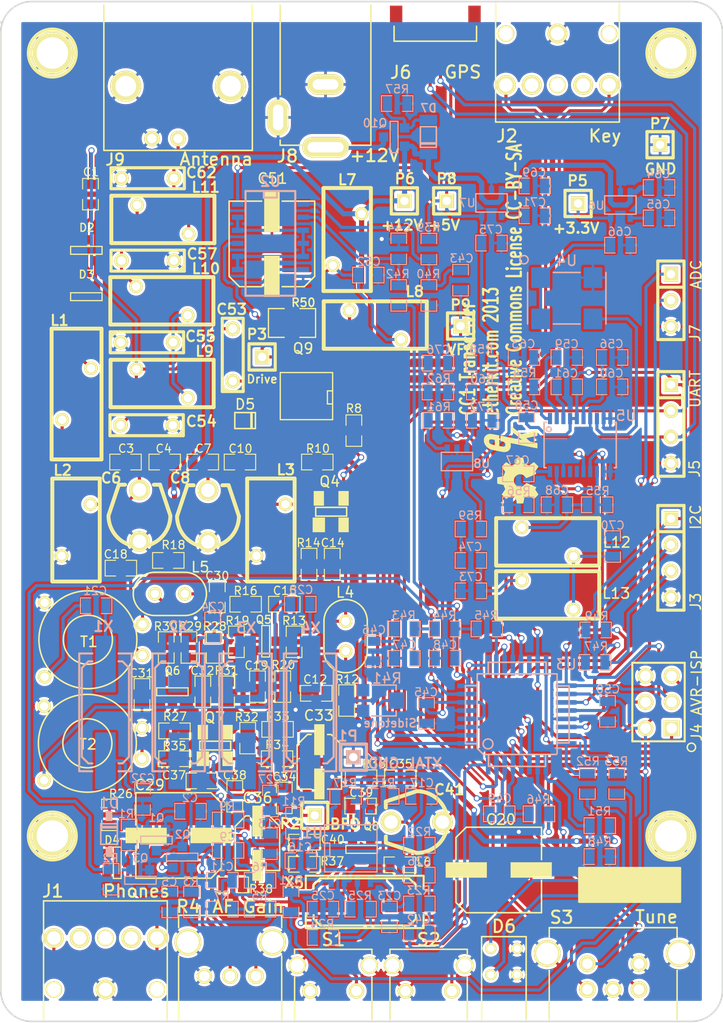
<source format=kicad_pcb>
(kicad_pcb (version 3) (host pcbnew "(2012-nov-02)-testing")
  (layers (15 F.Cu signal) (0 B.Cu signal) (18 B.Paste user) (19 F.Paste user) (20 B.SilkS user) (21 F.SilkS user) (22 B.Mask user) (23 F.Mask user) (28 Edge.Cuts user))
  (net 0 "")
  (net 1 +12V)
  (net 2 +3.3V)
  (net 3 +5V)
  (net 4 ADC6)
  (net 5 ADC7)
  (net 6 AF)
  (net 7 ENC_A)
  (net 8 ENC_B)
  (net 9 ENC_SW)
  (net 10 FSYNC)
  (net 11 GND)
  (net 12 Key)
  (net 13 Mute)
  (net 14 N-0000010)
  (net 15 N-00000100)
  (net 16 N-00000101)
  (net 17 N-00000102)
  (net 18 N-00000105)
  (net 19 N-00000106)
  (net 20 N-00000107)
  (net 21 N-00000108)
  (net 22 N-00000109)
  (net 23 N-0000011)
  (net 24 N-00000114)
  (net 25 N-00000115)
  (net 26 N-00000116)
  (net 27 N-00000117)
  (net 28 N-00000118)
  (net 29 N-00000119)
  (net 30 N-0000012)
  (net 31 N-00000120)
  (net 32 N-00000121)
  (net 33 N-00000122)
  (net 34 N-00000123)
  (net 35 N-00000124)
  (net 36 N-00000125)
  (net 37 N-00000126)
  (net 38 N-0000013)
  (net 39 N-0000014)
  (net 40 N-0000015)
  (net 41 N-0000016)
  (net 42 N-0000017)
  (net 43 N-0000018)
  (net 44 N-0000019)
  (net 45 N-0000020)
  (net 46 N-0000021)
  (net 47 N-0000022)
  (net 48 N-0000023)
  (net 49 N-0000024)
  (net 50 N-0000025)
  (net 51 N-0000026)
  (net 52 N-0000027)
  (net 53 N-0000028)
  (net 54 N-0000029)
  (net 55 N-0000032)
  (net 56 N-0000033)
  (net 57 N-0000034)
  (net 58 N-0000035)
  (net 59 N-0000036)
  (net 60 N-0000037)
  (net 61 N-0000038)
  (net 62 N-0000039)
  (net 63 N-0000040)
  (net 64 N-0000041)
  (net 65 N-0000042)
  (net 66 N-0000043)
  (net 67 N-0000044)
  (net 68 N-0000047)
  (net 69 N-0000049)
  (net 70 N-000005)
  (net 71 N-0000050)
  (net 72 N-0000051)
  (net 73 N-0000052)
  (net 74 N-0000053)
  (net 75 N-0000054)
  (net 76 N-0000055)
  (net 77 N-0000056)
  (net 78 N-0000057)
  (net 79 N-0000058)
  (net 80 N-000006)
  (net 81 N-0000060)
  (net 82 N-0000061)
  (net 83 N-0000062)
  (net 84 N-0000063)
  (net 85 N-0000065)
  (net 86 N-0000066)
  (net 87 N-0000067)
  (net 88 N-0000068)
  (net 89 N-0000069)
  (net 90 N-000007)
  (net 91 N-0000070)
  (net 92 N-0000071)
  (net 93 N-0000072)
  (net 94 N-000008)
  (net 95 N-0000084)
  (net 96 N-0000085)
  (net 97 N-0000086)
  (net 98 N-0000089)
  (net 99 N-000009)
  (net 100 N-0000090)
  (net 101 N-0000093)
  (net 102 N-0000094)
  (net 103 N-0000095)
  (net 104 N-0000096)
  (net 105 N-0000097)
  (net 106 N-0000098)
  (net 107 N-0000099)
  (net 108 RESET)
  (net 109 RX)
  (net 110 SCA)
  (net 111 SCL)
  (net 112 SCLK)
  (net 113 SDATA)
  (net 114 Sidetone)
  (net 115 UART_RX)
  (net 116 UART_TX)
  (net 117 VFO)
  (module VCC1-B3D-50M0000000 (layer B.Cu) (at 154.9 76.8)
    (fp_text reference U4 (at 0 -0.65) (layer B.SilkS) (effects (justify mirror)))
    (fp_text value VCC1 hide)
    (pad 1 smd rect (at -2.54 1) (size 1.8 2) (layers B.Cu B.Paste B.Mask) (net 2 +3.3V))
    (pad 2 smd rect (at 2.54 1) (size 1.8 2) (layers B.Cu B.Paste B.Mask) (net 11 GND))
    (pad 3 smd rect (at 2.54 5) (size 1.8 2) (layers B.Cu B.Paste B.Mask) (net 95 N-0000084))
    (pad 4 smd rect (at -2.54 5) (size 1.8 2) (layers B.Cu B.Paste B.Mask) (net 2 +3.3V))
  )
  (module TSSOP20 (layer B.Cu) (at 156.2 90.8)
    (fp_text reference U5 (at 4.45 0.4) (layer B.SilkS) (effects (justify mirror)))
    (fp_text value AD9834 hide)
    (pad 1 smd rect (at -2.928 0.675) (size 0.4 1.1) (layers B.Cu B.Paste B.Mask) (net 86 N-0000066) (clearance 0.2))
    (pad 2 smd rect (at -2.275 0.675) (size 0.4 1.1) (layers B.Cu B.Paste B.Mask) (net 88 N-0000068) (clearance 0.2))
    (pad 3 smd rect (at -1.625 0.675) (size 0.4 1.1) (layers B.Cu B.Paste B.Mask) (net 85 N-0000065) (clearance 0.2))
    (pad 4 smd rect (at -0.975 0.675) (size 0.4 1.1) (layers B.Cu B.Paste B.Mask) (net 3 +5V) (clearance 0.2))
    (pad 5 smd rect (at -0.325 0.675) (size 0.4 1.1) (layers B.Cu B.Paste B.Mask) (net 3 +5V) (clearance 0.2))
    (pad 6 smd rect (at 0.325 0.675) (size 0.4 1.1) (layers B.Cu B.Paste B.Mask) (net 87 N-0000067) (clearance 0.2))
    (pad 7 smd rect (at 0.975 0.675) (size 0.4 1.1) (layers B.Cu B.Paste B.Mask) (net 11 GND) (clearance 0.2))
    (pad 8 smd rect (at 1.625 0.675) (size 0.4 1.1) (layers B.Cu B.Paste B.Mask) (net 95 N-0000084) (clearance 0.2))
    (pad 9 smd rect (at 2.275 0.675) (size 0.4 1.1) (layers B.Cu B.Paste B.Mask) (net 11 GND) (clearance 0.2))
    (pad 10 smd rect (at 2.925 0.675) (size 0.4 1.1) (layers B.Cu B.Paste B.Mask) (net 11 GND) (clearance 0.2))
    (pad 11 smd rect (at 2.925 5.825) (size 0.4 1.1) (layers B.Cu B.Paste B.Mask) (net 11 GND) (clearance 0.2))
    (pad 12 smd rect (at 2.275 5.825) (size 0.4 1.1) (layers B.Cu B.Paste B.Mask) (net 11 GND) (clearance 0.2))
    (pad 13 smd rect (at 1.625 5.825) (size 0.4 1.1) (layers B.Cu B.Paste B.Mask) (net 113 SDATA) (clearance 0.2))
    (pad 14 smd rect (at 0.975 5.825) (size 0.4 1.1) (layers B.Cu B.Paste B.Mask) (net 112 SCLK) (clearance 0.2))
    (pad 15 smd rect (at 0.325 5.825) (size 0.4 1.1) (layers B.Cu B.Paste B.Mask) (net 10 FSYNC) (clearance 0.2))
    (pad 16 smd rect (at -0.325 5.825) (size 0.4 1.1) (layers B.Cu B.Paste B.Mask) (clearance 0.2))
    (pad 17 smd rect (at -0.975 5.825) (size 0.4 1.1) (layers B.Cu B.Paste B.Mask) (clearance 0.2))
    (pad 18 smd rect (at -1.625 5.825) (size 0.4 1.1) (layers B.Cu B.Paste B.Mask) (net 11 GND) (clearance 0.2))
    (pad 19 smd rect (at -2.275 5.825) (size 0.4 1.1) (layers B.Cu B.Paste B.Mask) (net 91 N-0000070) (clearance 0.2))
    (pad 20 smd rect (at -2.925 5.825) (size 0.4 1.1) (layers B.Cu B.Paste B.Mask) (net 89 N-0000069) (clearance 0.2))
  )
  (module TRIMCAP-MURATA (layer F.Cu) (at 140.35 130.65 180)
    (fp_text reference C41 (at -3.15 3.15 180) (layer F.SilkS) (effects (font (thickness 0.2))))
    (fp_text value 45 hide)
    (pad 2 thru_hole circle (at -2.49936 0 180) (size 1.99898 1.99898) (drill 1.30048) (layers *.Cu *.Mask F.SilkS) (net 11 GND))
    (pad 1 thru_hole circle (at 2.49936 0 180) (size 1.99898 1.99898) (drill 1.30048) (layers *.Cu *.Mask F.SilkS) (net 77 N-0000056))
  )
  (module TRIMCAP-MURATA (layer F.Cu) (at 113.45 100.9 90)
    (fp_text reference C6 (at 3.65 -2.75 180) (layer F.SilkS) (effects (font (thickness 0.2))))
    (fp_text value CTRIM hide)
    (pad 2 thru_hole circle (at -2.49936 0 90) (size 1.99898 1.99898) (drill 1.30048) (layers *.Cu *.Mask F.SilkS) (net 11 GND))
    (pad 1 thru_hole circle (at 2.49936 0 90) (size 1.99898 1.99898) (drill 1.30048) (layers *.Cu *.Mask F.SilkS) (net 59 N-0000036))
  )
  (module TRIMCAP-MURATA (layer F.Cu) (at 120.1 100.95 90)
    (fp_text reference C8 (at 3.7 -2.7 180) (layer F.SilkS) (effects (font (thickness 0.2))))
    (fp_text value CTRIM hide)
    (pad 2 thru_hole circle (at -2.49936 0 90) (size 1.99898 1.99898) (drill 1.30048) (layers *.Cu *.Mask F.SilkS) (net 11 GND))
    (pad 1 thru_hole circle (at 2.49936 0 90) (size 1.99898 1.99898) (drill 1.30048) (layers *.Cu *.Mask F.SilkS) (net 58 N-0000035))
  )
  (module TQFP32 (layer B.Cu) (at 150.1 120.2)
    (fp_text reference U3 (at 4.75 -4.85) (layer B.SilkS) (effects (justify mirror)))
    (fp_text value ATMEGA328P hide)
    (pad 8 smd rect (at -4.81584 -2.77622) (size 1.99898 0.44958) (layers B.Cu B.Paste B.Mask) (net 12 Key))
    (pad 7 smd rect (at -4.81584 -1.97612) (size 1.99898 0.44958) (layers B.Cu B.Paste B.Mask) (net 13 Mute))
    (pad 6 smd rect (at -4.81584 -1.17602) (size 1.99898 0.44958) (layers B.Cu B.Paste B.Mask) (net 3 +5V))
    (pad 5 smd rect (at -4.81584 -0.37592) (size 1.99898 0.44958) (layers B.Cu B.Paste B.Mask) (net 11 GND))
    (pad 4 smd rect (at -4.81584 0.42418) (size 1.99898 0.44958) (layers B.Cu B.Paste B.Mask) (net 3 +5V))
    (pad 3 smd rect (at -4.81584 1.22428) (size 1.99898 0.44958) (layers B.Cu B.Paste B.Mask) (net 11 GND))
    (pad 2 smd rect (at -4.81584 2.02438) (size 1.99898 0.44958) (layers B.Cu B.Paste B.Mask) (net 19 N-00000106))
    (pad 1 smd rect (at -4.81584 2.82448) (size 1.99898 0.44958) (layers B.Cu B.Paste B.Mask) (net 18 N-00000105))
    (pad 24 smd rect (at 4.7498 2.8194) (size 1.99898 0.44958) (layers B.Cu B.Paste B.Mask) (net 25 N-00000115))
    (pad 17 smd rect (at 4.7498 -2.794) (size 1.99898 0.44958) (layers B.Cu B.Paste B.Mask) (net 112 SCLK))
    (pad 18 smd rect (at 4.7498 -1.9812) (size 1.99898 0.44958) (layers B.Cu B.Paste B.Mask) (net 3 +5V))
    (pad 19 smd rect (at 4.7498 -1.1684) (size 1.99898 0.44958) (layers B.Cu B.Paste B.Mask) (net 4 ADC6))
    (pad 20 smd rect (at 4.7498 -0.381) (size 1.99898 0.44958) (layers B.Cu B.Paste B.Mask) (net 3 +5V))
    (pad 21 smd rect (at 4.7498 0.4318) (size 1.99898 0.44958) (layers B.Cu B.Paste B.Mask) (net 11 GND))
    (pad 22 smd rect (at 4.7498 1.2192) (size 1.99898 0.44958) (layers B.Cu B.Paste B.Mask) (net 5 ADC7))
    (pad 23 smd rect (at 4.7498 2.032) (size 1.99898 0.44958) (layers B.Cu B.Paste B.Mask) (net 27 N-00000117))
    (pad 32 smd rect (at -2.82448 4.826) (size 0.44958 1.99898) (layers B.Cu B.Paste B.Mask) (net 31 N-00000120))
    (pad 31 smd rect (at -2.02692 4.826) (size 0.44958 1.99898) (layers B.Cu B.Paste B.Mask) (net 116 UART_TX))
    (pad 30 smd rect (at -1.22428 4.826) (size 0.44958 1.99898) (layers B.Cu B.Paste B.Mask) (net 115 UART_RX))
    (pad 29 smd rect (at -0.42672 4.826) (size 0.44958 1.99898) (layers B.Cu B.Paste B.Mask) (net 108 RESET))
    (pad 28 smd rect (at 0.37592 4.826) (size 0.44958 1.99898) (layers B.Cu B.Paste B.Mask) (net 111 SCL))
    (pad 27 smd rect (at 1.17348 4.826) (size 0.44958 1.99898) (layers B.Cu B.Paste B.Mask) (net 110 SCA))
    (pad 26 smd rect (at 1.97612 4.826) (size 0.44958 1.99898) (layers B.Cu B.Paste B.Mask) (net 9 ENC_SW))
    (pad 25 smd rect (at 2.77368 4.826) (size 0.44958 1.99898) (layers B.Cu B.Paste B.Mask) (net 28 N-00000118))
    (pad 9 smd rect (at -2.8194 -4.7752) (size 0.44958 1.99898) (layers B.Cu B.Paste B.Mask) (net 29 N-00000119))
    (pad 10 smd rect (at -2.032 -4.7752) (size 0.44958 1.99898) (layers B.Cu B.Paste B.Mask) (net 32 N-00000121))
    (pad 11 smd rect (at -1.2192 -4.7752) (size 0.44958 1.99898) (layers B.Cu B.Paste B.Mask) (net 8 ENC_B))
    (pad 12 smd rect (at -0.4318 -4.7752) (size 0.44958 1.99898) (layers B.Cu B.Paste B.Mask) (net 7 ENC_A))
    (pad 13 smd rect (at 0.3556 -4.7752) (size 0.44958 1.99898) (layers B.Cu B.Paste B.Mask) (net 10 FSYNC))
    (pad 14 smd rect (at 1.1684 -4.7752) (size 0.44958 1.99898) (layers B.Cu B.Paste B.Mask))
    (pad 15 smd rect (at 1.9812 -4.7752) (size 0.44958 1.99898) (layers B.Cu B.Paste B.Mask) (net 113 SDATA))
    (pad 16 smd rect (at 2.794 -4.7752) (size 0.44958 1.99898) (layers B.Cu B.Paste B.Mask) (net 36 N-00000125))
  )
  (module TC33X-2 (layer B.Cu) (at 134.55 118.85 90)
    (fp_text reference R41 (at 2.15 2.9 180) (layer B.SilkS) (effects (justify mirror)))
    (fp_text value Sidetone (at -2.2 3.2 180) (layer B.SilkS) (effects (font (size 0.8 0.8)) (justify mirror)))
    (pad 3 smd rect (at -1 0.6 90) (size 1.2 1.2) (layers B.Cu B.Paste B.Mask) (net 11 GND))
    (pad 1 smd rect (at 1 0.6 90) (size 1.2 1.2) (layers B.Cu B.Paste B.Mask) (net 35 N-00000124))
    (pad 2 smd rect (at 0 3.85 90) (size 1.6 1.5) (layers B.Cu B.Paste B.Mask) (net 37 N-00000126))
  )
  (module T50-V (layer F.Cu) (at 107.35 82.75 180)
    (fp_text reference L1 (at 1.65 0.8 180) (layer F.SilkS) (effects (font (thickness 0.2))))
    (fp_text value L-IRONCORE hide)
    (pad 1 thru_hole circle (at -1.39954 -3.85 180) (size 1.30048 1.30048) (drill 0.812799) (layers *.Cu *.Mask F.SilkS) (net 55 N-0000032))
    (pad 2 thru_hole circle (at 1.39954 -8.85 180) (size 1.30048 1.30048) (drill 0.812799) (layers *.Cu *.Mask F.SilkS) (net 50 N-0000025))
  )
  (module T37-V (layer F.Cu) (at 148.05 103.45 270)
    (fp_text reference L12 (at 0.05 -11.7 360) (layer F.SilkS))
    (fp_text value "T37-2 21T" hide)
    (pad 1 thru_hole circle (at -1.39954 -2.49936 270) (size 1.30048 1.30048) (drill 0.812799) (layers *.Cu *.Mask F.SilkS) (net 91 N-0000070))
    (pad 2 thru_hole circle (at 1.39954 -7.50062 270) (size 1.30048 1.30048) (drill 0.812799) (layers *.Cu *.Mask F.SilkS) (net 92 N-0000071))
  )
  (module T37-V (layer F.Cu) (at 141.325 82.4 90)
    (fp_text reference L8 (at 3.25 -1.175 180) (layer F.SilkS) (effects (font (thickness 0.2))))
    (fp_text value "FT37-43 10T" hide)
    (pad 1 thru_hole circle (at -1.39954 -2.49936 90) (size 1.30048 1.30048) (drill 0.812799) (layers *.Cu *.Mask F.SilkS) (net 106 N-0000098))
    (pad 2 thru_hole circle (at 1.39954 -7.50062 90) (size 1.30048 1.30048) (drill 0.812799) (layers *.Cu *.Mask F.SilkS) (net 107 N-0000099))
  )
  (module T37-V (layer F.Cu) (at 133.6 69.1 180)
    (fp_text reference L7 (at 0 0.8 180) (layer F.SilkS) (effects (font (thickness 0.2))))
    (fp_text value "FT37-43 10T" hide)
    (pad 1 thru_hole circle (at -1.39954 -2.49936 180) (size 1.30048 1.30048) (drill 0.812799) (layers *.Cu *.Mask F.SilkS) (net 1 +12V))
    (pad 2 thru_hole circle (at 1.39954 -7.50062 180) (size 1.30048 1.30048) (drill 0.812799) (layers *.Cu *.Mask F.SilkS) (net 106 N-0000098))
  )
  (module T37-V (layer F.Cu) (at 158.05 108.6 90)
    (fp_text reference L13 (at 0.15 1.65 180) (layer F.SilkS))
    (fp_text value "T37-2 21T" hide)
    (pad 1 thru_hole circle (at -1.39954 -2.49936 90) (size 1.30048 1.30048) (drill 0.812799) (layers *.Cu *.Mask F.SilkS) (net 92 N-0000071))
    (pad 2 thru_hole circle (at 1.39954 -7.50062 90) (size 1.30048 1.30048) (drill 0.812799) (layers *.Cu *.Mask F.SilkS) (net 93 N-0000072))
  )
  (module T37-V (layer F.Cu) (at 110.65 88.075 270)
    (fp_text reference L9 (at -3.125 -9.125 360) (layer F.SilkS) (effects (font (thickness 0.2))))
    (fp_text value L-IRONCORE hide)
    (pad 1 thru_hole circle (at -1.39954 -2.49936 270) (size 1.30048 1.30048) (drill 0.812799) (layers *.Cu *.Mask F.SilkS) (net 109 RX))
    (pad 2 thru_hole circle (at 1.39954 -7.50062 270) (size 1.30048 1.30048) (drill 0.812799) (layers *.Cu *.Mask F.SilkS) (net 17 N-00000102))
  )
  (module T37-V (layer F.Cu) (at 120.625 80.05 90)
    (fp_text reference L10 (at 3.125 -0.725 180) (layer F.SilkS) (effects (font (thickness 0.2))))
    (fp_text value L-IRONCORE hide)
    (pad 1 thru_hole circle (at -1.39954 -2.49936 90) (size 1.30048 1.30048) (drill 0.812799) (layers *.Cu *.Mask F.SilkS) (net 17 N-00000102))
    (pad 2 thru_hole circle (at 1.39954 -7.50062 90) (size 1.30048 1.30048) (drill 0.812799) (layers *.Cu *.Mask F.SilkS) (net 16 N-00000101))
  )
  (module T37-V (layer F.Cu) (at 126.2 97.3 180)
    (fp_text reference L3 (at -1.45 0.85 180) (layer F.SilkS) (effects (font (thickness 0.2))))
    (fp_text value L-IRONCORE hide)
    (pad 1 thru_hole circle (at -1.39954 -2.49936 180) (size 1.30048 1.30048) (drill 0.812799) (layers *.Cu *.Mask F.SilkS) (net 58 N-0000035))
    (pad 2 thru_hole circle (at 1.39954 -7.50062 180) (size 1.30048 1.30048) (drill 0.812799) (layers *.Cu *.Mask F.SilkS) (net 11 GND))
  )
  (module T37-V (layer F.Cu) (at 110.725 72.15 270)
    (fp_text reference L11 (at -3.125 -9.15 360) (layer F.SilkS) (effects (font (thickness 0.2))))
    (fp_text value L-IRONCORE hide)
    (pad 1 thru_hole circle (at -1.39954 -2.49936 270) (size 1.30048 1.30048) (drill 0.812799) (layers *.Cu *.Mask F.SilkS) (net 16 N-00000101))
    (pad 2 thru_hole circle (at 1.39954 -7.50062 270) (size 1.30048 1.30048) (drill 0.812799) (layers *.Cu *.Mask F.SilkS) (net 15 N-00000100))
  )
  (module T37-V (layer F.Cu) (at 107.3 97.3 180)
    (fp_text reference L2 (at 1.3 0.8 180) (layer F.SilkS) (effects (font (thickness 0.2))))
    (fp_text value L-IRONCORE hide)
    (pad 1 thru_hole circle (at -1.39954 -2.49936 180) (size 1.30048 1.30048) (drill 0.812799) (layers *.Cu *.Mask F.SilkS) (net 59 N-0000036))
    (pad 2 thru_hole circle (at 1.39954 -7.50062 180) (size 1.30048 1.30048) (drill 0.812799) (layers *.Cu *.Mask F.SilkS) (net 11 GND))
  )
  (module T37-STEPDOWN (layer F.Cu) (at 108.4 123 90)
    (fp_text reference T2 (at -0.1 0.05 180) (layer F.SilkS))
    (fp_text value "FT37-61 33T:3T" hide)
    (pad 1 thru_hole circle (at -1.5 5.3 90) (size 1.30048 1.30048) (drill 0.812799) (layers *.Cu *.Mask F.SilkS) (net 49 N-0000024))
    (pad 2 thru_hole circle (at 1.5 5.3 90) (size 1.30048 1.30048) (drill 0.812799) (layers *.Cu *.Mask F.SilkS) (net 11 GND))
    (pad 3 thru_hole circle (at -3.6 -4.2 90) (size 1.30048 1.30048) (drill 0.812799) (layers *.Cu *.Mask F.SilkS) (net 30 N-0000012))
    (pad 4 thru_hole circle (at 3.6 -4.2 90) (size 1.30048 1.30048) (drill 0.812799) (layers *.Cu *.Mask F.SilkS) (net 11 GND))
  )
  (module T37-STEPDOWN (layer F.Cu) (at 108.45 112.95 90)
    (fp_text reference T1 (at -0.2 0.1 180) (layer F.SilkS))
    (fp_text value "FT37-61 33T:3T" hide)
    (pad 1 thru_hole circle (at -1.5 5.3 90) (size 1.30048 1.30048) (drill 0.812799) (layers *.Cu *.Mask F.SilkS) (net 70 N-000005))
    (pad 2 thru_hole circle (at 1.5 5.3 90) (size 1.30048 1.30048) (drill 0.812799) (layers *.Cu *.Mask F.SilkS) (net 80 N-000006))
    (pad 3 thru_hole circle (at -3.6 -4.2 90) (size 1.30048 1.30048) (drill 0.812799) (layers *.Cu *.Mask F.SilkS) (net 99 N-000009))
    (pad 4 thru_hole circle (at 3.6 -4.2 90) (size 1.30048 1.30048) (drill 0.812799) (layers *.Cu *.Mask F.SilkS) (net 11 GND))
  )
  (module STX-3120-5B (layer F.Cu) (at 110.15 149.9)
    (fp_text reference J1 (at -5.1 -12.55) (layer F.SilkS) (effects (font (size 1.2 1.2) (thickness 0.2))))
    (fp_text value Phones (at 3 -12.55) (layer F.SilkS) (effects (font (size 1.2 1.2) (thickness 0.2))))
    (pad 1 thru_hole circle (at 0 -3) (size 1.9 1.9) (drill 1.3) (layers *.Cu *.Mask F.SilkS) (net 11 GND))
    (pad 2 thru_hole circle (at -5 -8) (size 1.9 1.9) (drill 1.3) (layers *.Cu *.Mask F.SilkS) (net 67 N-0000044))
    (pad 4 thru_hole circle (at 2.5 -8) (size 1.9 1.9) (drill 1.3) (layers *.Cu *.Mask F.SilkS))
    (pad 3 thru_hole circle (at -2.5 -8) (size 1.9 1.9) (drill 1.3) (layers *.Cu *.Mask F.SilkS))
    (pad 5 thru_hole circle (at 5 -8) (size 1.9 1.9) (drill 1.3) (layers *.Cu *.Mask F.SilkS) (net 67 N-0000044))
    (pad "" np_thru_hole circle (at 0.01 -8) (size 1.6 1.6) (drill 1.3) (layers *.Cu *.Mask F.SilkS))
    (pad "" np_thru_hole circle (at -5 -3) (size 1.6 1.6) (drill 1.3) (layers *.Cu *.Mask F.SilkS))
    (pad "" np_thru_hole circle (at 5 -3) (size 1.6 1.6) (drill 1.3) (layers *.Cu *.Mask F.SilkS))
  )
  (module STX-3120-5B (layer F.Cu) (at 154 51.1 180)
    (fp_text reference J2 (at 4.9 -12.95 180) (layer F.SilkS) (effects (font (size 1.2 1.2) (thickness 0.2))))
    (fp_text value Key (at -4.6 -12.95 180) (layer F.SilkS) (effects (font (size 1.2 1.2) (thickness 0.2))))
    (pad 1 thru_hole circle (at 0 -3 180) (size 1.9 1.9) (drill 1.3) (layers *.Cu *.Mask F.SilkS) (net 11 GND))
    (pad 2 thru_hole circle (at -5 -8 180) (size 1.9 1.9) (drill 1.3) (layers *.Cu *.Mask F.SilkS) (net 19 N-00000106))
    (pad 4 thru_hole circle (at 2.5 -8 180) (size 1.9 1.9) (drill 1.3) (layers *.Cu *.Mask F.SilkS))
    (pad 3 thru_hole circle (at -2.5 -8 180) (size 1.9 1.9) (drill 1.3) (layers *.Cu *.Mask F.SilkS))
    (pad 5 thru_hole circle (at 5 -8 180) (size 1.9 1.9) (drill 1.3) (layers *.Cu *.Mask F.SilkS) (net 18 N-00000105))
    (pad "" np_thru_hole circle (at 0.01 -8 180) (size 1.6 1.6) (drill 1.3) (layers *.Cu *.Mask F.SilkS))
    (pad "" np_thru_hole circle (at -5 -3 180) (size 1.6 1.6) (drill 1.3) (layers *.Cu *.Mask F.SilkS))
    (pad "" np_thru_hole circle (at 5 -3 180) (size 1.6 1.6) (drill 1.3) (layers *.Cu *.Mask F.SilkS))
  )
  (module SSF-LXH240GID (layer F.Cu) (at 148.8 149.9)
    (fp_text reference D6 (at 0.01 -9.13) (layer F.SilkS) (effects (font (size 1.2 1.2) (thickness 0.2))))
    (fp_text value SSF-LXH240GID hide)
    (pad 1 thru_hole circle (at -1.27 -4.44) (size 1.1 1.1) (drill 0.699999) (layers *.Cu *.Mask F.SilkS) (net 26 N-00000116))
    (pad 2 thru_hole circle (at -1.27 -6.98) (size 1.1 1.1) (drill 0.699999) (layers *.Cu *.Mask F.SilkS) (net 24 N-00000114))
    (pad 3 thru_hole circle (at 1.27 -6.98) (size 1.1 1.1) (drill 0.699999) (layers *.Cu *.Mask F.SilkS) (net 11 GND))
    (pad 4 thru_hole circle (at 1.27 -4.44) (size 1.1 1.1) (drill 0.699999) (layers *.Cu *.Mask F.SilkS) (net 11 GND))
  )
  (module SOT23-MMBFJ310 (layer F.Cu) (at 125.7 113.1 90)
    (fp_text reference Q5 (at 2.1 -0.2 180) (layer F.SilkS) (effects (font (size 0.762 0.762) (thickness 0.12954))))
    (fp_text value MMBFJ310 hide)
    (pad 1 smd rect (at -0.889 -1.016 90) (size 0.9144 0.9144) (layers F.Cu F.Paste F.Mask) (net 41 N-0000016))
    (pad 3 smd rect (at 0.889 -1.016 90) (size 0.9144 0.9144) (layers F.Cu F.Paste F.Mask) (net 94 N-000008))
    (pad 2 smd rect (at 0 1.016 90) (size 0.9144 0.9144) (layers F.Cu F.Paste F.Mask) (net 90 N-000007))
  )
  (module SOT23-MMBFJ310 (layer F.Cu) (at 116.65 118)
    (fp_text reference Q6 (at 0 -2.05) (layer F.SilkS) (effects (font (size 0.762 0.762) (thickness 0.12954))))
    (fp_text value MMBFJ310 hide)
    (pad 1 smd rect (at -0.889 -1.016) (size 0.9144 0.9144) (layers F.Cu F.Paste F.Mask) (net 48 N-0000023))
    (pad 3 smd rect (at 0.889 -1.016) (size 0.9144 0.9144) (layers F.Cu F.Paste F.Mask) (net 43 N-0000018))
    (pad 2 smd rect (at 0 1.016) (size 0.9144 0.9144) (layers F.Cu F.Paste F.Mask) (net 49 N-0000024))
  )
  (module SOT23-MMBFJ310 (layer F.Cu) (at 135 133.3)
    (fp_text reference Q8 (at 0.95 -2.25) (layer F.SilkS) (effects (font (size 0.762 0.762) (thickness 0.12954))))
    (fp_text value MMBFJ310 hide)
    (pad 1 smd rect (at -0.889 -1.016) (size 0.9144 0.9144) (layers F.Cu F.Paste F.Mask) (net 71 N-0000050))
    (pad 3 smd rect (at 0.889 -1.016) (size 0.9144 0.9144) (layers F.Cu F.Paste F.Mask) (net 72 N-0000051))
    (pad 2 smd rect (at 0 1.016) (size 0.9144 0.9144) (layers F.Cu F.Paste F.Mask) (net 69 N-0000049))
  )
  (module SOT23-DIODEDUAL (layer F.Cu) (at 108.3 75.15 180)
    (fp_text reference D2 (at -0.05 2.2 180) (layer F.SilkS) (effects (font (size 0.762 0.762) (thickness 0.12954))))
    (fp_text value BAV99 hide)
    (pad 2 smd rect (at -0.889 -1.016 180) (size 0.9144 0.9144) (layers F.Cu F.Paste F.Mask) (net 57 N-0000034))
    (pad 1 smd rect (at 0.889 -1.016 180) (size 0.9144 0.9144) (layers F.Cu F.Paste F.Mask) (net 56 N-0000033))
    (pad 3 smd rect (at 0 1.016 180) (size 0.9144 0.9144) (layers F.Cu F.Paste F.Mask) (net 55 N-0000032))
  )
  (module SOT23-DIODEDUAL (layer F.Cu) (at 108.3 79.65)
    (fp_text reference D3 (at 0 -2.159) (layer F.SilkS) (effects (font (size 0.762 0.762) (thickness 0.12954))))
    (fp_text value BAV99 hide)
    (pad 2 smd rect (at -0.889 -1.016) (size 0.9144 0.9144) (layers F.Cu F.Paste F.Mask) (net 56 N-0000033))
    (pad 1 smd rect (at 0.889 -1.016) (size 0.9144 0.9144) (layers F.Cu F.Paste F.Mask) (net 57 N-0000034))
    (pad 3 smd rect (at 0 1.016) (size 0.9144 0.9144) (layers F.Cu F.Paste F.Mask) (net 11 GND))
  )
  (module SOT23-DIODEDUAL (layer F.Cu) (at 111.3 134.6 90)
    (fp_text reference D4 (at 2.2 -0.5 180) (layer F.SilkS) (effects (font (size 0.762 0.762) (thickness 0.12954))))
    (fp_text value BAT54S hide)
    (pad 2 smd rect (at -0.889 -1.016 90) (size 0.9144 0.9144) (layers F.Cu F.Paste F.Mask) (net 11 GND))
    (pad 1 smd rect (at 0.889 -1.016 90) (size 0.9144 0.9144) (layers F.Cu F.Paste F.Mask) (net 11 GND))
    (pad 3 smd rect (at 0 1.016 90) (size 0.9144 0.9144) (layers F.Cu F.Paste F.Mask) (net 67 N-0000044))
  )
  (module SOT23-5 (layer B.Cu) (at 144.25 95.65)
    (fp_text reference U8 (at 2.4 0.2) (layer B.SilkS) (effects (font (size 0.8 0.8)) (justify mirror)))
    (fp_text value OPA820IDBVT hide)
    (pad 1 smd rect (at -0.9525 -1.27) (size 0.508 0.762) (layers B.Cu B.Paste B.Mask) (net 105 N-0000097))
    (pad 3 smd rect (at 0.9525 -1.27) (size 0.508 0.762) (layers B.Cu B.Paste B.Mask) (net 101 N-0000093))
    (pad 5 smd rect (at -0.9525 1.27) (size 0.508 0.762) (layers B.Cu B.Paste B.Mask) (net 3 +5V))
    (pad 2 smd rect (at 0 -1.27) (size 0.508 0.762) (layers B.Cu B.Paste B.Mask) (net 11 GND))
    (pad 4 smd rect (at 0.9525 1.27) (size 0.508 0.762) (layers B.Cu B.Paste B.Mask) (net 102 N-0000094))
  )
  (module SOT23-5 (layer B.Cu) (at 147.6 70.55)
    (fp_text reference U7 (at -2.35 0) (layer B.SilkS) (effects (font (size 0.8 0.8) (thickness 0.12)) (justify mirror)))
    (fp_text value LP2985-5 hide)
    (pad 1 smd rect (at -0.9525 -1.27) (size 0.508 0.762) (layers B.Cu B.Paste B.Mask) (net 1 +12V))
    (pad 3 smd rect (at 0.9525 -1.27) (size 0.508 0.762) (layers B.Cu B.Paste B.Mask) (net 1 +12V))
    (pad 5 smd rect (at -0.9525 1.27) (size 0.508 0.762) (layers B.Cu B.Paste B.Mask) (net 3 +5V))
    (pad 2 smd rect (at 0 -1.27) (size 0.508 0.762) (layers B.Cu B.Paste B.Mask) (net 11 GND))
    (pad 4 smd rect (at 0.9525 1.27) (size 0.508 0.762) (layers B.Cu B.Paste B.Mask) (net 96 N-0000085))
  )
  (module SOT23-5 (layer B.Cu) (at 160.1 70.75)
    (fp_text reference U6 (at -2.35 0.05) (layer B.SilkS) (effects (font (size 0.8 0.8) (thickness 0.12)) (justify mirror)))
    (fp_text value LP2985-3.3 hide)
    (pad 1 smd rect (at -0.9525 -1.27) (size 0.508 0.762) (layers B.Cu B.Paste B.Mask) (net 1 +12V))
    (pad 3 smd rect (at 0.9525 -1.27) (size 0.508 0.762) (layers B.Cu B.Paste B.Mask) (net 1 +12V))
    (pad 5 smd rect (at -0.9525 1.27) (size 0.508 0.762) (layers B.Cu B.Paste B.Mask) (net 2 +3.3V))
    (pad 2 smd rect (at 0 -1.27) (size 0.508 0.762) (layers B.Cu B.Paste B.Mask) (net 11 GND))
    (pad 4 smd rect (at 0.9525 1.27) (size 0.508 0.762) (layers B.Cu B.Paste B.Mask) (net 97 N-0000086))
  )
  (module SOT23-2N7002 (layer B.Cu) (at 117.6 134.05)
    (fp_text reference Q2 (at 0.05 -2.2) (layer B.SilkS) (effects (font (size 0.762 0.762) (thickness 0.12954)) (justify mirror)))
    (fp_text value 2N7002 hide)
    (pad 1 smd rect (at -0.889 1.016) (size 0.9144 0.9144) (layers B.Cu B.Paste B.Mask) (net 81 N-0000060))
    (pad 2 smd rect (at 0.889 1.016) (size 0.9144 0.9144) (layers B.Cu B.Paste B.Mask) (net 79 N-0000058))
    (pad 3 smd rect (at 0 -1.016) (size 0.9144 0.9144) (layers B.Cu B.Paste B.Mask) (net 6 AF))
  )
  (module SOT23-2N7002 (layer B.Cu) (at 113.55 136.3 180)
    (fp_text reference Q3 (at 0 2.159 180) (layer B.SilkS) (effects (font (size 0.762 0.762) (thickness 0.12954)) (justify mirror)))
    (fp_text value 2N7002 hide)
    (pad 1 smd rect (at -0.889 1.016 180) (size 0.9144 0.9144) (layers B.Cu B.Paste B.Mask) (net 11 GND))
    (pad 2 smd rect (at 0.889 1.016 180) (size 0.9144 0.9144) (layers B.Cu B.Paste B.Mask) (net 13 Mute))
    (pad 3 smd rect (at 0 -1.016 180) (size 0.9144 0.9144) (layers B.Cu B.Paste B.Mask) (net 79 N-0000058))
  )
  (module SOT23-2N7002 (layer B.Cu) (at 138.15 64.15 90)
    (fp_text reference Q10 (at 1.35 -1.85 180) (layer B.SilkS) (effects (font (size 0.8 0.8) (thickness 0.12954)) (justify mirror)))
    (fp_text value IRLML9301 hide)
    (pad 1 smd rect (at -0.889 1.016 90) (size 0.9144 0.9144) (layers B.Cu B.Paste B.Mask) (net 1 +12V))
    (pad 2 smd rect (at 0.889 1.016 90) (size 0.9144 0.9144) (layers B.Cu B.Paste B.Mask) (net 98 N-0000089))
    (pad 3 smd rect (at 0 -1.016 90) (size 0.9144 0.9144) (layers B.Cu B.Paste B.Mask) (net 104 N-0000096))
  )
  (module SOT23-2N7002 (layer B.Cu) (at 115.1 132.4 180)
    (fp_text reference Q1 (at 0 2.159 180) (layer B.SilkS) (effects (font (size 0.762 0.762) (thickness 0.12954)) (justify mirror)))
    (fp_text value 2N7002 hide)
    (pad 1 smd rect (at -0.889 1.016 180) (size 0.9144 0.9144) (layers B.Cu B.Paste B.Mask) (net 11 GND))
    (pad 2 smd rect (at 0.889 1.016 180) (size 0.9144 0.9144) (layers B.Cu B.Paste B.Mask) (net 84 N-0000063))
    (pad 3 smd rect (at 0 -1.016 180) (size 0.9144 0.9144) (layers B.Cu B.Paste B.Mask) (net 6 AF))
  )
  (module SOT143B (layer F.Cu) (at 132.05 101.8)
    (fp_text reference Q4 (at -0.15 -4.2) (layer F.SilkS))
    (fp_text value BF998 hide)
    (pad 1 smd rect (at -1.2 0) (size 1.2 1.425) (layers F.Cu F.SilkS F.Mask) (net 54 N-0000029))
    (pad 2 smd rect (at 1.2 0) (size 1 1.425) (layers F.Cu F.SilkS F.Mask) (net 39 N-0000014))
    (pad 3 smd rect (at 1.2 -2.575) (size 1 1.425) (layers F.Cu F.SilkS F.Mask) (net 117 VFO))
    (pad 4 smd rect (at -1.2 -2.575) (size 1 1.425) (layers F.Cu F.SilkS F.Mask) (net 58 N-0000035))
  )
  (module SOT143B (layer F.Cu) (at 120.8 124.5)
    (fp_text reference Q7 (at -0.05 -4) (layer F.SilkS))
    (fp_text value BF998 hide)
    (pad 1 smd rect (at -1.2 0) (size 1.2 1.425) (layers F.Cu F.SilkS F.Mask) (net 74 N-0000053))
    (pad 2 smd rect (at 1.2 0) (size 1 1.425) (layers F.Cu F.SilkS F.Mask) (net 45 N-0000020))
    (pad 3 smd rect (at 1.2 -2.575) (size 1 1.425) (layers F.Cu F.SilkS F.Mask) (net 76 N-0000055))
    (pad 4 smd rect (at -1.2 -2.575) (size 1 1.425) (layers F.Cu F.SilkS F.Mask) (net 73 N-0000052))
  )
  (module SOD80 (layer B.Cu) (at 142.6 64.15 270)
    (fp_text reference D7 (at -2.8 1.1 360) (layer B.SilkS) (effects (font (size 0.8 0.8)) (justify mirror)))
    (fp_text value BZV55-B15 hide)
    (pad 1 smd rect (at -1.65 1.125 270) (size 1 1.7) (layers B.Cu B.Paste B.Mask) (net 98 N-0000089))
    (pad 2 smd rect (at 1.65 1.125 270) (size 1 1.7) (layers B.Cu B.Paste B.Mask) (net 1 +12V))
  )
  (module SOD80 (layer F.Cu) (at 123.7 92.8)
    (fp_text reference D5 (at 0 -2.7) (layer F.SilkS))
    (fp_text value BZV55-B15 hide)
    (pad 1 smd rect (at -1.65 -1.125) (size 1 1.7) (layers F.Cu F.Paste F.Mask) (net 11 GND))
    (pad 2 smd rect (at 1.65 -1.125) (size 1 1.7) (layers F.Cu F.Paste F.Mask) (net 107 N-0000099))
  )
  (module SOD123 (layer B.Cu) (at 110.5 133.55 180)
    (fp_text reference D1 (at 0 4.75 180) (layer B.SilkS) (effects (justify mirror)))
    (fp_text value BAT46W hide)
    (pad 1 smd rect (at 0 0 180) (size 0.65 0.97) (layers B.Cu B.SilkS B.Mask) (net 13 Mute))
    (pad 2 smd rect (at 0 3.48 180) (size 0.65 0.97) (layers B.Cu B.SilkS B.Mask) (net 84 N-0000063))
  )
  (module SO8N (layer F.Cu) (at 129.65 89.3 180)
    (fp_text reference Q9 (at 0.325 4.625 180) (layer F.SilkS))
    (fp_text value FDS86106 hide)
    (pad 8 smd rect (at -1.905 -3.175 180) (size 0.508 1.143) (layers F.Cu F.Paste F.Mask) (net 107 N-0000099))
    (pad 7 smd rect (at -0.635 -3.175 180) (size 0.508 1.143) (layers F.Cu F.Paste F.Mask) (net 107 N-0000099))
    (pad 6 smd rect (at 0.635 -3.175 180) (size 0.508 1.143) (layers F.Cu F.Paste F.Mask) (net 107 N-0000099))
    (pad 5 smd rect (at 1.905 -3.175 180) (size 0.508 1.143) (layers F.Cu F.Paste F.Mask) (net 107 N-0000099))
    (pad 4 smd rect (at 1.905 3.175 180) (size 0.508 1.143) (layers F.Cu F.Paste F.Mask) (net 22 N-00000109))
    (pad 3 smd rect (at 0.635 3.175 180) (size 0.508 1.143) (layers F.Cu F.Paste F.Mask) (net 11 GND))
    (pad 2 smd rect (at -0.635 3.175 180) (size 0.508 1.143) (layers F.Cu F.Paste F.Mask) (net 11 GND))
    (pad 1 smd rect (at -1.905 3.175 180) (size 0.508 1.143) (layers F.Cu F.Paste F.Mask) (net 11 GND))
  )
  (module SO8N (layer B.Cu) (at 133.95 133.2)
    (fp_text reference U1 (at -3.7 -1.5) (layer B.SilkS) (effects (font (thickness 0.2)) (justify mirror)))
    (fp_text value NE5532 hide)
    (pad 8 smd rect (at -1.905 3.175) (size 0.508 1.143) (layers B.Cu B.Paste B.Mask) (net 61 N-0000038))
    (pad 7 smd rect (at -0.635 3.175) (size 0.508 1.143) (layers B.Cu B.Paste B.Mask) (net 62 N-0000039))
    (pad 6 smd rect (at 0.635 3.175) (size 0.508 1.143) (layers B.Cu B.Paste B.Mask) (net 51 N-0000026))
    (pad 5 smd rect (at 1.905 3.175) (size 0.508 1.143) (layers B.Cu B.Paste B.Mask) (net 52 N-0000027))
    (pad 4 smd rect (at 1.905 -3.175) (size 0.508 1.143) (layers B.Cu B.Paste B.Mask) (net 11 GND))
    (pad 3 smd rect (at 0.635 -3.175) (size 0.508 1.143) (layers B.Cu B.Paste B.Mask) (net 63 N-0000040))
    (pad 2 smd rect (at -0.635 -3.175) (size 0.508 1.143) (layers B.Cu B.Paste B.Mask) (net 66 N-0000043))
    (pad 1 smd rect (at -1.905 -3.175) (size 0.508 1.143) (layers B.Cu B.Paste B.Mask) (net 64 N-0000041))
  )
  (module SO14N (layer B.Cu) (at 126.025 74.475 270)
    (fp_text reference U2 (at -6.025 -0.125 360) (layer B.SilkS) (effects (font (thickness 0.2)) (justify mirror)))
    (fp_text value 74AC08 hide)
    (pad 1 smd rect (at -3.81 -3.302 270) (size 0.508 1.143) (layers B.Cu B.Paste B.Mask) (net 20 N-00000107))
    (pad 2 smd rect (at -2.54 -3.302 270) (size 0.508 1.143) (layers B.Cu B.Paste B.Mask) (net 100 N-0000090))
    (pad 3 smd rect (at -1.27 -3.302 270) (size 0.508 1.143) (layers B.Cu B.Paste B.Mask) (net 21 N-00000108))
    (pad 4 smd rect (at 0 -3.302 270) (size 0.508 1.143) (layers B.Cu B.Paste B.Mask) (net 21 N-00000108))
    (pad 5 smd rect (at 1.27 -3.302 270) (size 0.508 1.143) (layers B.Cu B.Paste B.Mask) (net 21 N-00000108))
    (pad 6 smd rect (at 2.54 -3.302 270) (size 0.508 1.143) (layers B.Cu B.Paste B.Mask) (net 22 N-00000109))
    (pad 7 smd rect (at 3.81 -3.302 270) (size 0.508 1.143) (layers B.Cu B.Paste B.Mask) (net 11 GND))
    (pad 8 smd rect (at 3.81 3.048 270) (size 0.508 1.143) (layers B.Cu B.Paste B.Mask) (net 22 N-00000109))
    (pad 9 smd rect (at 2.54 3.048 270) (size 0.508 1.143) (layers B.Cu B.Paste B.Mask) (net 21 N-00000108))
    (pad 11 smd rect (at 0 3.048 270) (size 0.508 1.143) (layers B.Cu B.Paste B.Mask) (net 22 N-00000109))
    (pad 12 smd rect (at -1.27 3.048 270) (size 0.508 1.143) (layers B.Cu B.Paste B.Mask) (net 21 N-00000108))
    (pad 13 smd rect (at -2.54 3.048 270) (size 0.508 1.143) (layers B.Cu B.Paste B.Mask) (net 21 N-00000108))
    (pad 14 smd rect (at -3.81 3.048 270) (size 0.508 1.143) (layers B.Cu B.Paste B.Mask) (net 3 +5V))
    (pad 10 smd rect (at 1.27 3.048 270) (size 0.508 1.143) (layers B.Cu B.Paste B.Mask) (net 21 N-00000108))
  )
  (module SIL-4 (layer F.Cu) (at 165 92 270)
    (fp_text reference J5 (at 4.35 -2.3 270) (layer F.SilkS))
    (fp_text value UART (at -3.4 -2.35 270) (layer F.SilkS))
    (pad 1 thru_hole rect (at -3.81 0 270) (size 1.397 1.397) (drill 0.812799) (layers *.Cu *.Mask F.SilkS) (net 3 +5V))
    (pad 2 thru_hole circle (at -1.27 0 270) (size 1.397 1.397) (drill 0.812799) (layers *.Cu *.Mask F.SilkS) (net 115 UART_RX))
    (pad 3 thru_hole circle (at 1.27 0 270) (size 1.397 1.397) (drill 0.812799) (layers *.Cu *.Mask F.SilkS) (net 116 UART_TX))
    (pad 4 thru_hole circle (at 3.81 0 270) (size 1.397 1.397) (drill 0.812799) (layers *.Cu *.Mask F.SilkS) (net 11 GND))
  )
  (module SIL-4 (layer F.Cu) (at 165 105 270)
    (fp_text reference J3 (at 4.25 -2.4 270) (layer F.SilkS))
    (fp_text value I2C (at -3.95 -2.4 270) (layer F.SilkS))
    (pad 1 thru_hole rect (at -3.81 0 270) (size 1.397 1.397) (drill 0.812799) (layers *.Cu *.Mask F.SilkS) (net 3 +5V))
    (pad 2 thru_hole circle (at -1.27 0 270) (size 1.397 1.397) (drill 0.812799) (layers *.Cu *.Mask F.SilkS) (net 110 SCA))
    (pad 3 thru_hole circle (at 1.27 0 270) (size 1.397 1.397) (drill 0.812799) (layers *.Cu *.Mask F.SilkS) (net 111 SCL))
    (pad 4 thru_hole circle (at 3.81 0 270) (size 1.397 1.397) (drill 0.812799) (layers *.Cu *.Mask F.SilkS) (net 11 GND))
  )
  (module SIL-3 (layer F.Cu) (at 165 80 270)
    (fp_text reference J7 (at 3.2 -2.35 270) (layer F.SilkS))
    (fp_text value ADC (at -2.5 -2.45 270) (layer F.SilkS))
    (pad 1 thru_hole rect (at -2.54 0 270) (size 1.397 1.397) (drill 0.812799) (layers *.Cu *.Mask F.SilkS) (net 4 ADC6))
    (pad 2 thru_hole circle (at 0 0 270) (size 1.397 1.397) (drill 0.812799) (layers *.Cu *.Mask F.SilkS) (net 5 ADC7))
    (pad 3 thru_hole circle (at 2.54 0 270) (size 1.397 1.397) (drill 0.812799) (layers *.Cu *.Mask F.SilkS) (net 11 GND))
  )
  (module SIL-1 (layer F.Cu) (at 125.35 85.5)
    (fp_text reference P3 (at -0.5 -2.2) (layer F.SilkS) (effects (font (thickness 0.2))))
    (fp_text value Drive (at 0 2.15) (layer F.SilkS) (effects (font (size 0.8 0.8))))
    (pad 1 thru_hole rect (at 0 0) (size 1.397 1.397) (drill 0.812799) (layers *.Cu *.Mask F.SilkS) (net 22 N-00000109))
  )
  (module SIL-1 (layer F.Cu) (at 156 70.6)
    (fp_text reference P5 (at -0.05 -2.2) (layer F.SilkS) (effects (font (thickness 0.2))))
    (fp_text value +3.3V (at -0.2 2.4) (layer F.SilkS) (effects (font (thickness 0.2))))
    (pad 1 thru_hole rect (at 0 0) (size 1.397 1.397) (drill 0.812799) (layers *.Cu *.Mask F.SilkS) (net 2 +3.3V))
  )
  (module SIL-1 (layer F.Cu) (at 144.6 82.5)
    (fp_text reference P9 (at 0 -2.05) (layer F.SilkS) (effects (font (thickness 0.2))))
    (fp_text value VFO (at 0.1 2.3) (layer F.SilkS) (effects (font (thickness 0.2))))
    (pad 1 thru_hole rect (at 0 0) (size 1.397 1.397) (drill 0.812799) (layers *.Cu *.Mask F.SilkS) (net 117 VFO))
  )
  (module SIL-1 (layer F.Cu) (at 130.45 130)
    (fp_text reference P2 (at -2.4 0.8) (layer F.SilkS) (effects (font (thickness 0.2))))
    (fp_text value BFO (at 2.95 0.85) (layer F.SilkS) (effects (font (thickness 0.2))))
    (pad 1 thru_hole rect (at 0 0) (size 1.397 1.397) (drill 0.812799) (layers *.Cu *.Mask F.SilkS) (net 76 N-0000055))
  )
  (module SIL-1 (layer F.Cu) (at 143.25 70.35)
    (fp_text reference P8 (at 0 -2.15) (layer F.SilkS) (effects (font (thickness 0.2))))
    (fp_text value +5V (at -0.25 2.35) (layer F.SilkS) (effects (font (thickness 0.2))))
    (pad 1 thru_hole rect (at 0 0) (size 1.397 1.397) (drill 0.812799) (layers *.Cu *.Mask F.SilkS) (net 3 +5V))
  )
  (module SIL-1 (layer B.Cu) (at 134.2 124.35)
    (fp_text reference P1 (at -0.55 -2.05) (layer B.SilkS) (effects (font (thickness 0.2)) (justify mirror)))
    (fp_text value "XTAL GND" (at 5 0.6) (layer B.SilkS) (effects (font (thickness 0.2)) (justify mirror)))
    (pad 1 thru_hole rect (at 0 0) (size 1.397 1.397) (drill 0.812799) (layers *.Cu *.Mask B.SilkS) (net 11 GND))
  )
  (module SIL-1 (layer F.Cu) (at 163.95 64.9)
    (fp_text reference P7 (at 0 -2.05) (layer F.SilkS) (effects (font (thickness 0.2))))
    (fp_text value GND (at 0.05 2.35) (layer F.SilkS) (effects (font (thickness 0.2))))
    (pad 1 thru_hole rect (at 0 0) (size 1.397 1.397) (drill 0.812799) (layers *.Cu *.Mask F.SilkS) (net 11 GND))
  )
  (module SIL-1 (layer F.Cu) (at 139.15 70.35)
    (fp_text reference P6 (at 0.05 -2.15) (layer F.SilkS) (effects (font (thickness 0.2))))
    (fp_text value +12V (at -0.25 2.35) (layer F.SilkS) (effects (font (thickness 0.2))))
    (pad 1 thru_hole rect (at 0 0) (size 1.397 1.397) (drill 0.812799) (layers *.Cu *.Mask F.SilkS) (net 1 +12V))
  )
  (module RV09AF-20-20K-A14 (layer F.Cu) (at 122.25 149.9)
    (fp_text reference R4 (at -4.05 -11.05) (layer F.SilkS) (effects (font (size 1.2 1.2) (thickness 0.2))))
    (fp_text value "AF Gain" (at 1.75 -11.05) (layer F.SilkS) (effects (font (size 1.2 1.2) (thickness 0.2))))
    (pad "" thru_hole circle (at -4.1 -7.6) (size 2.6 2.6) (drill 2.1) (layers *.Cu *.Mask F.SilkS) (net 11 GND))
    (pad "" thru_hole circle (at 4.1 -7.6) (size 2.6 2.6) (drill 2.1) (layers *.Cu *.Mask F.SilkS) (net 11 GND))
    (pad 3 thru_hole circle (at -2.5 -4.3) (size 1.5 1.5) (drill 1) (layers *.Cu *.Mask F.SilkS) (net 11 GND))
    (pad 2 thru_hole circle (at 0 -4.3) (size 1.5 1.5) (drill 1) (layers *.Cu *.Mask F.SilkS) (net 82 N-0000061))
    (pad 1 thru_hole circle (at 2.5 -4.3) (size 1.5 1.5) (drill 1) (layers *.Cu *.Mask F.SilkS) (net 81 N-0000060))
  )
  (module PTS645VH58LFS (layer F.Cu) (at 141.5 149.9)
    (fp_text reference S2 (at 0.01 -7.84) (layer F.SilkS) (effects (font (size 1.2 1.2) (thickness 0.2))))
    (fp_text value CMD hide)
    (pad "" thru_hole circle (at -3.5 -5.35) (size 1.7 1.7) (drill 1.3) (layers *.Cu *.Mask F.SilkS) (net 11 GND))
    (pad "" thru_hole circle (at 3.5 -5.35) (size 1.7 1.7) (drill 1.3) (layers *.Cu *.Mask F.SilkS) (net 11 GND))
    (pad 1 thru_hole circle (at -2.25 -2.85) (size 1.5 1.5) (drill 1) (layers *.Cu *.Mask F.SilkS) (net 11 GND))
    (pad 2 thru_hole circle (at 2.25 -2.85) (size 1.5 1.5) (drill 1) (layers *.Cu *.Mask F.SilkS) (net 29 N-00000119))
  )
  (module PTS645VH58LFS (layer F.Cu) (at 132.25 149.9)
    (fp_text reference S1 (at 0.01 -7.84) (layer F.SilkS) (effects (font (size 1.2 1.2) (thickness 0.2))))
    (fp_text value FREQ hide)
    (pad "" thru_hole circle (at -3.5 -5.35) (size 1.7 1.7) (drill 1.3) (layers *.Cu *.Mask F.SilkS) (net 11 GND))
    (pad "" thru_hole circle (at 3.5 -5.35) (size 1.7 1.7) (drill 1.3) (layers *.Cu *.Mask F.SilkS) (net 11 GND))
    (pad 1 thru_hole circle (at -2.25 -2.85) (size 1.5 1.5) (drill 1) (layers *.Cu *.Mask F.SilkS) (net 11 GND))
    (pad 2 thru_hole circle (at 2.25 -2.85) (size 1.5 1.5) (drill 1) (layers *.Cu *.Mask F.SilkS) (net 31 N-00000120))
  )
  (module M40-4010646 (layer F.Cu) (at 142.15 51.1 180)
    (fp_text reference J6 (at 3.35 -6.775 180) (layer F.SilkS) (effects (font (size 1.2 1.2) (thickness 0.2))))
    (fp_text value GPS (at -2.675 -6.75 180) (layer F.SilkS) (effects (font (size 1.2 1.2) (thickness 0.2))))
    (pad "" connect rect (at 3.8 -1.2 180) (size 1.2 1.8) (layers F.Cu F.Mask))
    (pad "" connect rect (at -3.8 -1.2 180) (size 1.2 1.8) (layers F.Cu F.Mask))
    (pad 1 smd rect (at -2.5 -4.75 180) (size 0.6 1.5) (layers F.Cu F.Paste F.Mask) (net 11 GND) (clearance 0.2))
    (pad 2 smd rect (at -1.5 -4.75 180) (size 0.6 1.5) (layers F.Cu F.Paste F.Mask) (net 3 +5V) (clearance 0.2))
    (pad 3 smd rect (at -0.5 -4.75 180) (size 0.6 1.5) (layers F.Cu F.Paste F.Mask) (net 116 UART_TX) (clearance 0.2))
    (pad 4 smd rect (at 0.5 -4.75 180) (size 0.6 1.5) (layers F.Cu F.Paste F.Mask) (net 115 UART_RX) (clearance 0.2))
    (pad 5 smd rect (at 1.5 -4.75 180) (size 0.6 1.5) (layers F.Cu F.Paste F.Mask) (clearance 0.2))
    (pad 6 smd rect (at 2.5 -4.75 180) (size 0.6 1.5) (layers F.Cu F.Paste F.Mask) (clearance 0.2))
  )
  (module EN12-VS (layer F.Cu) (at 159.4 149.9)
    (fp_text reference S3 (at -5 -10) (layer F.SilkS) (effects (font (size 1.2 1.2) (thickness 0.2))))
    (fp_text value Tune (at 4.2 -10.05) (layer F.SilkS) (effects (font (size 1.2 1.2) (thickness 0.2))))
    (pad "" thru_hole circle (at 6.4 -6.5) (size 2.6 2.6) (drill 2.1) (layers *.Cu *.Mask F.SilkS) (net 11 GND))
    (pad "" thru_hole circle (at -6.4 -6.5) (size 2.6 2.6) (drill 2.1) (layers *.Cu *.Mask F.SilkS) (net 11 GND))
    (pad 1 thru_hole circle (at -2.5 -3) (size 1.6 1.6) (drill 1) (layers *.Cu *.Mask F.SilkS) (net 7 ENC_A))
    (pad 2 thru_hole circle (at 0 -3) (size 1.6 1.6) (drill 1) (layers *.Cu *.Mask F.SilkS) (net 11 GND))
    (pad 3 thru_hole circle (at 2.5 -3) (size 1.6 1.6) (drill 1) (layers *.Cu *.Mask F.SilkS) (net 8 ENC_B))
    (pad 4 thru_hole circle (at -2.5 -5.5) (size 1.6 1.6) (drill 1) (layers *.Cu *.Mask F.SilkS) (net 9 ENC_SW))
    (pad 5 thru_hole circle (at 2.5 -5.5) (size 1.6 1.6) (drill 1) (layers *.Cu *.Mask F.SilkS) (net 11 GND))
  )
  (module CAPACITOR2 (layer F.Cu) (at 114.15 92.125 180)
    (fp_text reference C54 (at -5.3 0.375 180) (layer F.SilkS) (effects (font (size 1.016 1.016) (thickness 0.2032))))
    (fp_text value 100n hide)
    (pad 1 thru_hole circle (at -2.54 0 180) (size 1.397 1.397) (drill 0.812799) (layers *.Cu *.Mask F.SilkS) (net 11 GND))
    (pad 2 thru_hole circle (at 2.54 0 180) (size 1.397 1.397) (drill 0.812799) (layers *.Cu *.Mask F.SilkS) (net 109 RX))
  )
  (module CAPACITOR2 (layer F.Cu) (at 114.175 84.075)
    (fp_text reference C55 (at 5.2 -0.575) (layer F.SilkS) (effects (font (size 1.016 1.016) (thickness 0.2032))))
    (fp_text value 100n hide)
    (pad 1 thru_hole circle (at -2.54 0) (size 1.397 1.397) (drill 0.812799) (layers *.Cu *.Mask F.SilkS) (net 11 GND))
    (pad 2 thru_hole circle (at 2.54 0) (size 1.397 1.397) (drill 0.812799) (layers *.Cu *.Mask F.SilkS) (net 17 N-00000102))
  )
  (module CAPACITOR2 (layer F.Cu) (at 114.25 76.15 180)
    (fp_text reference C57 (at -5.275 0.65 180) (layer F.SilkS) (effects (font (size 1.016 1.016) (thickness 0.2032))))
    (fp_text value 100n hide)
    (pad 1 thru_hole circle (at -2.54 0 180) (size 1.397 1.397) (drill 0.812799) (layers *.Cu *.Mask F.SilkS) (net 11 GND))
    (pad 2 thru_hole circle (at 2.54 0 180) (size 1.397 1.397) (drill 0.812799) (layers *.Cu *.Mask F.SilkS) (net 16 N-00000101))
  )
  (module CAPACITOR2 (layer F.Cu) (at 114.25 68.15)
    (fp_text reference C62 (at 5.2 -0.55) (layer F.SilkS) (effects (font (size 1.016 1.016) (thickness 0.2032))))
    (fp_text value 100n hide)
    (pad 1 thru_hole circle (at -2.54 0) (size 1.397 1.397) (drill 0.812799) (layers *.Cu *.Mask F.SilkS) (net 11 GND))
    (pad 2 thru_hole circle (at 2.54 0) (size 1.397 1.397) (drill 0.812799) (layers *.Cu *.Mask F.SilkS) (net 15 N-00000100))
  )
  (module BN2402 (layer F.Cu) (at 133.45 116.15)
    (fp_text reference L4 (at -0.05 -7.8) (layer F.SilkS))
    (fp_text value "BN2402-43 5T" hide)
    (pad 1 thru_hole circle (at 0 -2.1) (size 1.30048 1.30048) (drill 0.812799) (layers *.Cu *.Mask F.SilkS) (net 38 N-0000013))
    (pad 2 thru_hole circle (at 0 -5) (size 1.30048 1.30048) (drill 0.812799) (layers *.Cu *.Mask F.SilkS) (net 39 N-0000014))
  )
  (module BN2402 (layer F.Cu) (at 119.95 108.5 90)
    (fp_text reference L5 (at 2.6 -0.6 180) (layer F.SilkS))
    (fp_text value "BN2402-43 5T" hide)
    (pad 1 thru_hole circle (at 0 -2.1 90) (size 1.30048 1.30048) (drill 0.812799) (layers *.Cu *.Mask F.SilkS) (net 42 N-0000017))
    (pad 2 thru_hole circle (at 0 -5 90) (size 1.30048 1.30048) (drill 0.812799) (layers *.Cu *.Mask F.SilkS) (net 75 N-0000054))
  )
  (module AT49 (layer B.Cu) (at 110.15 120 270)
    (fp_text reference X1 (at -8.35 0.2 360) (layer B.SilkS) (effects (font (thickness 0.2)) (justify mirror)))
    (fp_text value "6.144 MHz" hide)
    (pad 1 smd rect (at -4.699 0 270) (size 5.4991 1.99898) (layers B.Cu B.Paste B.Mask) (net 14 N-0000010))
    (pad 2 smd rect (at 4.699 0 270) (size 5.4991 1.99898) (layers B.Cu B.Paste B.Mask) (net 47 N-0000022))
  )
  (module AT49 (layer B.Cu) (at 117.25 120 90)
    (fp_text reference X2 (at 8.3 -0.05 180) (layer B.SilkS) (effects (font (thickness 0.2)) (justify mirror)))
    (fp_text value "6.144 MHz" hide)
    (pad 1 smd rect (at -4.699 0 90) (size 5.4991 1.99898) (layers B.Cu B.Paste B.Mask) (net 47 N-0000022))
    (pad 2 smd rect (at 4.699 0 90) (size 5.4991 1.99898) (layers B.Cu B.Paste B.Mask) (net 40 N-0000015))
  )
  (module AT49 (layer B.Cu) (at 123.75 120 270)
    (fp_text reference X3 (at -8.2 -0.05 360) (layer B.SilkS) (effects (font (thickness 0.2)) (justify mirror)))
    (fp_text value "6.144 MHz" hide)
    (pad 1 smd rect (at -4.699 0 270) (size 5.4991 1.99898) (layers B.Cu B.Paste B.Mask) (net 40 N-0000015))
    (pad 2 smd rect (at 4.699 0 270) (size 5.4991 1.99898) (layers B.Cu B.Paste B.Mask) (net 46 N-0000021))
  )
  (module AT49 (layer B.Cu) (at 130 120 90)
    (fp_text reference X4 (at 8.2 0.05 180) (layer B.SilkS) (effects (font (thickness 0.2)) (justify mirror)))
    (fp_text value "6.144 MHz" hide)
    (pad 1 smd rect (at -4.699 0 90) (size 5.4991 1.99898) (layers B.Cu B.Paste B.Mask) (net 46 N-0000021))
    (pad 2 smd rect (at 4.699 0 90) (size 5.4991 1.99898) (layers B.Cu B.Paste B.Mask) (net 23 N-0000011))
  )
  (module AT49 (layer F.Cu) (at 135.3 138.4)
    (fp_text reference X5 (at -6.85 -1.85) (layer F.SilkS) (effects (font (thickness 0.2))))
    (fp_text value "6.144 MHz" hide)
    (pad 1 smd rect (at -4.699 0) (size 5.4991 1.99898) (layers F.Cu F.Paste F.Mask) (net 69 N-0000049))
    (pad 2 smd rect (at 4.699 0) (size 5.4991 1.99898) (layers F.Cu F.Paste F.Mask) (net 78 N-0000057))
  )
  (module AVR-ISP-6-TH (layer F.Cu) (at 163.8 119 90)
    (fp_text reference J4 (at -2.95 3.7 90) (layer F.SilkS))
    (fp_text value AVR-ISP (at 1.9 3.7 90) (layer F.SilkS))
    (pad 1 thru_hole rect (at -2.54 1.27 90) (size 1.524 1.524) (drill 1.016) (layers *.Cu *.Mask F.SilkS) (net 36 N-00000125))
    (pad 2 thru_hole circle (at -2.54 -1.27 90) (size 1.524 1.524) (drill 1.016) (layers *.Cu *.Mask F.SilkS) (net 3 +5V))
    (pad 3 thru_hole circle (at 0 1.27 90) (size 1.524 1.524) (drill 1.016) (layers *.Cu *.Mask F.SilkS) (net 112 SCLK))
    (pad 4 thru_hole circle (at 0 -1.27 90) (size 1.524 1.524) (drill 1.016) (layers *.Cu *.Mask F.SilkS) (net 113 SDATA))
    (pad 5 thru_hole circle (at 2.54 1.27 90) (size 1.524 1.524) (drill 1.016) (layers *.Cu *.Mask F.SilkS) (net 108 RESET))
    (pad 6 thru_hole circle (at 2.54 -1.27 90) (size 1.524 1.524) (drill 1.016) (layers *.Cu *.Mask F.SilkS) (net 11 GND))
  )
  (module MOUNTINGHOLE (layer F.Cu) (at 105 56)
    (fp_text reference 1PIN hide)
    (fp_text value P*** hide)
    (pad 1 thru_hole circle (at 0 0) (size 4.064 4.064) (drill 3.048) (layers *.Cu *.Mask F.SilkS) (net 11 GND))
  )
  (module MOUNTINGHOLE (layer F.Cu) (at 165 56)
    (fp_text reference 1PIN hide)
    (fp_text value P*** hide)
    (pad 1 thru_hole circle (at 0 0) (size 4.064 4.064) (drill 3.048) (layers *.Cu *.Mask F.SilkS) (net 11 GND))
  )
  (module MOUNTINGHOLE (layer F.Cu) (at 105 132)
    (fp_text reference 1PIN hide)
    (fp_text value P*** hide)
    (pad 1 thru_hole circle (at 0 0) (size 4.064 4.064) (drill 3.048) (layers *.Cu *.Mask F.SilkS) (net 11 GND))
  )
  (module MOUNTINGHOLE (layer F.Cu) (at 165 132)
    (fp_text reference 1PIN hide)
    (fp_text value P*** hide)
    (pad 1 thru_hole circle (at 0 0) (size 4.064 4.064) (drill 3.048) (layers *.Cu *.Mask F.SilkS) (net 11 GND))
  )
  (module SM0805 (layer B.Cu) (at 143.1 114.75)
    (fp_text reference C48 (at 0 -1.3) (layer B.SilkS) (effects (font (size 0.8 0.8) (thickness 0.12)) (justify mirror)))
    (fp_text value 100n hide)
    (pad 1 smd rect (at -0.9525 0) (size 0.889 1.397) (layers B.Cu B.Paste B.Mask) (net 11 GND))
    (pad 2 smd rect (at 0.9525 0) (size 0.889 1.397) (layers B.Cu B.Paste B.Mask) (net 33 N-00000122))
  )
  (module SM0805 (layer B.Cu) (at 159.3 88.4 180)
    (fp_text reference C60 (at 0.06 1.31 180) (layer B.SilkS) (effects (font (size 0.8 0.8) (thickness 0.12)) (justify mirror)))
    (fp_text value 100n hide)
    (pad 1 smd rect (at -0.9525 0 180) (size 0.889 1.397) (layers B.Cu B.Paste B.Mask) (net 11 GND))
    (pad 2 smd rect (at 0.9525 0 180) (size 0.889 1.397) (layers B.Cu B.Paste B.Mask) (net 87 N-0000067))
  )
  (module SM0805 (layer B.Cu) (at 139.15 111.9 180)
    (fp_text reference R43 (at 0.06 1.31 180) (layer B.SilkS) (effects (font (size 0.8 0.8) (thickness 0.12)) (justify mirror)))
    (fp_text value 33k hide)
    (pad 1 smd rect (at -0.9525 0 180) (size 0.889 1.397) (layers B.Cu B.Paste B.Mask) (net 34 N-00000123))
    (pad 2 smd rect (at 0.9525 0 180) (size 0.889 1.397) (layers B.Cu B.Paste B.Mask) (net 35 N-00000124))
  )
  (module SM0805 (layer B.Cu) (at 140.6 141.4 180)
    (fp_text reference C42 (at 0.06 1.31 180) (layer B.SilkS) (effects (font (size 0.8 0.8) (thickness 0.12)) (justify mirror)))
    (fp_text value 100n hide)
    (pad 1 smd rect (at -0.9525 0 180) (size 0.889 1.397) (layers B.Cu B.Paste B.Mask) (net 114 Sidetone))
    (pad 2 smd rect (at 0.9525 0 180) (size 0.889 1.397) (layers B.Cu B.Paste B.Mask) (net 37 N-00000126))
  )
  (module SM0805 (layer B.Cu) (at 136.1 114.05 90)
    (fp_text reference C46 (at 2.05 0.1 180) (layer B.SilkS) (effects (font (size 0.8 0.8) (thickness 0.12)) (justify mirror)))
    (fp_text value 100n hide)
    (pad 1 smd rect (at -0.9525 0 90) (size 0.889 1.397) (layers B.Cu B.Paste B.Mask) (net 11 GND))
    (pad 2 smd rect (at 0.9525 0 90) (size 0.889 1.397) (layers B.Cu B.Paste B.Mask) (net 35 N-00000124))
  )
  (module SM0805 (layer B.Cu) (at 139.15 114.75)
    (fp_text reference C47 (at 0 -1.3) (layer B.SilkS) (effects (font (size 0.8 0.8) (thickness 0.12)) (justify mirror)))
    (fp_text value 100n hide)
    (pad 1 smd rect (at -0.9525 0) (size 0.889 1.397) (layers B.Cu B.Paste B.Mask) (net 11 GND))
    (pad 2 smd rect (at 0.9525 0) (size 0.889 1.397) (layers B.Cu B.Paste B.Mask) (net 34 N-00000123))
  )
  (module SM0805 (layer B.Cu) (at 158.85 119.9 90)
    (fp_text reference C50 (at 2.15 0.05 180) (layer B.SilkS) (effects (font (size 0.8 0.8) (thickness 0.12)) (justify mirror)))
    (fp_text value 100n hide)
    (pad 1 smd rect (at -0.9525 0 90) (size 0.889 1.397) (layers B.Cu B.Paste B.Mask) (net 11 GND))
    (pad 2 smd rect (at 0.9525 0 90) (size 0.889 1.397) (layers B.Cu B.Paste B.Mask) (net 3 +5V))
  )
  (module SM0805 (layer B.Cu) (at 143.1 111.9 180)
    (fp_text reference R44 (at 0.06 1.31 180) (layer B.SilkS) (effects (font (size 0.8 0.8) (thickness 0.12)) (justify mirror)))
    (fp_text value 33k hide)
    (pad 1 smd rect (at -0.9525 0 180) (size 0.889 1.397) (layers B.Cu B.Paste B.Mask) (net 33 N-00000122))
    (pad 2 smd rect (at 0.9525 0 180) (size 0.889 1.397) (layers B.Cu B.Paste B.Mask) (net 34 N-00000123))
  )
  (module SM0805 (layer B.Cu) (at 147.15 111.9 180)
    (fp_text reference R45 (at 0.06 1.31 180) (layer B.SilkS) (effects (font (size 0.8 0.8) (thickness 0.12)) (justify mirror)))
    (fp_text value 33k hide)
    (pad 1 smd rect (at -0.9525 0 180) (size 0.889 1.397) (layers B.Cu B.Paste B.Mask) (net 32 N-00000121))
    (pad 2 smd rect (at 0.9525 0 180) (size 0.889 1.397) (layers B.Cu B.Paste B.Mask) (net 33 N-00000122))
  )
  (module SM0805 (layer B.Cu) (at 141.3 120.1 90)
    (fp_text reference C45 (at 2.05 -0.05 180) (layer B.SilkS) (effects (font (size 0.8 0.8) (thickness 0.12)) (justify mirror)))
    (fp_text value 100n hide)
    (pad 1 smd rect (at -0.9525 0 90) (size 0.889 1.397) (layers B.Cu B.Paste B.Mask) (net 11 GND))
    (pad 2 smd rect (at 0.9525 0 90) (size 0.889 1.397) (layers B.Cu B.Paste B.Mask) (net 3 +5V))
  )
  (module SM0805 (layer B.Cu) (at 135.65 77.55 180)
    (fp_text reference C52 (at -0.05 1.3 180) (layer B.SilkS) (effects (font (size 0.8 0.8) (thickness 0.12)) (justify mirror)))
    (fp_text value 100n hide)
    (pad 1 smd rect (at -0.9525 0 180) (size 0.889 1.397) (layers B.Cu B.Paste B.Mask) (net 11 GND))
    (pad 2 smd rect (at 0.9525 0 180) (size 0.889 1.397) (layers B.Cu B.Paste B.Mask) (net 106 N-0000098))
  )
  (module SM0805 (layer B.Cu) (at 141.525 79.525 270)
    (fp_text reference R40 (at -2.075 0.05 360) (layer B.SilkS) (effects (font (size 0.8 0.8) (thickness 0.12)) (justify mirror)))
    (fp_text value 33k hide)
    (pad 1 smd rect (at -0.9525 0 270) (size 0.889 1.397) (layers B.Cu B.Paste B.Mask) (net 20 N-00000107))
    (pad 2 smd rect (at 0.9525 0 270) (size 0.889 1.397) (layers B.Cu B.Paste B.Mask) (net 11 GND))
  )
  (module SM0805 (layer B.Cu) (at 144.6 78.05 90)
    (fp_text reference C43 (at 2.125 0.1 180) (layer B.SilkS) (effects (font (size 0.8 0.8) (thickness 0.12)) (justify mirror)))
    (fp_text value 100n hide)
    (pad 1 smd rect (at -0.9525 0 90) (size 0.889 1.397) (layers B.Cu B.Paste B.Mask) (net 117 VFO))
    (pad 2 smd rect (at 0.9525 0 90) (size 0.889 1.397) (layers B.Cu B.Paste B.Mask) (net 20 N-00000107))
  )
  (module SM0805 (layer B.Cu) (at 141.525 75.025 270)
    (fp_text reference R39 (at -2.1 0.05 360) (layer B.SilkS) (effects (font (size 0.8 0.8) (thickness 0.12)) (justify mirror)))
    (fp_text value 33k hide)
    (pad 1 smd rect (at -0.9525 0 270) (size 0.889 1.397) (layers B.Cu B.Paste B.Mask) (net 3 +5V))
    (pad 2 smd rect (at 0.9525 0 270) (size 0.889 1.397) (layers B.Cu B.Paste B.Mask) (net 20 N-00000107))
  )
  (module SM0805 (layer B.Cu) (at 125.15 136.3)
    (fp_text reference R6 (at 0 -1.3) (layer B.SilkS) (effects (font (size 0.8 0.8) (thickness 0.12)) (justify mirror)))
    (fp_text value 33k hide)
    (pad 1 smd rect (at -0.9525 0) (size 0.889 1.397) (layers B.Cu B.Paste B.Mask) (net 68 N-0000047))
    (pad 2 smd rect (at 0.9525 0) (size 0.889 1.397) (layers B.Cu B.Paste B.Mask) (net 83 N-0000062))
  )
  (module SM0805 (layer B.Cu) (at 140.6 135.8)
    (fp_text reference C26 (at 0 -1.35) (layer B.SilkS) (effects (font (size 0.8 0.8) (thickness 0.12)) (justify mirror)))
    (fp_text value 3.3n hide)
    (pad 1 smd rect (at -0.9525 0) (size 0.889 1.397) (layers B.Cu B.Paste B.Mask) (net 62 N-0000039))
    (pad 2 smd rect (at 0.9525 0) (size 0.889 1.397) (layers B.Cu B.Paste B.Mask) (net 114 Sidetone))
  )
  (module SM0805 (layer F.Cu) (at 110.55 129.95 90)
    (fp_text reference R26 (at 2.05 1.1 180) (layer F.SilkS) (effects (font (size 0.8 0.8) (thickness 0.12))))
    (fp_text value 100 hide)
    (pad 1 smd rect (at -0.9525 0 90) (size 0.889 1.397) (layers F.Cu F.Paste F.Mask) (net 67 N-0000044))
    (pad 2 smd rect (at 0.9525 0 90) (size 0.889 1.397) (layers F.Cu F.Paste F.Mask) (net 11 GND))
  )
  (module SM0805 (layer B.Cu) (at 142.4 86.1)
    (fp_text reference C76 (at 0.05 -1.3) (layer B.SilkS) (effects (font (size 0.8 0.8) (thickness 0.12)) (justify mirror)))
    (fp_text value 10n hide)
    (pad 1 smd rect (at -0.9525 0) (size 0.889 1.397) (layers B.Cu B.Paste B.Mask) (net 105 N-0000097))
    (pad 2 smd rect (at 0.9525 0) (size 0.889 1.397) (layers B.Cu B.Paste B.Mask) (net 117 VFO))
  )
  (module SM0805 (layer B.Cu) (at 159.35 103.9 270)
    (fp_text reference C70 (at -2.05 0 360) (layer B.SilkS) (effects (font (size 0.8 0.8) (thickness 0.12)) (justify mirror)))
    (fp_text value 68 hide)
    (pad 1 smd rect (at -0.9525 0 270) (size 0.889 1.397) (layers B.Cu B.Paste B.Mask) (net 11 GND))
    (pad 2 smd rect (at 0.9525 0 270) (size 0.889 1.397) (layers B.Cu B.Paste B.Mask) (net 92 N-0000071))
  )
  (module SM0805 (layer B.Cu) (at 145.6 108.2)
    (fp_text reference C73 (at 0 -1.35) (layer B.SilkS) (effects (font (size 0.8 0.8) (thickness 0.12)) (justify mirror)))
    (fp_text value 39 hide)
    (pad 1 smd rect (at -0.9525 0) (size 0.889 1.397) (layers B.Cu B.Paste B.Mask) (net 11 GND))
    (pad 2 smd rect (at 0.9525 0) (size 0.889 1.397) (layers B.Cu B.Paste B.Mask) (net 93 N-0000072))
  )
  (module SM0805 (layer B.Cu) (at 145.6 105.25 180)
    (fp_text reference C74 (at 0.06 1.31 180) (layer B.SilkS) (effects (font (size 0.8 0.8) (thickness 0.12)) (justify mirror)))
    (fp_text value 10n hide)
    (pad 1 smd rect (at -0.9525 0 180) (size 0.889 1.397) (layers B.Cu B.Paste B.Mask) (net 93 N-0000072))
    (pad 2 smd rect (at 0.9525 0 180) (size 0.889 1.397) (layers B.Cu B.Paste B.Mask) (net 103 N-0000095))
  )
  (module SM0805 (layer B.Cu) (at 142.4 91.65)
    (fp_text reference R61 (at 0.1 -1.3) (layer B.SilkS) (effects (font (size 0.8 0.8) (thickness 0.12)) (justify mirror)))
    (fp_text value 2.2k hide)
    (pad 1 smd rect (at -0.9525 0) (size 0.889 1.397) (layers B.Cu B.Paste B.Mask) (net 105 N-0000097))
    (pad 2 smd rect (at 0.9525 0) (size 0.889 1.397) (layers B.Cu B.Paste B.Mask) (net 102 N-0000094))
  )
  (module SM0805 (layer B.Cu) (at 145.6 102.2 180)
    (fp_text reference R59 (at 0.06 1.31 180) (layer B.SilkS) (effects (font (size 0.8 0.8) (thickness 0.12)) (justify mirror)))
    (fp_text value 220 hide)
    (pad 1 smd rect (at -0.9525 0 180) (size 0.889 1.397) (layers B.Cu B.Paste B.Mask) (net 102 N-0000094))
    (pad 2 smd rect (at 0.9525 0 180) (size 0.889 1.397) (layers B.Cu B.Paste B.Mask) (net 103 N-0000095))
  )
  (module SM0805 (layer B.Cu) (at 146.7 86.1)
    (fp_text reference R58 (at -0.1 -1.35) (layer B.SilkS) (effects (font (size 0.8 0.8) (thickness 0.12)) (justify mirror)))
    (fp_text value 4.7k hide)
    (pad 1 smd rect (at -0.9525 0) (size 0.889 1.397) (layers B.Cu B.Paste B.Mask) (net 101 N-0000093))
    (pad 2 smd rect (at 0.9525 0) (size 0.889 1.397) (layers B.Cu B.Paste B.Mask) (net 3 +5V))
  )
  (module SM0805 (layer B.Cu) (at 146.7 88.9)
    (fp_text reference R60 (at 0 -1.25) (layer B.SilkS) (effects (font (size 0.8 0.8) (thickness 0.12)) (justify mirror)))
    (fp_text value 4.7k hide)
    (pad 1 smd rect (at -0.9525 0) (size 0.889 1.397) (layers B.Cu B.Paste B.Mask) (net 101 N-0000093))
    (pad 2 smd rect (at 0.9525 0) (size 0.889 1.397) (layers B.Cu B.Paste B.Mask) (net 11 GND))
  )
  (module SM0805 (layer B.Cu) (at 146.7 91.65 180)
    (fp_text reference C72 (at 0.06 1.31 180) (layer B.SilkS) (effects (font (size 0.8 0.8) (thickness 0.12)) (justify mirror)))
    (fp_text value 10n hide)
    (pad 1 smd rect (at -0.9525 0 180) (size 0.889 1.397) (layers B.Cu B.Paste B.Mask) (net 11 GND))
    (pad 2 smd rect (at 0.9525 0 180) (size 0.889 1.397) (layers B.Cu B.Paste B.Mask) (net 101 N-0000093))
  )
  (module SM0805 (layer B.Cu) (at 142.4 88.9)
    (fp_text reference R62 (at 0.1 -1.3) (layer B.SilkS) (effects (font (size 0.8 0.8) (thickness 0.12)) (justify mirror)))
    (fp_text value 51 hide)
    (pad 1 smd rect (at -0.9525 0) (size 0.889 1.397) (layers B.Cu B.Paste B.Mask) (net 105 N-0000097))
    (pad 2 smd rect (at 0.9525 0) (size 0.889 1.397) (layers B.Cu B.Paste B.Mask) (net 11 GND))
  )
  (module SM0805 (layer B.Cu) (at 153.95 99.85)
    (fp_text reference C68 (at 0 -1.4) (layer B.SilkS) (effects (font (size 0.8 0.8) (thickness 0.12)) (justify mirror)))
    (fp_text value 39 hide)
    (pad 1 smd rect (at -0.9525 0) (size 0.889 1.397) (layers B.Cu B.Paste B.Mask) (net 11 GND))
    (pad 2 smd rect (at 0.9525 0) (size 0.889 1.397) (layers B.Cu B.Paste B.Mask) (net 91 N-0000070))
  )
  (module SM0805 (layer B.Cu) (at 163.85 72 180)
    (fp_text reference C65 (at 0.06 1.31 180) (layer B.SilkS) (effects (font (size 0.8 0.8) (thickness 0.12)) (justify mirror)))
    (fp_text value 10n hide)
    (pad 1 smd rect (at -0.9525 0 180) (size 0.889 1.397) (layers B.Cu B.Paste B.Mask) (net 11 GND))
    (pad 2 smd rect (at 0.9525 0 180) (size 0.889 1.397) (layers B.Cu B.Paste B.Mask) (net 97 N-0000086))
  )
  (module SM0805 (layer B.Cu) (at 151.8 71.8 180)
    (fp_text reference C71 (at 0.06 1.31 180) (layer B.SilkS) (effects (font (size 0.8 0.8) (thickness 0.12)) (justify mirror)))
    (fp_text value 10n hide)
    (pad 1 smd rect (at -0.9525 0 180) (size 0.889 1.397) (layers B.Cu B.Paste B.Mask) (net 11 GND))
    (pad 2 smd rect (at 0.9525 0 180) (size 0.889 1.397) (layers B.Cu B.Paste B.Mask) (net 96 N-0000085))
  )
  (module SM0805 (layer B.Cu) (at 160.1 74.65 180)
    (fp_text reference C66 (at 0.06 1.31 180) (layer B.SilkS) (effects (font (size 0.8 0.8) (thickness 0.12)) (justify mirror)))
    (fp_text value "4.7u MLCC" hide)
    (pad 1 smd rect (at -0.9525 0 180) (size 0.889 1.397) (layers B.Cu B.Paste B.Mask) (net 11 GND))
    (pad 2 smd rect (at 0.9525 0 180) (size 0.889 1.397) (layers B.Cu B.Paste B.Mask) (net 2 +3.3V))
  )
  (module SM0805 (layer B.Cu) (at 147.6 74.45 180)
    (fp_text reference C75 (at 0.06 1.31 180) (layer B.SilkS) (effects (font (size 0.8 0.8) (thickness 0.12)) (justify mirror)))
    (fp_text value "4.7u MLCC" hide)
    (pad 1 smd rect (at -0.9525 0 180) (size 0.889 1.397) (layers B.Cu B.Paste B.Mask) (net 11 GND))
    (pad 2 smd rect (at 0.9525 0 180) (size 0.889 1.397) (layers B.Cu B.Paste B.Mask) (net 3 +5V))
  )
  (module SM0805 (layer B.Cu) (at 163.85 69.05 180)
    (fp_text reference C64 (at 0.06 1.31 180) (layer B.SilkS) (effects (font (size 0.8 0.8) (thickness 0.12)) (justify mirror)))
    (fp_text value "1u MLCC" hide)
    (pad 1 smd rect (at -0.9525 0 180) (size 0.889 1.397) (layers B.Cu B.Paste B.Mask) (net 11 GND))
    (pad 2 smd rect (at 0.9525 0 180) (size 0.889 1.397) (layers B.Cu B.Paste B.Mask) (net 1 +12V))
  )
  (module SM0805 (layer B.Cu) (at 151.8 68.9 180)
    (fp_text reference C69 (at 0.06 1.31 180) (layer B.SilkS) (effects (font (size 0.8 0.8) (thickness 0.12)) (justify mirror)))
    (fp_text value "1u MLCC" hide)
    (pad 1 smd rect (at -0.9525 0 180) (size 0.889 1.397) (layers B.Cu B.Paste B.Mask) (net 11 GND))
    (pad 2 smd rect (at 0.9525 0 180) (size 0.889 1.397) (layers B.Cu B.Paste B.Mask) (net 1 +12V))
  )
  (module SM0805 (layer B.Cu) (at 138.45 60.9)
    (fp_text reference R57 (at 0 -1.4) (layer B.SilkS) (effects (font (size 0.8 0.8) (thickness 0.12)) (justify mirror)))
    (fp_text value 100k hide)
    (pad 1 smd rect (at -0.9525 0) (size 0.889 1.397) (layers B.Cu B.Paste B.Mask) (net 98 N-0000089))
    (pad 2 smd rect (at 0.9525 0) (size 0.889 1.397) (layers B.Cu B.Paste B.Mask) (net 11 GND))
  )
  (module SM0805 (layer B.Cu) (at 138.6 75 270)
    (fp_text reference C44 (at -2.05 -0.025 360) (layer B.SilkS) (effects (font (size 0.8 0.8) (thickness 0.12)) (justify mirror)))
    (fp_text value 100n hide)
    (pad 1 smd rect (at -0.9525 0 270) (size 0.889 1.397) (layers B.Cu B.Paste B.Mask) (net 11 GND))
    (pad 2 smd rect (at 0.9525 0 270) (size 0.889 1.397) (layers B.Cu B.Paste B.Mask) (net 100 N-0000090))
  )
  (module SM0805 (layer B.Cu) (at 159.3 85.55 180)
    (fp_text reference C56 (at 0.06 1.31 180) (layer B.SilkS) (effects (font (size 0.8 0.8) (thickness 0.12)) (justify mirror)))
    (fp_text value "1u MLCC" hide)
    (pad 1 smd rect (at -0.9525 0 180) (size 0.889 1.397) (layers B.Cu B.Paste B.Mask) (net 11 GND))
    (pad 2 smd rect (at 0.9525 0 180) (size 0.889 1.397) (layers B.Cu B.Paste B.Mask) (net 87 N-0000067))
  )
  (module SM0805 (layer B.Cu) (at 159.75 126.9 90)
    (fp_text reference R53 (at 2.15 -0.05 180) (layer B.SilkS) (effects (font (size 0.8 0.8) (thickness 0.12)) (justify mirror)))
    (fp_text value 1k hide)
    (pad 1 smd rect (at -0.9525 0 90) (size 0.889 1.397) (layers B.Cu B.Paste B.Mask) (net 26 N-00000116))
    (pad 2 smd rect (at 0.9525 0 90) (size 0.889 1.397) (layers B.Cu B.Paste B.Mask) (net 27 N-00000117))
  )
  (module SM0805 (layer B.Cu) (at 158.1 131 180)
    (fp_text reference R51 (at 0.05 1.4 180) (layer B.SilkS) (effects (font (size 0.8 0.8) (thickness 0.12)) (justify mirror)))
    (fp_text value 47k hide)
    (pad 1 smd rect (at -0.9525 0 180) (size 0.889 1.397) (layers B.Cu B.Paste B.Mask) (net 1 +12V))
    (pad 2 smd rect (at 0.9525 0 180) (size 0.889 1.397) (layers B.Cu B.Paste B.Mask) (net 28 N-00000118))
  )
  (module SM0805 (layer B.Cu) (at 158.1 134)
    (fp_text reference R48 (at 0 -1.45) (layer B.SilkS) (effects (font (size 0.8 0.8) (thickness 0.12)) (justify mirror)))
    (fp_text value 22k hide)
    (pad 1 smd rect (at -0.9525 0) (size 0.889 1.397) (layers B.Cu B.Paste B.Mask) (net 28 N-00000118))
    (pad 2 smd rect (at 0.9525 0) (size 0.889 1.397) (layers B.Cu B.Paste B.Mask) (net 11 GND))
  )
  (module SM0805 (layer B.Cu) (at 152.2 129.85 180)
    (fp_text reference R46 (at 0.05 1.4 180) (layer B.SilkS) (effects (font (size 0.8 0.8) (thickness 0.12)) (justify mirror)))
    (fp_text value 10k hide)
    (pad 1 smd rect (at -0.9525 0 180) (size 0.889 1.397) (layers B.Cu B.Paste B.Mask) (net 3 +5V))
    (pad 2 smd rect (at 0.9525 0 180) (size 0.889 1.397) (layers B.Cu B.Paste B.Mask) (net 108 RESET))
  )
  (module SM0805 (layer B.Cu) (at 148.35 129.85)
    (fp_text reference C49 (at 0.05 -1.5) (layer B.SilkS) (effects (font (size 0.8 0.8) (thickness 0.12)) (justify mirror)))
    (fp_text value 100n hide)
    (pad 1 smd rect (at -0.9525 0) (size 0.889 1.397) (layers B.Cu B.Paste B.Mask) (net 11 GND))
    (pad 2 smd rect (at 0.9525 0) (size 0.889 1.397) (layers B.Cu B.Paste B.Mask) (net 108 RESET))
  )
  (module SM0805 (layer B.Cu) (at 157.65 115.15)
    (fp_text reference R47 (at 0.1 -1.55) (layer B.SilkS) (effects (font (size 0.8 0.8) (thickness 0.12)) (justify mirror)))
    (fp_text value 4.7k hide)
    (pad 1 smd rect (at -0.9525 0) (size 0.889 1.397) (layers B.Cu B.Paste B.Mask) (net 3 +5V))
    (pad 2 smd rect (at 0.9525 0) (size 0.889 1.397) (layers B.Cu B.Paste B.Mask) (net 111 SCL))
  )
  (module SM0805 (layer B.Cu) (at 157.7 112)
    (fp_text reference R49 (at 0.1 -1.35) (layer B.SilkS) (effects (font (size 0.8 0.8) (thickness 0.12)) (justify mirror)))
    (fp_text value 4.7k hide)
    (pad 1 smd rect (at -0.9525 0) (size 0.889 1.397) (layers B.Cu B.Paste B.Mask) (net 3 +5V))
    (pad 2 smd rect (at 0.9525 0) (size 0.889 1.397) (layers B.Cu B.Paste B.Mask) (net 110 SCA))
  )
  (module SM0805 (layer B.Cu) (at 138.6 79.525 270)
    (fp_text reference R42 (at -2.075 0.1 360) (layer B.SilkS) (effects (font (size 0.8 0.8) (thickness 0.12)) (justify mirror)))
    (fp_text value 10k hide)
    (pad 1 smd rect (at -0.9525 0 270) (size 0.889 1.397) (layers B.Cu B.Paste B.Mask) (net 100 N-0000090))
    (pad 2 smd rect (at 0.9525 0 270) (size 0.889 1.397) (layers B.Cu B.Paste B.Mask) (net 12 Key))
  )
  (module SM0805 (layer B.Cu) (at 156.9 126.9 90)
    (fp_text reference R52 (at 2.15 0.05 180) (layer B.SilkS) (effects (font (size 0.8 0.8) (thickness 0.12)) (justify mirror)))
    (fp_text value 1k hide)
    (pad 1 smd rect (at -0.9525 0 90) (size 0.889 1.397) (layers B.Cu B.Paste B.Mask) (net 24 N-00000114))
    (pad 2 smd rect (at 0.9525 0 90) (size 0.889 1.397) (layers B.Cu B.Paste B.Mask) (net 25 N-00000115))
  )
  (module SM0805 (layer B.Cu) (at 150.75 85.55 180)
    (fp_text reference C63 (at 0.06 1.31 180) (layer B.SilkS) (effects (font (size 0.8 0.8) (thickness 0.12)) (justify mirror)))
    (fp_text value 100n hide)
    (pad 1 smd rect (at -0.9525 0 180) (size 0.889 1.397) (layers B.Cu B.Paste B.Mask) (net 86 N-0000066))
    (pad 2 smd rect (at 0.9525 0 180) (size 0.889 1.397) (layers B.Cu B.Paste B.Mask) (net 11 GND))
  )
  (module SM0805 (layer B.Cu) (at 154.9 88.4 180)
    (fp_text reference C61 (at 0.06 1.31 180) (layer B.SilkS) (effects (font (size 0.8 0.8) (thickness 0.12)) (justify mirror)))
    (fp_text value 10n hide)
    (pad 1 smd rect (at -0.9525 0 180) (size 0.889 1.397) (layers B.Cu B.Paste B.Mask) (net 3 +5V))
    (pad 2 smd rect (at 0.9525 0 180) (size 0.889 1.397) (layers B.Cu B.Paste B.Mask) (net 85 N-0000065))
  )
  (module SM0805 (layer B.Cu) (at 151 92.35 90)
    (fp_text reference C58 (at 2.15 0 180) (layer B.SilkS) (effects (font (size 0.8 0.8) (thickness 0.12)) (justify mirror)))
    (fp_text value 100n hide)
    (pad 1 smd rect (at -0.9525 0 90) (size 0.889 1.397) (layers B.Cu B.Paste B.Mask) (net 11 GND))
    (pad 2 smd rect (at 0.9525 0 90) (size 0.889 1.397) (layers B.Cu B.Paste B.Mask) (net 3 +5V))
  )
  (module SM0805 (layer B.Cu) (at 154.9 85.55)
    (fp_text reference C59 (at 0 -1.3) (layer B.SilkS) (effects (font (size 0.8 0.8) (thickness 0.12)) (justify mirror)))
    (fp_text value 100n hide)
    (pad 1 smd rect (at -0.9525 0) (size 0.889 1.397) (layers B.Cu B.Paste B.Mask) (net 88 N-0000068))
    (pad 2 smd rect (at 0.9525 0) (size 0.889 1.397) (layers B.Cu B.Paste B.Mask) (net 11 GND))
  )
  (module SM0805 (layer B.Cu) (at 150.75 88.4)
    (fp_text reference R54 (at 0.05 -1.35) (layer B.SilkS) (effects (font (size 0.8 0.8) (thickness 0.12)) (justify mirror)))
    (fp_text value 6.8k hide)
    (pad 1 smd rect (at -0.9525 0) (size 0.889 1.397) (layers B.Cu B.Paste B.Mask) (net 11 GND))
    (pad 2 smd rect (at 0.9525 0) (size 0.889 1.397) (layers B.Cu B.Paste B.Mask) (net 86 N-0000066))
  )
  (module SM0805 (layer B.Cu) (at 150.2 96.85 180)
    (fp_text reference C67 (at 0.06 1.31 180) (layer B.SilkS) (effects (font (size 0.8 0.8) (thickness 0.12)) (justify mirror)))
    (fp_text value 22 hide)
    (pad 1 smd rect (at -0.9525 0 180) (size 0.889 1.397) (layers B.Cu B.Paste B.Mask) (net 89 N-0000069))
    (pad 2 smd rect (at 0.9525 0 180) (size 0.889 1.397) (layers B.Cu B.Paste B.Mask) (net 11 GND))
  )
  (module SM0805 (layer B.Cu) (at 150.2 99.85)
    (fp_text reference R56 (at 0.05 -1.35) (layer B.SilkS) (effects (font (size 0.8 0.8) (thickness 0.12)) (justify mirror)))
    (fp_text value 200 hide)
    (pad 1 smd rect (at -0.9525 0) (size 0.889 1.397) (layers B.Cu B.Paste B.Mask) (net 11 GND))
    (pad 2 smd rect (at 0.9525 0) (size 0.889 1.397) (layers B.Cu B.Paste B.Mask) (net 89 N-0000069))
  )
  (module SM0805 (layer B.Cu) (at 157.85 99.85)
    (fp_text reference R55 (at 0.05 -1.35) (layer B.SilkS) (effects (font (size 0.8 0.8) (thickness 0.12)) (justify mirror)))
    (fp_text value 200 hide)
    (pad 1 smd rect (at -0.9525 0) (size 0.889 1.397) (layers B.Cu B.Paste B.Mask) (net 91 N-0000070))
    (pad 2 smd rect (at 0.9525 0) (size 0.889 1.397) (layers B.Cu B.Paste B.Mask) (net 11 GND))
  )
  (module SM0805 (layer F.Cu) (at 121.9 118 90)
    (fp_text reference R31 (at 2.05 0 180) (layer F.SilkS) (effects (font (size 0.8 0.8) (thickness 0.12))))
    (fp_text value 2.2k hide)
    (pad 1 smd rect (at -0.9525 0 90) (size 0.889 1.397) (layers F.Cu F.Paste F.Mask) (net 73 N-0000052))
    (pad 2 smd rect (at 0.9525 0 90) (size 0.889 1.397) (layers F.Cu F.Paste F.Mask) (net 11 GND))
  )
  (module SM0805 (layer B.Cu) (at 113.75 128.45 270)
    (fp_text reference C22 (at -2.05 -0.05 360) (layer B.SilkS) (effects (font (size 0.8 0.8) (thickness 0.12)) (justify mirror)))
    (fp_text value 150 hide)
    (pad 1 smd rect (at -0.9525 0 270) (size 0.889 1.397) (layers B.Cu B.Paste B.Mask) (net 47 N-0000022))
    (pad 2 smd rect (at 0.9525 0 270) (size 0.889 1.397) (layers B.Cu B.Paste B.Mask) (net 11 GND))
  )
  (module SM0805 (layer B.Cu) (at 120.55 111.8 90)
    (fp_text reference C24 (at 2.05 0.05 180) (layer B.SilkS) (effects (font (size 0.8 0.8) (thickness 0.12)) (justify mirror)))
    (fp_text value 180 hide)
    (pad 1 smd rect (at -0.9525 0 90) (size 0.889 1.397) (layers B.Cu B.Paste B.Mask) (net 40 N-0000015))
    (pad 2 smd rect (at 0.9525 0 90) (size 0.889 1.397) (layers B.Cu B.Paste B.Mask) (net 11 GND))
  )
  (module SM0805 (layer B.Cu) (at 126.15 128.6 270)
    (fp_text reference C27 (at -2.1 0.05 360) (layer B.SilkS) (effects (font (size 0.8 0.8) (thickness 0.12)) (justify mirror)))
    (fp_text value 150 hide)
    (pad 1 smd rect (at -0.9525 0 270) (size 0.889 1.397) (layers B.Cu B.Paste B.Mask) (net 46 N-0000021))
    (pad 2 smd rect (at 0.9525 0 270) (size 0.889 1.397) (layers B.Cu B.Paste B.Mask) (net 11 GND))
  )
  (module SM0805 (layer F.Cu) (at 116.85 121.8)
    (fp_text reference R27 (at 0.05 -1.4) (layer F.SilkS) (effects (font (size 0.8 0.8) (thickness 0.12))))
    (fp_text value 2.2k hide)
    (pad 1 smd rect (at -0.9525 0) (size 0.889 1.397) (layers F.Cu F.Paste F.Mask) (net 49 N-0000024))
    (pad 2 smd rect (at 0.9525 0) (size 0.889 1.397) (layers F.Cu F.Paste F.Mask) (net 11 GND))
  )
  (module SM0805 (layer F.Cu) (at 116.05 113.7 90)
    (fp_text reference R30 (at 2.05 -0.05 180) (layer F.SilkS) (effects (font (size 0.8 0.8) (thickness 0.12))))
    (fp_text value 220 hide)
    (pad 1 smd rect (at -0.9525 0 90) (size 0.889 1.397) (layers F.Cu F.Paste F.Mask) (net 48 N-0000023))
    (pad 2 smd rect (at 0.9525 0 90) (size 0.889 1.397) (layers F.Cu F.Paste F.Mask) (net 11 GND))
  )
  (module SM0805 (layer F.Cu) (at 113.7 118.25 90)
    (fp_text reference C31 (at 2.05 -0.05 180) (layer F.SilkS) (effects (font (size 0.8 0.8) (thickness 0.12))))
    (fp_text value 100n hide)
    (pad 1 smd rect (at -0.9525 0 90) (size 0.889 1.397) (layers F.Cu F.Paste F.Mask) (net 11 GND))
    (pad 2 smd rect (at 0.9525 0 90) (size 0.889 1.397) (layers F.Cu F.Paste F.Mask) (net 48 N-0000023))
  )
  (module SM0805 (layer F.Cu) (at 118.25 113.7 270)
    (fp_text reference R29 (at -2.05 -0.1 360) (layer F.SilkS) (effects (font (size 0.8 0.8) (thickness 0.12))))
    (fp_text value 22 hide)
    (pad 1 smd rect (at -0.9525 0 270) (size 0.889 1.397) (layers F.Cu F.Paste F.Mask) (net 75 N-0000054))
    (pad 2 smd rect (at 0.9525 0 270) (size 0.889 1.397) (layers F.Cu F.Paste F.Mask) (net 43 N-0000018))
  )
  (module SM0805 (layer F.Cu) (at 120.7 113.7 90)
    (fp_text reference R28 (at 2.05 0.05 180) (layer F.SilkS) (effects (font (size 0.8 0.8) (thickness 0.12))))
    (fp_text value 47 hide)
    (pad 1 smd rect (at -0.9525 0 90) (size 0.889 1.397) (layers F.Cu F.Paste F.Mask) (net 1 +12V))
    (pad 2 smd rect (at 0.9525 0 90) (size 0.889 1.397) (layers F.Cu F.Paste F.Mask) (net 42 N-0000017))
  )
  (module SM0805 (layer F.Cu) (at 121 108.8 90)
    (fp_text reference C30 (at 2.05 0 180) (layer F.SilkS) (effects (font (size 0.8 0.8) (thickness 0.12))))
    (fp_text value 100n hide)
    (pad 1 smd rect (at -0.9525 0 90) (size 0.889 1.397) (layers F.Cu F.Paste F.Mask) (net 42 N-0000017))
    (pad 2 smd rect (at 0.9525 0 90) (size 0.889 1.397) (layers F.Cu F.Paste F.Mask) (net 11 GND))
  )
  (module SM0805 (layer F.Cu) (at 119.6 118 90)
    (fp_text reference C32 (at 2.05 -0.05 180) (layer F.SilkS) (effects (font (size 0.8 0.8) (thickness 0.12))))
    (fp_text value 100n hide)
    (pad 1 smd rect (at -0.9525 0 90) (size 0.889 1.397) (layers F.Cu F.Paste F.Mask) (net 73 N-0000052))
    (pad 2 smd rect (at 0.9525 0 90) (size 0.889 1.397) (layers F.Cu F.Paste F.Mask) (net 75 N-0000054))
  )
  (module SM0805 (layer B.Cu) (at 129.05 109.5)
    (fp_text reference C28 (at 0.1 -1.4) (layer B.SilkS) (effects (font (size 0.8 0.8) (thickness 0.12)) (justify mirror)))
    (fp_text value 180 hide)
    (pad 1 smd rect (at -0.9525 0) (size 0.889 1.397) (layers B.Cu B.Paste B.Mask) (net 30 N-0000012))
    (pad 2 smd rect (at 0.9525 0) (size 0.889 1.397) (layers B.Cu B.Paste B.Mask) (net 23 N-0000011))
  )
  (module SM0805 (layer F.Cu) (at 116.85 124.5 180)
    (fp_text reference R35 (at 0 1.25 180) (layer F.SilkS) (effects (font (size 0.8 0.8) (thickness 0.12))))
    (fp_text value 220 hide)
    (pad 1 smd rect (at -0.9525 0 180) (size 0.889 1.397) (layers F.Cu F.Paste F.Mask) (net 74 N-0000053))
    (pad 2 smd rect (at 0.9525 0 180) (size 0.889 1.397) (layers F.Cu F.Paste F.Mask) (net 11 GND))
  )
  (module SM0805 (layer B.Cu) (at 128.15 138.4 90)
    (fp_text reference R21 (at 2.1 0 180) (layer B.SilkS) (effects (font (size 0.8 0.8) (thickness 0.12)) (justify mirror)))
    (fp_text value 10 hide)
    (pad 1 smd rect (at -0.9525 0 90) (size 0.889 1.397) (layers B.Cu B.Paste B.Mask) (net 3 +5V))
    (pad 2 smd rect (at 0.9525 0 90) (size 0.889 1.397) (layers B.Cu B.Paste B.Mask) (net 61 N-0000038))
  )
  (module SM0805 (layer F.Cu) (at 126.85 121.65 180)
    (fp_text reference R33 (at 0 1.25 180) (layer F.SilkS) (effects (font (size 0.8 0.8) (thickness 0.12))))
    (fp_text value 47 hide)
    (pad 1 smd rect (at -0.9525 0 180) (size 0.889 1.397) (layers F.Cu F.Paste F.Mask) (net 1 +12V))
    (pad 2 smd rect (at 0.9525 0 180) (size 0.889 1.397) (layers F.Cu F.Paste F.Mask) (net 44 N-0000019))
  )
  (module SM0805 (layer F.Cu) (at 122.7 128.15 90)
    (fp_text reference C38 (at 2.05 0 180) (layer F.SilkS) (effects (font (size 0.8 0.8) (thickness 0.12))))
    (fp_text value 100n hide)
    (pad 1 smd rect (at -0.9525 0 90) (size 0.889 1.397) (layers F.Cu F.Paste F.Mask) (net 6 AF))
    (pad 2 smd rect (at 0.9525 0 90) (size 0.889 1.397) (layers F.Cu F.Paste F.Mask) (net 45 N-0000020))
  )
  (module SM0805 (layer F.Cu) (at 119.5 126.65 180)
    (fp_text reference C37 (at 2.7 0.55 180) (layer F.SilkS) (effects (font (size 0.8 0.8) (thickness 0.12))))
    (fp_text value 100n hide)
    (pad 1 smd rect (at -0.9525 0 180) (size 0.889 1.397) (layers F.Cu F.Paste F.Mask) (net 45 N-0000020))
    (pad 2 smd rect (at 0.9525 0 180) (size 0.889 1.397) (layers F.Cu F.Paste F.Mask) (net 11 GND))
  )
  (module SM0805 (layer F.Cu) (at 129.45 134.75 180)
    (fp_text reference R37 (at -2.7 0.3 180) (layer F.SilkS) (effects (font (size 0.8 0.8) (thickness 0.12))))
    (fp_text value 1k hide)
    (pad 1 smd rect (at -0.9525 0 180) (size 0.889 1.397) (layers F.Cu F.Paste F.Mask) (net 71 N-0000050))
    (pad 2 smd rect (at 0.9525 0 180) (size 0.889 1.397) (layers F.Cu F.Paste F.Mask) (net 11 GND))
  )
  (module SM0805 (layer F.Cu) (at 129.45 132.6)
    (fp_text reference C40 (at 2.75 -0.25) (layer F.SilkS) (effects (font (size 0.8 0.8) (thickness 0.12))))
    (fp_text value 100 hide)
    (pad 1 smd rect (at -0.9525 0) (size 0.889 1.397) (layers F.Cu F.Paste F.Mask) (net 11 GND))
    (pad 2 smd rect (at 0.9525 0) (size 0.889 1.397) (layers F.Cu F.Paste F.Mask) (net 71 N-0000050))
  )
  (module SM0805 (layer F.Cu) (at 134.9 129.1)
    (fp_text reference C39 (at 0.06 -1.31) (layer F.SilkS) (effects (font (size 0.8 0.8) (thickness 0.12))))
    (fp_text value 100 hide)
    (pad 1 smd rect (at -0.9525 0) (size 0.889 1.397) (layers F.Cu F.Paste F.Mask) (net 71 N-0000050))
    (pad 2 smd rect (at 0.9525 0) (size 0.889 1.397) (layers F.Cu F.Paste F.Mask) (net 69 N-0000049))
  )
  (module SM0805 (layer F.Cu) (at 122.5 136.75 180)
    (fp_text reference R38 (at -2.75 -0.4 180) (layer F.SilkS) (effects (font (size 0.8 0.8) (thickness 0.12))))
    (fp_text value 100k hide)
    (pad 1 smd rect (at -0.9525 0 180) (size 0.889 1.397) (layers F.Cu F.Paste F.Mask) (net 69 N-0000049))
    (pad 2 smd rect (at 0.9525 0 180) (size 0.889 1.397) (layers F.Cu F.Paste F.Mask) (net 11 GND))
  )
  (module SM0805 (layer F.Cu) (at 127.5 109.5)
    (fp_text reference C15 (at 0.06 -1.31) (layer F.SilkS) (effects (font (size 0.8 0.8) (thickness 0.12))))
    (fp_text value 100n hide)
    (pad 1 smd rect (at -0.9525 0) (size 0.889 1.397) (layers F.Cu F.Paste F.Mask) (net 90 N-000007))
    (pad 2 smd rect (at 0.9525 0) (size 0.889 1.397) (layers F.Cu F.Paste F.Mask) (net 39 N-0000014))
  )
  (module SM0805 (layer F.Cu) (at 108.7 69.7 270)
    (fp_text reference C1 (at -2.15 -0.05 360) (layer F.SilkS) (effects (font (size 0.8 0.8) (thickness 0.12))))
    (fp_text value C hide)
    (pad 1 smd rect (at -0.9525 0 270) (size 0.889 1.397) (layers F.Cu F.Paste F.Mask) (net 109 RX))
    (pad 2 smd rect (at 0.9525 0 270) (size 0.889 1.397) (layers F.Cu F.Paste F.Mask) (net 55 N-0000032))
  )
  (module SM0805 (layer F.Cu) (at 112.1 95.7)
    (fp_text reference C3 (at 0.06 -1.31) (layer F.SilkS) (effects (font (size 0.8 0.8) (thickness 0.12))))
    (fp_text value C hide)
    (pad 1 smd rect (at -0.9525 0) (size 0.889 1.397) (layers F.Cu F.Paste F.Mask) (net 50 N-0000025))
    (pad 2 smd rect (at 0.9525 0) (size 0.889 1.397) (layers F.Cu F.Paste F.Mask) (net 59 N-0000036))
  )
  (module SM0805 (layer F.Cu) (at 115.9 95.7 180)
    (fp_text reference C4 (at 0.1 1.3 180) (layer F.SilkS) (effects (font (size 0.8 0.8) (thickness 0.12))))
    (fp_text value C hide)
    (pad 1 smd rect (at -0.9525 0 180) (size 0.889 1.397) (layers F.Cu F.Paste F.Mask) (net 11 GND))
    (pad 2 smd rect (at 0.9525 0 180) (size 0.889 1.397) (layers F.Cu F.Paste F.Mask) (net 59 N-0000036))
  )
  (module SM0805 (layer F.Cu) (at 119.6 95.7)
    (fp_text reference C7 (at 0.06 -1.31) (layer F.SilkS) (effects (font (size 0.8 0.8) (thickness 0.12))))
    (fp_text value C hide)
    (pad 1 smd rect (at -0.9525 0) (size 0.889 1.397) (layers F.Cu F.Paste F.Mask) (net 59 N-0000036))
    (pad 2 smd rect (at 0.9525 0) (size 0.889 1.397) (layers F.Cu F.Paste F.Mask) (net 58 N-0000035))
  )
  (module SM0805 (layer F.Cu) (at 123.2 95.7 180)
    (fp_text reference C10 (at -0.05 1.3 180) (layer F.SilkS) (effects (font (size 0.8 0.8) (thickness 0.12))))
    (fp_text value C hide)
    (pad 1 smd rect (at -0.9525 0 180) (size 0.889 1.397) (layers F.Cu F.Paste F.Mask) (net 11 GND))
    (pad 2 smd rect (at 0.9525 0 180) (size 0.889 1.397) (layers F.Cu F.Paste F.Mask) (net 58 N-0000035))
  )
  (module SM0805 (layer F.Cu) (at 130.7 95.7)
    (fp_text reference R10 (at 0.06 -1.31) (layer F.SilkS) (effects (font (size 0.8 0.8) (thickness 0.12))))
    (fp_text value R hide)
    (pad 1 smd rect (at -0.9525 0) (size 0.889 1.397) (layers F.Cu F.Paste F.Mask) (net 58 N-0000035))
    (pad 2 smd rect (at 0.9525 0) (size 0.889 1.397) (layers F.Cu F.Paste F.Mask) (net 11 GND))
  )
  (module SM0805 (layer F.Cu) (at 128.45 113.15 90)
    (fp_text reference R13 (at 2.05 0 180) (layer F.SilkS) (effects (font (size 0.8 0.8) (thickness 0.12))))
    (fp_text value 2.2k hide)
    (pad 1 smd rect (at -0.9525 0 90) (size 0.889 1.397) (layers F.Cu F.Paste F.Mask) (net 38 N-0000013))
    (pad 2 smd rect (at 0.9525 0 90) (size 0.889 1.397) (layers F.Cu F.Paste F.Mask) (net 39 N-0000014))
  )
  (module SM0805 (layer F.Cu) (at 129.9 105.6 270)
    (fp_text reference R14 (at -2.05 0.05 360) (layer F.SilkS) (effects (font (size 0.8 0.8) (thickness 0.12))))
    (fp_text value 470 hide)
    (pad 1 smd rect (at -0.9525 0 270) (size 0.889 1.397) (layers F.Cu F.Paste F.Mask) (net 54 N-0000029))
    (pad 2 smd rect (at 0.9525 0 270) (size 0.889 1.397) (layers F.Cu F.Paste F.Mask) (net 11 GND))
  )
  (module SM0805 (layer F.Cu) (at 132.15 105.6 90)
    (fp_text reference C14 (at 2.05 0.05 180) (layer F.SilkS) (effects (font (size 0.8 0.8) (thickness 0.12))))
    (fp_text value 100n hide)
    (pad 1 smd rect (at -0.9525 0 90) (size 0.889 1.397) (layers F.Cu F.Paste F.Mask) (net 11 GND))
    (pad 2 smd rect (at 0.9525 0 90) (size 0.889 1.397) (layers F.Cu F.Paste F.Mask) (net 54 N-0000029))
  )
  (module SM0805 (layer F.Cu) (at 133.55 118.85 90)
    (fp_text reference R12 (at 2.05 0.05 180) (layer F.SilkS) (effects (font (size 0.8 0.8) (thickness 0.12))))
    (fp_text value 47 hide)
    (pad 1 smd rect (at -0.9525 0 90) (size 0.889 1.397) (layers F.Cu F.Paste F.Mask) (net 1 +12V))
    (pad 2 smd rect (at 0.9525 0 90) (size 0.889 1.397) (layers F.Cu F.Paste F.Mask) (net 38 N-0000013))
  )
  (module SM0805 (layer F.Cu) (at 126.8 124.5 180)
    (fp_text reference R34 (at 0 1.35 180) (layer F.SilkS) (effects (font (size 0.8 0.8) (thickness 0.12))))
    (fp_text value 10k hide)
    (pad 1 smd rect (at -0.9525 0 180) (size 0.889 1.397) (layers F.Cu F.Paste F.Mask) (net 44 N-0000019))
    (pad 2 smd rect (at 0.9525 0 180) (size 0.889 1.397) (layers F.Cu F.Paste F.Mask) (net 45 N-0000020))
  )
  (module SM0805 (layer F.Cu) (at 134.25 92.65 90)
    (fp_text reference R8 (at 2.15 0 180) (layer F.SilkS) (effects (font (size 0.8 0.8) (thickness 0.12))))
    (fp_text value 100k hide)
    (pad 1 smd rect (at -0.9525 0 90) (size 0.889 1.397) (layers F.Cu F.Paste F.Mask) (net 117 VFO))
    (pad 2 smd rect (at 0.9525 0 90) (size 0.889 1.397) (layers F.Cu F.Paste F.Mask) (net 11 GND))
  )
  (module SM0805 (layer F.Cu) (at 130.6 118.15 180)
    (fp_text reference C12 (at 0.1 1.35 180) (layer F.SilkS) (effects (font (size 0.8 0.8) (thickness 0.12))))
    (fp_text value 100n hide)
    (pad 1 smd rect (at -0.9525 0 180) (size 0.889 1.397) (layers F.Cu F.Paste F.Mask) (net 38 N-0000013))
    (pad 2 smd rect (at 0.9525 0 180) (size 0.889 1.397) (layers F.Cu F.Paste F.Mask) (net 11 GND))
  )
  (module SM0805 (layer F.Cu) (at 123.75 109.5 180)
    (fp_text reference R16 (at 0 1.3 180) (layer F.SilkS) (effects (font (size 0.8 0.8) (thickness 0.12))))
    (fp_text value 2.2k hide)
    (pad 1 smd rect (at -0.9525 0 180) (size 0.889 1.397) (layers F.Cu F.Paste F.Mask) (net 90 N-000007))
    (pad 2 smd rect (at 0.9525 0 180) (size 0.889 1.397) (layers F.Cu F.Paste F.Mask) (net 11 GND))
  )
  (module SM0805 (layer F.Cu) (at 127.35 117.5 270)
    (fp_text reference R20 (at -2.1 -0.05 360) (layer F.SilkS) (effects (font (size 0.8 0.8) (thickness 0.12))))
    (fp_text value 220 hide)
    (pad 1 smd rect (at -0.9525 0 270) (size 0.889 1.397) (layers F.Cu F.Paste F.Mask) (net 41 N-0000016))
    (pad 2 smd rect (at 0.9525 0 270) (size 0.889 1.397) (layers F.Cu F.Paste F.Mask) (net 11 GND))
  )
  (module SM0805 (layer F.Cu) (at 124.9 117.5 90)
    (fp_text reference C19 (at 2.05 -0.1 180) (layer F.SilkS) (effects (font (size 0.8 0.8) (thickness 0.12))))
    (fp_text value 100n hide)
    (pad 1 smd rect (at -0.9525 0 90) (size 0.889 1.397) (layers F.Cu F.Paste F.Mask) (net 11 GND))
    (pad 2 smd rect (at 0.9525 0 90) (size 0.889 1.397) (layers F.Cu F.Paste F.Mask) (net 41 N-0000016))
  )
  (module SM0805 (layer F.Cu) (at 122.85 113.15 90)
    (fp_text reference R19 (at 2.05 0.1 180) (layer F.SilkS) (effects (font (size 0.8 0.8) (thickness 0.12))))
    (fp_text value 22 hide)
    (pad 1 smd rect (at -0.9525 0 90) (size 0.889 1.397) (layers F.Cu F.Paste F.Mask) (net 80 N-000006))
    (pad 2 smd rect (at 0.9525 0 90) (size 0.889 1.397) (layers F.Cu F.Paste F.Mask) (net 94 N-000008))
  )
  (module SM0805 (layer F.Cu) (at 116.25 105.25 180)
    (fp_text reference R18 (at -0.5 1.5 180) (layer F.SilkS) (effects (font (size 0.8 0.8) (thickness 0.12))))
    (fp_text value 47 hide)
    (pad 1 smd rect (at -0.9525 0 180) (size 0.889 1.397) (layers F.Cu F.Paste F.Mask) (net 1 +12V))
    (pad 2 smd rect (at 0.9525 0 180) (size 0.889 1.397) (layers F.Cu F.Paste F.Mask) (net 70 N-000005))
  )
  (module SM0805 (layer F.Cu) (at 111.65 106 180)
    (fp_text reference C18 (at 0.5 1.35 180) (layer F.SilkS) (effects (font (size 0.8 0.8) (thickness 0.12))))
    (fp_text value 100n hide)
    (pad 1 smd rect (at -0.9525 0 180) (size 0.889 1.397) (layers F.Cu F.Paste F.Mask) (net 70 N-000005))
    (pad 2 smd rect (at 0.9525 0 180) (size 0.889 1.397) (layers F.Cu F.Paste F.Mask) (net 11 GND))
  )
  (module SM0805 (layer B.Cu) (at 109.25 109.65 180)
    (fp_text reference C21 (at 0.1 1.45 180) (layer B.SilkS) (effects (font (size 0.8 0.8) (thickness 0.12)) (justify mirror)))
    (fp_text value 180 hide)
    (pad 1 smd rect (at -0.9525 0 180) (size 0.889 1.397) (layers B.Cu B.Paste B.Mask) (net 14 N-0000010))
    (pad 2 smd rect (at 0.9525 0 180) (size 0.889 1.397) (layers B.Cu B.Paste B.Mask) (net 99 N-000009))
  )
  (module SM0805 (layer B.Cu) (at 110.7 136.2 270)
    (fp_text reference R2 (at -2.05 0.05 360) (layer B.SilkS) (effects (font (size 0.8 0.8) (thickness 0.12)) (justify mirror)))
    (fp_text value 100k hide)
    (pad 1 smd rect (at -0.9525 0 270) (size 0.889 1.397) (layers B.Cu B.Paste B.Mask) (net 13 Mute))
    (pad 2 smd rect (at 0.9525 0 270) (size 0.889 1.397) (layers B.Cu B.Paste B.Mask) (net 11 GND))
  )
  (module SM0805 (layer B.Cu) (at 129.1 134.4 180)
    (fp_text reference C16 (at 0.06 1.31 180) (layer B.SilkS) (effects (font (size 0.8 0.8) (thickness 0.12)) (justify mirror)))
    (fp_text value 3.3n hide)
    (pad 1 smd rect (at -0.9525 0 180) (size 0.889 1.397) (layers B.Cu B.Paste B.Mask) (net 64 N-0000041))
    (pad 2 smd rect (at 0.9525 0 180) (size 0.889 1.397) (layers B.Cu B.Paste B.Mask) (net 60 N-0000037))
  )
  (module SM0805 (layer B.Cu) (at 126.05 132.75 270)
    (fp_text reference C13 (at -1.95 -0.05 360) (layer B.SilkS) (effects (font (size 0.8 0.8) (thickness 0.12)) (justify mirror)))
    (fp_text value 100n hide)
    (pad 1 smd rect (at -0.9525 0 270) (size 0.889 1.397) (layers B.Cu B.Paste B.Mask) (net 63 N-0000040))
    (pad 2 smd rect (at 0.9525 0 270) (size 0.889 1.397) (layers B.Cu B.Paste B.Mask) (net 11 GND))
  )
  (module SM0805 (layer B.Cu) (at 128.4 130.75 90)
    (fp_text reference R11 (at 2.1 0 180) (layer B.SilkS) (effects (font (size 0.8 0.8) (thickness 0.12)) (justify mirror)))
    (fp_text value 3.3k hide)
    (pad 1 smd rect (at -0.9525 0 90) (size 0.889 1.397) (layers B.Cu B.Paste B.Mask) (net 60 N-0000037))
    (pad 2 smd rect (at 0.9525 0 90) (size 0.889 1.397) (layers B.Cu B.Paste B.Mask) (net 63 N-0000040))
  )
  (module SM0805 (layer B.Cu) (at 121.5 136.3 180)
    (fp_text reference C11 (at 0.06 1.31 180) (layer B.SilkS) (effects (font (size 0.8 0.8) (thickness 0.12)) (justify mirror)))
    (fp_text value "1u MLCC" hide)
    (pad 1 smd rect (at -0.9525 0 180) (size 0.889 1.397) (layers B.Cu B.Paste B.Mask) (net 83 N-0000062))
    (pad 2 smd rect (at 0.9525 0 180) (size 0.889 1.397) (layers B.Cu B.Paste B.Mask) (net 11 GND))
  )
  (module SM0805 (layer B.Cu) (at 121.5 139.1 180)
    (fp_text reference R7 (at 0.06 1.31 180) (layer B.SilkS) (effects (font (size 0.8 0.8) (thickness 0.12)) (justify mirror)))
    (fp_text value 33k hide)
    (pad 1 smd rect (at -0.9525 0 180) (size 0.889 1.397) (layers B.Cu B.Paste B.Mask) (net 83 N-0000062))
    (pad 2 smd rect (at 0.9525 0 180) (size 0.889 1.397) (layers B.Cu B.Paste B.Mask) (net 11 GND))
  )
  (module SM0805 (layer B.Cu) (at 125.15 139.1 180)
    (fp_text reference R5 (at 0.06 1.31 180) (layer B.SilkS) (effects (font (size 0.8 0.8) (thickness 0.12)) (justify mirror)))
    (fp_text value 33k hide)
    (pad 1 smd rect (at -0.9525 0 180) (size 0.889 1.397) (layers B.Cu B.Paste B.Mask) (net 3 +5V))
    (pad 2 smd rect (at 0.9525 0 180) (size 0.889 1.397) (layers B.Cu B.Paste B.Mask) (net 83 N-0000062))
  )
  (module SM0805 (layer B.Cu) (at 131.25 141.85 180)
    (fp_text reference R24 (at 0.06 1.31 180) (layer B.SilkS) (effects (font (size 0.8 0.8) (thickness 0.12)) (justify mirror)))
    (fp_text value 2.7k hide)
    (pad 1 smd rect (at -0.9525 0 180) (size 0.889 1.397) (layers B.Cu B.Paste B.Mask) (net 51 N-0000026))
    (pad 2 smd rect (at 0.9525 0 180) (size 0.889 1.397) (layers B.Cu B.Paste B.Mask) (net 53 N-0000028))
  )
  (module SM0805 (layer B.Cu) (at 131.25 139.1)
    (fp_text reference C25 (at 0 -1.3) (layer B.SilkS) (effects (font (size 0.8 0.8) (thickness 0.12)) (justify mirror)))
    (fp_text value "1u MLCC" hide)
    (pad 1 smd rect (at -0.9525 0) (size 0.889 1.397) (layers B.Cu B.Paste B.Mask) (net 53 N-0000028))
    (pad 2 smd rect (at 0.9525 0) (size 0.889 1.397) (layers B.Cu B.Paste B.Mask) (net 11 GND))
  )
  (module SM0805 (layer B.Cu) (at 137.7 139.85 270)
    (fp_text reference C23 (at -2.05 0 360) (layer B.SilkS) (effects (font (size 0.8 0.8) (thickness 0.12)) (justify mirror)))
    (fp_text value 100n hide)
    (pad 1 smd rect (at -0.9525 0 270) (size 0.889 1.397) (layers B.Cu B.Paste B.Mask) (net 52 N-0000027))
    (pad 2 smd rect (at 0.9525 0 270) (size 0.889 1.397) (layers B.Cu B.Paste B.Mask) (net 11 GND))
  )
  (module SM0805 (layer B.Cu) (at 134.9 139.1 180)
    (fp_text reference R25 (at 0.06 1.31 180) (layer B.SilkS) (effects (font (size 0.8 0.8) (thickness 0.12)) (justify mirror)))
    (fp_text value 47k hide)
    (pad 1 smd rect (at -0.9525 0 180) (size 0.889 1.397) (layers B.Cu B.Paste B.Mask) (net 51 N-0000026))
    (pad 2 smd rect (at 0.9525 0 180) (size 0.889 1.397) (layers B.Cu B.Paste B.Mask) (net 62 N-0000039))
  )
  (module SM0805 (layer B.Cu) (at 122.05 130.45)
    (fp_text reference R9 (at -0.1 -1.35) (layer B.SilkS) (effects (font (size 0.8 0.8) (thickness 0.12)) (justify mirror)))
    (fp_text value 6.8k hide)
    (pad 1 smd rect (at -0.9525 0) (size 0.889 1.397) (layers B.Cu B.Paste B.Mask) (net 68 N-0000047))
    (pad 2 smd rect (at 0.9525 0) (size 0.889 1.397) (layers B.Cu B.Paste B.Mask) (net 60 N-0000037))
  )
  (module SM0805 (layer B.Cu) (at 122.05 133.4 180)
    (fp_text reference C9 (at 0.06 1.31 180) (layer B.SilkS) (effects (font (size 0.8 0.8) (thickness 0.12)) (justify mirror)))
    (fp_text value 100n hide)
    (pad 1 smd rect (at -0.9525 0 180) (size 0.889 1.397) (layers B.Cu B.Paste B.Mask) (net 68 N-0000047))
    (pad 2 smd rect (at 0.9525 0 180) (size 0.889 1.397) (layers B.Cu B.Paste B.Mask) (net 82 N-0000061))
  )
  (module SM0805 (layer B.Cu) (at 140.6 132.9)
    (fp_text reference R22 (at 0 -1.3) (layer B.SilkS) (effects (font (size 0.8 0.8) (thickness 0.12)) (justify mirror)))
    (fp_text value 6.8k hide)
    (pad 1 smd rect (at -0.9525 0) (size 0.889 1.397) (layers B.Cu B.Paste B.Mask) (net 64 N-0000041))
    (pad 2 smd rect (at 0.9525 0) (size 0.889 1.397) (layers B.Cu B.Paste B.Mask) (net 114 Sidetone))
  )
  (module SM0805 (layer B.Cu) (at 116.4 138.4 270)
    (fp_text reference C5 (at -1.95 0.05 360) (layer B.SilkS) (effects (font (size 0.8 0.8) (thickness 0.12)) (justify mirror)))
    (fp_text value "1u MLCC" hide)
    (pad 1 smd rect (at -0.9525 0 270) (size 0.889 1.397) (layers B.Cu B.Paste B.Mask) (net 79 N-0000058))
    (pad 2 smd rect (at 0.9525 0 270) (size 0.889 1.397) (layers B.Cu B.Paste B.Mask) (net 11 GND))
  )
  (module SM0805 (layer B.Cu) (at 118.5 138.4 270)
    (fp_text reference R3 (at -2 0.05 360) (layer B.SilkS) (effects (font (size 0.8 0.8) (thickness 0.12)) (justify mirror)))
    (fp_text value 100k hide)
    (pad 1 smd rect (at -0.9525 0 270) (size 0.889 1.397) (layers B.Cu B.Paste B.Mask) (net 79 N-0000058))
    (pad 2 smd rect (at 0.9525 0 270) (size 0.889 1.397) (layers B.Cu B.Paste B.Mask) (net 3 +5V))
  )
  (module SM0805 (layer B.Cu) (at 140.8 128.15)
    (fp_text reference C17 (at 0.05 -1.3) (layer B.SilkS) (effects (font (size 0.8 0.8) (thickness 0.12)) (justify mirror)))
    (fp_text value "1u MLCC" hide)
    (pad 1 smd rect (at -0.9525 0) (size 0.889 1.397) (layers B.Cu B.Paste B.Mask) (net 65 N-0000042))
    (pad 2 smd rect (at 0.9525 0) (size 0.889 1.397) (layers B.Cu B.Paste B.Mask) (net 11 GND))
  )
  (module SM0805 (layer F.Cu) (at 134.95 126.35)
    (fp_text reference R36 (at 1.25 -1.35) (layer F.SilkS) (effects (font (size 0.8 0.8) (thickness 0.12))))
    (fp_text value 47 hide)
    (pad 1 smd rect (at -0.9525 0) (size 0.889 1.397) (layers F.Cu F.Paste F.Mask) (net 1 +12V))
    (pad 2 smd rect (at 0.9525 0) (size 0.889 1.397) (layers F.Cu F.Paste F.Mask) (net 72 N-0000051))
  )
  (module SM0805 (layer B.Cu) (at 137.1 128.15)
    (fp_text reference R15 (at 0 -1.3) (layer B.SilkS) (effects (font (size 0.8 0.8) (thickness 0.12)) (justify mirror)))
    (fp_text value 2.7k hide)
    (pad 1 smd rect (at -0.9525 0) (size 0.889 1.397) (layers B.Cu B.Paste B.Mask) (net 66 N-0000043))
    (pad 2 smd rect (at 0.9525 0) (size 0.889 1.397) (layers B.Cu B.Paste B.Mask) (net 65 N-0000042))
  )
  (module SM0805 (layer F.Cu) (at 138.75 126.35)
    (fp_text reference C35 (at 0.05 -1.35) (layer F.SilkS) (effects (font (size 0.8 0.8) (thickness 0.12))))
    (fp_text value 100n hide)
    (pad 1 smd rect (at -0.9525 0) (size 0.889 1.397) (layers F.Cu F.Paste F.Mask) (net 72 N-0000051))
    (pad 2 smd rect (at 0.9525 0) (size 0.889 1.397) (layers F.Cu F.Paste F.Mask) (net 11 GND))
  )
  (module SM0805 (layer F.Cu) (at 138.7 134.8)
    (fp_text reference L6 (at 2.35 -0.25) (layer F.SilkS) (effects (font (size 0.8 0.8) (thickness 0.12))))
    (fp_text value 1u hide)
    (pad 1 smd rect (at -0.9525 0) (size 0.889 1.397) (layers F.Cu F.Paste F.Mask) (net 78 N-0000057))
    (pad 2 smd rect (at 0.9525 0) (size 0.889 1.397) (layers F.Cu F.Paste F.Mask) (net 77 N-0000056))
  )
  (module SM0805 (layer F.Cu) (at 127.5 128.3 90)
    (fp_text reference C34 (at 2.05 0 180) (layer F.SilkS) (effects (font (size 0.8 0.8) (thickness 0.12))))
    (fp_text value 100n hide)
    (pad 1 smd rect (at -0.9525 0 90) (size 0.889 1.397) (layers F.Cu F.Paste F.Mask) (net 71 N-0000050))
    (pad 2 smd rect (at 0.9525 0 90) (size 0.889 1.397) (layers F.Cu F.Paste F.Mask) (net 76 N-0000055))
  )
  (module SM0805 (layer F.Cu) (at 123.95 122.5 270)
    (fp_text reference R32 (at -2.05 0.1 360) (layer F.SilkS) (effects (font (size 0.8 0.8) (thickness 0.12))))
    (fp_text value 100k hide)
    (pad 1 smd rect (at -0.9525 0 270) (size 0.889 1.397) (layers F.Cu F.Paste F.Mask) (net 76 N-0000055))
    (pad 2 smd rect (at 0.9525 0 270) (size 0.889 1.397) (layers F.Cu F.Paste F.Mask) (net 11 GND))
  )
  (module SM0805 (layer B.Cu) (at 112.45 131.9 90)
    (fp_text reference R1 (at 2.05 -0.3 180) (layer B.SilkS) (effects (font (size 0.8 0.8) (thickness 0.12)) (justify mirror)))
    (fp_text value 100k hide)
    (pad 1 smd rect (at -0.9525 0 90) (size 0.889 1.397) (layers B.Cu B.Paste B.Mask) (net 13 Mute))
    (pad 2 smd rect (at 0.9525 0 90) (size 0.889 1.397) (layers B.Cu B.Paste B.Mask) (net 84 N-0000063))
  )
  (module SM0805 (layer B.Cu) (at 118.4 129.6)
    (fp_text reference C2 (at -0.05 -1.3) (layer B.SilkS) (effects (font (size 0.8 0.8) (thickness 0.12)) (justify mirror)))
    (fp_text value 100n hide)
    (pad 1 smd rect (at -0.9525 0) (size 0.889 1.397) (layers B.Cu B.Paste B.Mask) (net 84 N-0000063))
    (pad 2 smd rect (at 0.9525 0) (size 0.889 1.397) (layers B.Cu B.Paste B.Mask) (net 11 GND))
  )
  (module SM0805 (layer B.Cu) (at 133.45 128.15 180)
    (fp_text reference R17 (at 0.06 1.31 180) (layer B.SilkS) (effects (font (size 0.8 0.8) (thickness 0.12)) (justify mirror)))
    (fp_text value 47k hide)
    (pad 1 smd rect (at -0.9525 0 180) (size 0.889 1.397) (layers B.Cu B.Paste B.Mask) (net 66 N-0000043))
    (pad 2 smd rect (at 0.9525 0 180) (size 0.889 1.397) (layers B.Cu B.Paste B.Mask) (net 64 N-0000041))
  )
  (module SM0805 (layer B.Cu) (at 140.6 138.6 180)
    (fp_text reference R23 (at 0.06 1.31 180) (layer B.SilkS) (effects (font (size 0.8 0.8) (thickness 0.12)) (justify mirror)))
    (fp_text value 2.2k hide)
    (pad 1 smd rect (at -0.9525 0 180) (size 0.889 1.397) (layers B.Cu B.Paste B.Mask) (net 114 Sidetone))
    (pad 2 smd rect (at 0.9525 0 180) (size 0.889 1.397) (layers B.Cu B.Paste B.Mask) (net 52 N-0000027))
  )
  (module CAP-ELEC-8MM (layer F.Cu) (at 112.1 131.95 270)
    (fp_text reference C29 (at -4.9 -2.35 360) (layer F.SilkS))
    (fp_text value 100u hide)
    (pad 2 smd rect (at 0 -2 270) (size 1.5 4) (layers F.Cu F.SilkS F.Mask) (net 67 N-0000044))
    (pad 1 smd rect (at 0 -8.3 270) (size 1.5 4) (layers F.Cu F.SilkS F.Mask) (net 62 N-0000039))
  )
  (module CAP-ELEC-8MM (layer F.Cu) (at 126.3 69.375 180)
    (fp_text reference C51 (at -0.05 1.2 180) (layer F.SilkS))
    (fp_text value 100u hide)
    (pad 2 smd rect (at 0 -2 180) (size 1.5 4) (layers F.Cu F.SilkS F.Mask) (net 11 GND))
    (pad 1 smd rect (at 0 -8.3 180) (size 1.5 4) (layers F.Cu F.SilkS F.Mask) (net 106 N-0000098))
  )
  (module SM1210 (layer F.Cu) (at 128.25 82.2)
    (fp_text reference R50 (at 1.1 -1.975) (layer F.SilkS) (effects (font (size 0.8 0.8))))
    (fp_text value 100 hide)
    (pad 1 smd rect (at -1.524 0) (size 1.27 2.54) (layers F.Cu F.Paste F.Mask) (net 22 N-00000109))
    (pad 2 smd rect (at 1.524 0) (size 1.27 2.54) (layers F.Cu F.Paste F.Mask) (net 11 GND))
  )
  (module CAPACITOR2 (layer F.Cu) (at 122.5 85.3 90)
    (fp_text reference C53 (at 4.425 -0.1 180) (layer F.SilkS) (effects (font (size 1.016 1.016) (thickness 0.2032))))
    (fp_text value 100n hide)
    (pad 1 thru_hole circle (at -2.54 0 90) (size 1.397 1.397) (drill 0.812799) (layers *.Cu *.Mask F.SilkS) (net 107 N-0000099))
    (pad 2 thru_hole circle (at 2.54 0 90) (size 1.397 1.397) (drill 0.812799) (layers *.Cu *.Mask F.SilkS) (net 109 RX))
  )
  (module CAP-ELEC-8MM (layer F.Cu) (at 153.45 135.3 90)
    (fp_text reference C20 (at 4.9 -4.95 180) (layer F.SilkS))
    (fp_text value 100u hide)
    (pad 2 smd rect (at 0 -2 90) (size 1.5 4) (layers F.Cu F.SilkS F.Mask) (net 11 GND))
    (pad 1 smd rect (at 0 -8.3 90) (size 1.5 4) (layers F.Cu F.SilkS F.Mask) (net 61 N-0000038))
  )
  (module CAP-ELEC-5MM (layer F.Cu) (at 124.9 136.35)
    (fp_text reference C36 (at 0 -8.05) (layer F.SilkS))
    (fp_text value 10u hide)
    (pad 2 smd rect (at 0 -1.5) (size 1 3) (layers F.Cu F.SilkS F.Mask) (net 11 GND))
    (pad 1 smd rect (at 0 -5.8) (size 1 3) (layers F.Cu F.SilkS F.Mask) (net 74 N-0000053))
  )
  (module CAP-ELEC-5MM (layer F.Cu) (at 130.9 128.45)
    (fp_text reference C33 (at -0.05 -8.15) (layer F.SilkS))
    (fp_text value 10u hide)
    (pad 2 smd rect (at 0 -1.5) (size 1 3) (layers F.Cu F.SilkS F.Mask) (net 11 GND))
    (pad 1 smd rect (at 0 -5.8) (size 1 3) (layers F.Cu F.SilkS F.Mask) (net 44 N-0000019))
  )
  (module OSHWLogo4mm (layer F.Cu) (at 150.15 97.5 90)
    (fp_text reference G*** hide)
    (fp_text value LOGO hide)
  )
  (module EtherkitLogoSmall (layer F.Cu) (at 149.45 93.45 90)
    (fp_text reference Ref** hide)
    (fp_text value Val** hide)
  )
  (module BNC-AMPHENOL-31-5431-10RFX (layer F.Cu) (at 117.2 51.35 180)
    (fp_text reference J9 (at 6.1 -15 180) (layer F.SilkS) (effects (font (size 1.1 1.1) (thickness 0.2))))
    (fp_text value Antenna (at -3.7 -14.95 180) (layer F.SilkS) (effects (font (size 1.2 1.2) (thickness 0.2))))
    (pad "" thru_hole circle (at 5.08 -7.86892 180) (size 2.99974 2.99974) (drill 1.99898) (layers *.Cu *.Mask F.SilkS) (net 11 GND))
    (pad "" thru_hole circle (at -5.08 -7.86892 180) (size 2.99974 2.99974) (drill 1.99898) (layers *.Cu *.Mask F.SilkS) (net 11 GND))
    (pad 1 thru_hole circle (at 0 -12.94892 180) (size 1.50114 1.50114) (drill 0.889) (layers *.Cu *.Mask F.SilkS) (net 15 N-00000100))
    (pad 2 thru_hole circle (at 2.54 -12.94892 180) (size 1.50114 1.50114) (drill 0.889) (layers *.Cu *.Mask F.SilkS) (net 11 GND))
  )
  (module DCPOWER-KOBICONN-163-7620-E (layer F.Cu) (at 131.5 51.35 180)
    (fp_text reference J8 (at 3.7 -14.65 180) (layer F.SilkS) (effects (font (size 1.2 1.2) (thickness 0.2))))
    (fp_text value +12V (at -4.75 -14.6 180) (layer F.SilkS) (effects (font (size 1.2 1.2) (thickness 0.2))))
    (pad 3 thru_hole oval (at 0 -7.69874 180) (size 3.50012 1.99898) (drill oval 2.49936 1.00076) (layers *.Cu *.Mask F.SilkS) (net 11 GND))
    (pad 1 thru_hole oval (at 0 -13.79982 180) (size 4.50116 1.99898) (drill oval 3.5004 1.00076) (layers *.Cu *.Mask F.SilkS) (net 104 N-0000096))
    (pad 2 thru_hole oval (at 4.59994 -10.89914 180) (size 1.99898 3.50012) (drill oval 1.00076 2.49936) (layers *.Cu *.Mask F.SilkS) (net 11 GND))
  )
  (gr_text "Rev A" (at 105.95 62.3) (layer F.Cu) (effects (font (size 1.5 1) (thickness 0.25))))
  (gr_text "CC1 Transceiver\netherkit.com 2013\nCreative Commons License CC-BY-SA" (at 147.55 91.3 90) (layer F.SilkS) (effects (font (size 1.4 0.9) (thickness 0.225)) (justify left)))
  (gr_arc (start 167 147) (end 170 147) (angle 90) (layer Edge.Cuts) (width 0.15))
  (gr_arc (start 103 147) (end 103 150) (angle 90) (layer Edge.Cuts) (width 0.15))
  (gr_arc (start 103 54) (end 100 54) (angle 90) (layer Edge.Cuts) (width 0.15))
  (gr_arc (start 167 54) (end 167 51) (angle 90) (layer Edge.Cuts) (width 0.15))
  (gr_line (start 103 51) (end 167 51) (angle 90) (layer Edge.Cuts) (width 0.15))
  (gr_line (start 103 150) (end 167 150) (angle 90) (layer Edge.Cuts) (width 0.15))
  (gr_line (start 170 147) (end 170 54) (angle 90) (layer Edge.Cuts) (width 0.15))
  (gr_line (start 100 53) (end 100 53.05) (angle 90) (layer Edge.Cuts) (width 0.15))
  (gr_line (start 100 147) (end 100 54) (angle 90) (layer Edge.Cuts) (width 0.15))
  (segment (start 134.99954 71.59936) (end 133.24936 71.59936) (width 0.5) (layer B.Cu) (net 1))
  (segment (start 121.65 66.1) (end 120.05 67.7) (width 0.5) (layer B.Cu) (net 1))
  (segment (start 120.05 67.7) (end 120.05 94) (width 0.5) (layer B.Cu) (net 1))
  (segment (start 120.05 94) (end 116.8 97.25) (width 0.5) (layer B.Cu) (net 1))
  (segment (start 116.8 97.25) (end 116.8 98.65) (width 0.5) (layer B.Cu) (net 1))
  (via (at 116.8 98.65) (size 0.6) (layers F.Cu B.Cu) (net 1))
  (segment (start 116.8 98.65) (end 116.85 98.7) (width 0.5) (layer F.Cu) (net 1))
  (segment (start 116.85 98.7) (end 116.85 103.25) (width 0.5) (layer F.Cu) (net 1))
  (segment (start 116.85 103.25) (end 117.2025 103.6025) (width 0.5) (layer F.Cu) (net 1))
  (segment (start 117.2025 103.6025) (end 117.2025 105.25) (width 0.5) (layer F.Cu) (net 1))
  (segment (start 127.75 66.1) (end 121.65 66.1) (width 0.5) (layer B.Cu) (net 1))
  (segment (start 133.24936 71.59936) (end 127.75 66.1) (width 0.5) (layer B.Cu) (net 1))
  (segment (start 159.0525 131) (end 159.0525 132.0025) (width 0.5) (layer B.Cu) (net 1))
  (segment (start 134.8525 119.8025) (end 133.55 119.8025) (width 0.5) (layer F.Cu) (net 1))
  (segment (start 135.65 120.6) (end 134.8525 119.8025) (width 0.5) (layer F.Cu) (net 1))
  (segment (start 135.65 123.6) (end 135.65 120.6) (width 0.5) (layer F.Cu) (net 1))
  (segment (start 136.1 124.05) (end 135.65 123.6) (width 0.5) (layer F.Cu) (net 1))
  (segment (start 140.45 124.05) (end 136.1 124.05) (width 0.5) (layer F.Cu) (net 1))
  (segment (start 145.9 129.5) (end 140.45 124.05) (width 0.5) (layer F.Cu) (net 1))
  (via (at 145.9 129.5) (size 0.6) (layers F.Cu B.Cu) (net 1))
  (segment (start 145.9 131.45) (end 145.9 129.5) (width 0.5) (layer B.Cu) (net 1))
  (segment (start 146.95 132.5) (end 145.9 131.45) (width 0.5) (layer B.Cu) (net 1))
  (segment (start 155.85 132.5) (end 146.95 132.5) (width 0.5) (layer B.Cu) (net 1))
  (via (at 155.85 132.5) (size 0.6) (layers F.Cu B.Cu) (net 1))
  (segment (start 159.55 132.5) (end 155.85 132.5) (width 0.5) (layer F.Cu) (net 1))
  (via (at 159.55 132.5) (size 0.6) (layers F.Cu B.Cu) (net 1))
  (segment (start 159.0525 132.0025) (end 159.55 132.5) (width 0.5) (layer B.Cu) (net 1))
  (segment (start 127.8025 121.65) (end 128.85 121.65) (width 0.5) (layer F.Cu) (net 1))
  (segment (start 129.9475 119.8025) (end 133.55 119.8025) (width 0.5) (layer F.Cu) (net 1))
  (segment (start 129.45 120.3) (end 129.9475 119.8025) (width 0.5) (layer F.Cu) (net 1))
  (segment (start 129.45 121.05) (end 129.45 120.3) (width 0.5) (layer F.Cu) (net 1))
  (segment (start 128.85 121.65) (end 129.45 121.05) (width 0.5) (layer F.Cu) (net 1))
  (segment (start 120.7 114.6525) (end 120.7 115.4) (width 0.5) (layer F.Cu) (net 1))
  (segment (start 127.8025 120.4025) (end 127.8025 121.65) (width 0.5) (layer F.Cu) (net 1))
  (segment (start 127.6 120.2) (end 127.8025 120.4025) (width 0.5) (layer F.Cu) (net 1))
  (segment (start 124.3 120.2) (end 127.6 120.2) (width 0.5) (layer F.Cu) (net 1))
  (segment (start 123.5 119.4) (end 124.3 120.2) (width 0.5) (layer F.Cu) (net 1))
  (segment (start 123.5 116.5) (end 123.5 119.4) (width 0.5) (layer F.Cu) (net 1))
  (segment (start 122.85 115.85) (end 123.5 116.5) (width 0.5) (layer F.Cu) (net 1))
  (segment (start 121.15 115.85) (end 122.85 115.85) (width 0.5) (layer F.Cu) (net 1))
  (segment (start 120.7 115.4) (end 121.15 115.85) (width 0.5) (layer F.Cu) (net 1))
  (segment (start 133.9975 126.35) (end 133.5 126.35) (width 0.5) (layer F.Cu) (net 1))
  (segment (start 132.65 122.35) (end 133.55 121.45) (width 0.5) (layer F.Cu) (net 1))
  (segment (start 132.65 125.5) (end 132.65 122.35) (width 0.5) (layer F.Cu) (net 1))
  (segment (start 133.5 126.35) (end 132.65 125.5) (width 0.5) (layer F.Cu) (net 1))
  (segment (start 133.55 121.45) (end 133.55 119.8025) (width 0.5) (layer F.Cu) (net 1))
  (segment (start 133.55 121.45) (end 133.55 119.8025) (width 0.5) (layer F.Cu) (net 1))
  (segment (start 134.99954 71.59936) (end 134.99954 78.69954) (width 0.5) (layer F.Cu) (net 1))
  (segment (start 134.99954 78.69954) (end 135.85 79.55) (width 0.5) (layer F.Cu) (net 1))
  (segment (start 135.85 79.55) (end 135.85 86.3) (width 0.5) (layer F.Cu) (net 1))
  (segment (start 135.85 86.3) (end 132.7 89.45) (width 0.5) (layer F.Cu) (net 1))
  (segment (start 132.7 89.45) (end 132.7 94.4) (width 0.5) (layer F.Cu) (net 1))
  (segment (start 132.7 94.4) (end 135.25 96.95) (width 0.5) (layer F.Cu) (net 1))
  (segment (start 135.25 96.95) (end 135.25 119.3) (width 0.5) (layer F.Cu) (net 1))
  (segment (start 135.25 119.3) (end 134.7475 119.8025) (width 0.5) (layer F.Cu) (net 1))
  (segment (start 134.7475 119.8025) (end 133.55 119.8025) (width 0.5) (layer F.Cu) (net 1))
  (segment (start 139.15 70.35) (end 136.2489 70.35) (width 0.5) (layer B.Cu) (net 1))
  (segment (start 136.2489 70.35) (end 134.99954 71.59936) (width 0.5) (layer B.Cu) (net 1))
  (segment (start 161.0525 69.48) (end 161.62 69.48) (width 0.5) (layer B.Cu) (net 1))
  (segment (start 162.05 69.05) (end 162.8975 69.05) (width 0.5) (layer B.Cu) (net 1))
  (segment (start 161.62 69.48) (end 162.05 69.05) (width 0.5) (layer B.Cu) (net 1))
  (segment (start 159.1475 69.48) (end 159.1475 70.4475) (width 0.5) (layer B.Cu) (net 1))
  (segment (start 161.0525 70.3975) (end 161.0525 69.48) (width 0.5) (layer B.Cu) (net 1))
  (segment (start 160.7 70.75) (end 161.0525 70.3975) (width 0.5) (layer B.Cu) (net 1))
  (segment (start 159.45 70.75) (end 160.7 70.75) (width 0.5) (layer B.Cu) (net 1))
  (segment (start 159.1475 70.4475) (end 159.45 70.75) (width 0.5) (layer B.Cu) (net 1))
  (segment (start 159.1475 69.48) (end 159.1475 67.5475) (width 0.5) (layer B.Cu) (net 1))
  (segment (start 150.8475 67.6525) (end 150.8475 68.9) (width 0.5) (layer B.Cu) (net 1))
  (segment (start 151.6 66.9) (end 150.8475 67.6525) (width 0.5) (layer B.Cu) (net 1))
  (segment (start 158.5 66.9) (end 151.6 66.9) (width 0.5) (layer B.Cu) (net 1))
  (segment (start 159.1475 67.5475) (end 158.5 66.9) (width 0.5) (layer B.Cu) (net 1))
  (segment (start 148.5525 69.28) (end 148.5525 70.1975) (width 0.5) (layer B.Cu) (net 1))
  (segment (start 146.6475 70.0475) (end 146.6475 69.28) (width 0.5) (layer B.Cu) (net 1))
  (segment (start 147.1 70.5) (end 146.6475 70.0475) (width 0.5) (layer B.Cu) (net 1))
  (segment (start 148.25 70.5) (end 147.1 70.5) (width 0.5) (layer B.Cu) (net 1))
  (segment (start 148.5525 70.1975) (end 148.25 70.5) (width 0.5) (layer B.Cu) (net 1))
  (segment (start 150.8475 68.9) (end 149.95 68.9) (width 0.5) (layer B.Cu) (net 1))
  (segment (start 149.57 69.28) (end 148.5525 69.28) (width 0.5) (layer B.Cu) (net 1))
  (segment (start 149.95 68.9) (end 149.57 69.28) (width 0.5) (layer B.Cu) (net 1))
  (segment (start 141.475 65.8) (end 141.475 67.425) (width 0.5) (layer B.Cu) (net 1))
  (segment (start 141.475 67.425) (end 142.2 68.15) (width 0.5) (layer B.Cu) (net 1))
  (segment (start 142.2 68.15) (end 146.2 68.15) (width 0.5) (layer B.Cu) (net 1))
  (segment (start 146.2 68.15) (end 146.6475 68.5975) (width 0.5) (layer B.Cu) (net 1))
  (segment (start 146.6475 68.5975) (end 146.6475 69.28) (width 0.5) (layer B.Cu) (net 1))
  (segment (start 139.166 65.039) (end 139.889 65.039) (width 0.5) (layer B.Cu) (net 1))
  (segment (start 140.2 65.8) (end 141.475 65.8) (width 0.5) (layer B.Cu) (net 1))
  (segment (start 140.15 65.75) (end 140.2 65.8) (width 0.5) (layer B.Cu) (net 1))
  (segment (start 140.15 65.3) (end 140.15 65.75) (width 0.5) (layer B.Cu) (net 1))
  (segment (start 139.889 65.039) (end 140.15 65.3) (width 0.5) (layer B.Cu) (net 1))
  (segment (start 139.166 65.039) (end 139.166 70.334) (width 0.5) (layer B.Cu) (net 1))
  (segment (start 139.166 70.334) (end 139.15 70.35) (width 0.5) (layer B.Cu) (net 1))
  (segment (start 159.1475 74.65) (end 155.51 74.65) (width 0.3) (layer B.Cu) (net 2))
  (segment (start 155.51 74.65) (end 152.36 77.8) (width 0.3) (layer B.Cu) (net 2))
  (segment (start 152.36 77.8) (end 152.36 81.8) (width 0.3) (layer B.Cu) (net 2))
  (segment (start 159.1475 72.02) (end 159.1475 74.65) (width 0.3) (layer B.Cu) (net 2))
  (segment (start 159.1475 72.02) (end 156.27 72.02) (width 0.3) (layer B.Cu) (net 2))
  (segment (start 156 71.75) (end 156 70.6) (width 0.3) (layer B.Cu) (net 2))
  (segment (start 156.27 72.02) (end 156 71.75) (width 0.3) (layer B.Cu) (net 2))
  (segment (start 143.65 55.85) (end 143.65 67.7) (width 0.3) (layer F.Cu) (net 3))
  (segment (start 143.25 68.1) (end 143.25 70.35) (width 0.3) (layer F.Cu) (net 3))
  (segment (start 143.65 67.7) (end 143.25 68.1) (width 0.3) (layer F.Cu) (net 3))
  (segment (start 162.525 125.75) (end 162.525 129.825) (width 0.3) (layer B.Cu) (net 3))
  (segment (start 128.15 140.75) (end 128.15 139.3525) (width 0.3) (layer B.Cu) (net 3))
  (segment (start 128.6 141.2) (end 128.15 140.75) (width 0.3) (layer B.Cu) (net 3))
  (segment (start 128.6 142.4) (end 128.6 141.2) (width 0.3) (layer B.Cu) (net 3))
  (segment (start 132.05 145.85) (end 128.6 142.4) (width 0.3) (layer B.Cu) (net 3))
  (segment (start 145.4 145.85) (end 132.05 145.85) (width 0.3) (layer B.Cu) (net 3))
  (segment (start 146.5 146.95) (end 145.4 145.85) (width 0.3) (layer B.Cu) (net 3))
  (segment (start 152.25 146.95) (end 146.5 146.95) (width 0.3) (layer B.Cu) (net 3))
  (segment (start 155.35 143.85) (end 152.25 146.95) (width 0.3) (layer B.Cu) (net 3))
  (segment (start 155.35 143.45) (end 155.35 143.85) (width 0.3) (layer B.Cu) (net 3))
  (segment (start 156.4 142.4) (end 155.35 143.45) (width 0.3) (layer B.Cu) (net 3))
  (segment (start 157.65 142.4) (end 156.4 142.4) (width 0.3) (layer B.Cu) (net 3))
  (segment (start 162 138.05) (end 157.65 142.4) (width 0.3) (layer B.Cu) (net 3))
  (segment (start 162 130.35) (end 162 138.05) (width 0.3) (layer B.Cu) (net 3))
  (segment (start 162.525 129.825) (end 162 130.35) (width 0.3) (layer B.Cu) (net 3))
  (segment (start 118.5 139.3525) (end 118.5 140.1) (width 0.3) (layer B.Cu) (net 3))
  (segment (start 126.1025 140.0475) (end 126.1025 139.1) (width 0.3) (layer B.Cu) (net 3))
  (segment (start 125.8 140.35) (end 126.1025 140.0475) (width 0.3) (layer B.Cu) (net 3))
  (segment (start 118.75 140.35) (end 125.8 140.35) (width 0.3) (layer B.Cu) (net 3))
  (segment (start 118.5 140.1) (end 118.75 140.35) (width 0.3) (layer B.Cu) (net 3))
  (segment (start 128.15 139.3525) (end 127.1025 139.3525) (width 0.3) (layer B.Cu) (net 3))
  (segment (start 126.85 139.1) (end 126.1025 139.1) (width 0.3) (layer B.Cu) (net 3))
  (segment (start 127.1025 139.3525) (end 126.85 139.1) (width 0.3) (layer B.Cu) (net 3))
  (segment (start 143.25 70.35) (end 141.9 70.35) (width 0.3) (layer F.Cu) (net 3))
  (segment (start 122.977 67.127) (end 122.977 70.665) (width 0.3) (layer B.Cu) (net 3))
  (segment (start 122.975 67.125) (end 122.977 67.127) (width 0.3) (layer B.Cu) (net 3))
  (via (at 122.975 67.125) (size 0.6) (layers F.Cu B.Cu) (net 3))
  (segment (start 140.2 67.125) (end 122.975 67.125) (width 0.3) (layer F.Cu) (net 3))
  (segment (start 141.125 68.05) (end 140.2 67.125) (width 0.3) (layer F.Cu) (net 3))
  (segment (start 141.125 69.575) (end 141.125 68.05) (width 0.3) (layer F.Cu) (net 3))
  (segment (start 141.9 70.35) (end 141.125 69.575) (width 0.3) (layer F.Cu) (net 3))
  (segment (start 141.525 74.0725) (end 141.525 70.925) (width 0.3) (layer B.Cu) (net 3))
  (segment (start 142.1 70.35) (end 143.25 70.35) (width 0.3) (layer B.Cu) (net 3))
  (segment (start 141.525 70.925) (end 142.1 70.35) (width 0.3) (layer B.Cu) (net 3))
  (segment (start 145.28416 119.02398) (end 146.54898 119.02398) (width 0.3) (layer B.Cu) (net 3))
  (segment (start 146.57582 120.62418) (end 145.28416 120.62418) (width 0.3) (layer B.Cu) (net 3))
  (segment (start 146.875 120.325) (end 146.57582 120.62418) (width 0.3) (layer B.Cu) (net 3))
  (segment (start 146.875 119.35) (end 146.875 120.325) (width 0.3) (layer B.Cu) (net 3))
  (segment (start 146.54898 119.02398) (end 146.875 119.35) (width 0.3) (layer B.Cu) (net 3))
  (segment (start 141.3 119.1475) (end 141.3 119.775) (width 0.3) (layer B.Cu) (net 3))
  (segment (start 143.2975 98.2275) (end 143.2975 96.92) (width 0.3) (layer B.Cu) (net 3))
  (segment (start 142.85 98.675) (end 143.2975 98.2275) (width 0.3) (layer B.Cu) (net 3))
  (via (at 142.85 98.675) (size 0.6) (layers F.Cu B.Cu) (net 3))
  (segment (start 142.85 120.05) (end 142.85 98.675) (width 0.3) (layer F.Cu) (net 3))
  (via (at 142.85 120.05) (size 0.6) (layers F.Cu B.Cu) (net 3))
  (segment (start 141.575 120.05) (end 142.85 120.05) (width 0.3) (layer B.Cu) (net 3))
  (segment (start 141.3 119.775) (end 141.575 120.05) (width 0.3) (layer B.Cu) (net 3))
  (segment (start 162.53 121.54) (end 162.53 121.245) (width 0.3) (layer F.Cu) (net 3))
  (segment (start 156.6975 116.3475) (end 156.6975 115.15) (width 0.3) (layer B.Cu) (net 3))
  (segment (start 156.95 116.6) (end 156.6975 116.3475) (width 0.3) (layer B.Cu) (net 3))
  (segment (start 159.625 116.6) (end 156.95 116.6) (width 0.3) (layer B.Cu) (net 3))
  (segment (start 162.65 113.575) (end 159.625 116.6) (width 0.3) (layer B.Cu) (net 3))
  (segment (start 163.825 113.575) (end 162.65 113.575) (width 0.3) (layer B.Cu) (net 3))
  (via (at 163.825 113.575) (size 0.6) (layers F.Cu B.Cu) (net 3))
  (segment (start 163.825 119.95) (end 163.825 113.575) (width 0.3) (layer F.Cu) (net 3))
  (segment (start 162.53 121.245) (end 163.825 119.95) (width 0.3) (layer F.Cu) (net 3))
  (segment (start 156.7475 112) (end 156.7475 110.8525) (width 0.3) (layer B.Cu) (net 3))
  (segment (start 157.625 108.565) (end 165 101.19) (width 0.3) (layer B.Cu) (net 3))
  (segment (start 157.625 109.975) (end 157.625 108.565) (width 0.3) (layer B.Cu) (net 3))
  (segment (start 156.7475 110.8525) (end 157.625 109.975) (width 0.3) (layer B.Cu) (net 3))
  (segment (start 153.1525 129.85) (end 153.1525 131.5975) (width 0.3) (layer B.Cu) (net 3))
  (segment (start 162.53 125.745) (end 162.53 121.54) (width 0.3) (layer B.Cu) (net 3))
  (segment (start 162.525 125.75) (end 162.53 125.745) (width 0.3) (layer B.Cu) (net 3))
  (via (at 162.525 125.75) (size 0.6) (layers F.Cu B.Cu) (net 3))
  (segment (start 154.1 125.75) (end 162.525 125.75) (width 0.3) (layer F.Cu) (net 3))
  (segment (start 153.125 126.725) (end 154.1 125.75) (width 0.3) (layer F.Cu) (net 3))
  (segment (start 153.125 131.575) (end 153.125 126.725) (width 0.3) (layer F.Cu) (net 3))
  (segment (start 153.15 131.6) (end 153.125 131.575) (width 0.3) (layer F.Cu) (net 3))
  (via (at 153.15 131.6) (size 0.6) (layers F.Cu B.Cu) (net 3))
  (segment (start 153.1525 131.5975) (end 153.15 131.6) (width 0.3) (layer B.Cu) (net 3))
  (segment (start 165 88.19) (end 166.04 88.19) (width 0.3) (layer F.Cu) (net 3))
  (segment (start 166.04 88.19) (end 166.4 88.55) (width 0.3) (layer F.Cu) (net 3))
  (segment (start 166.4 88.55) (end 166.4 100.85) (width 0.3) (layer F.Cu) (net 3))
  (segment (start 166.4 100.85) (end 166.06 101.19) (width 0.3) (layer F.Cu) (net 3))
  (segment (start 166.06 101.19) (end 165 101.19) (width 0.3) (layer F.Cu) (net 3))
  (segment (start 155.8525 88.4) (end 155.8525 87.3475) (width 0.3) (layer B.Cu) (net 3))
  (segment (start 165 87.55) (end 165 88.19) (width 0.3) (layer F.Cu) (net 3))
  (segment (start 164.45 87) (end 165 87.55) (width 0.3) (layer F.Cu) (net 3))
  (segment (start 157.05 87) (end 164.45 87) (width 0.3) (layer F.Cu) (net 3))
  (via (at 157.05 87) (size 0.6) (layers F.Cu B.Cu) (net 3))
  (segment (start 156.2 87) (end 157.05 87) (width 0.3) (layer B.Cu) (net 3))
  (segment (start 155.8525 87.3475) (end 156.2 87) (width 0.3) (layer B.Cu) (net 3))
  (segment (start 158.85 118.9475) (end 157.8475 118.9475) (width 0.3) (layer B.Cu) (net 3))
  (segment (start 157.1188 118.2188) (end 154.8498 118.2188) (width 0.3) (layer B.Cu) (net 3))
  (segment (start 157.8475 118.9475) (end 157.1188 118.2188) (width 0.3) (layer B.Cu) (net 3))
  (segment (start 154.8498 119.819) (end 158.581 119.819) (width 0.3) (layer B.Cu) (net 3))
  (segment (start 158.85 119.55) (end 158.85 118.9475) (width 0.3) (layer B.Cu) (net 3))
  (segment (start 158.581 119.819) (end 158.85 119.55) (width 0.3) (layer B.Cu) (net 3))
  (segment (start 158.85 118.9475) (end 159.9975 118.9475) (width 0.3) (layer B.Cu) (net 3))
  (segment (start 159.9975 118.9475) (end 160.4 119.35) (width 0.3) (layer B.Cu) (net 3))
  (segment (start 160.4 119.35) (end 160.4 121.15) (width 0.3) (layer B.Cu) (net 3))
  (segment (start 160.4 121.15) (end 160.79 121.54) (width 0.3) (layer B.Cu) (net 3))
  (segment (start 160.79 121.54) (end 162.53 121.54) (width 0.3) (layer B.Cu) (net 3))
  (segment (start 156.6975 115.15) (end 156.6975 112.05) (width 0.3) (layer B.Cu) (net 3))
  (segment (start 156.6975 112.05) (end 156.7475 112) (width 0.3) (layer B.Cu) (net 3))
  (segment (start 145.28416 119.02398) (end 141.42352 119.02398) (width 0.3) (layer B.Cu) (net 3))
  (segment (start 141.42352 119.02398) (end 141.3 119.1475) (width 0.3) (layer B.Cu) (net 3))
  (segment (start 143.2975 96.92) (end 143.2975 96.3025) (width 0.3) (layer B.Cu) (net 3))
  (segment (start 143.2975 96.3025) (end 143.5 96.1) (width 0.3) (layer B.Cu) (net 3))
  (segment (start 143.5 96.1) (end 146.05 96.1) (width 0.3) (layer B.Cu) (net 3))
  (segment (start 146.05 96.1) (end 149.3 92.85) (width 0.3) (layer B.Cu) (net 3))
  (segment (start 149.3 92.85) (end 149.3 91.75) (width 0.3) (layer B.Cu) (net 3))
  (segment (start 149.3 91.75) (end 149.6525 91.3975) (width 0.3) (layer B.Cu) (net 3))
  (segment (start 149.6525 91.3975) (end 151 91.3975) (width 0.3) (layer B.Cu) (net 3))
  (segment (start 147.6525 86.1) (end 148.5 86.1) (width 0.3) (layer B.Cu) (net 3))
  (segment (start 151 90.5) (end 151 91.3975) (width 0.3) (layer B.Cu) (net 3))
  (segment (start 150.65 90.15) (end 151 90.5) (width 0.3) (layer B.Cu) (net 3))
  (segment (start 149.4 90.15) (end 150.65 90.15) (width 0.3) (layer B.Cu) (net 3))
  (segment (start 148.8 89.55) (end 149.4 90.15) (width 0.3) (layer B.Cu) (net 3))
  (segment (start 148.8 86.4) (end 148.8 89.55) (width 0.3) (layer B.Cu) (net 3))
  (segment (start 148.5 86.1) (end 148.8 86.4) (width 0.3) (layer B.Cu) (net 3))
  (segment (start 151 91.3975) (end 151 92) (width 0.3) (layer B.Cu) (net 3))
  (segment (start 151 92) (end 151.35 92.35) (width 0.3) (layer B.Cu) (net 3))
  (segment (start 151.35 92.35) (end 152.15 92.35) (width 0.3) (layer B.Cu) (net 3))
  (segment (start 152.15 92.35) (end 152.85 93.05) (width 0.3) (layer B.Cu) (net 3))
  (segment (start 152.85 93.05) (end 154.85 93.05) (width 0.3) (layer B.Cu) (net 3))
  (segment (start 154.85 93.05) (end 155.225 92.675) (width 0.3) (layer B.Cu) (net 3))
  (segment (start 155.225 92.675) (end 155.225 91.475) (width 0.3) (layer B.Cu) (net 3))
  (segment (start 155.875 91.475) (end 155.875 88.4225) (width 0.3) (layer B.Cu) (net 3))
  (segment (start 155.875 88.4225) (end 155.8525 88.4) (width 0.3) (layer B.Cu) (net 3))
  (segment (start 155.875 91.475) (end 155.225 91.475) (width 0.3) (layer B.Cu) (net 3))
  (segment (start 146.6475 74.45) (end 146.6475 82.3975) (width 0.3) (layer B.Cu) (net 3))
  (segment (start 147.6525 83.4025) (end 147.6525 86.1) (width 0.3) (layer B.Cu) (net 3))
  (segment (start 146.6475 82.3975) (end 147.6525 83.4025) (width 0.3) (layer B.Cu) (net 3))
  (segment (start 146.6475 71.82) (end 143.87 71.82) (width 0.3) (layer B.Cu) (net 3))
  (segment (start 143.25 71.2) (end 143.25 70.35) (width 0.3) (layer B.Cu) (net 3))
  (segment (start 143.87 71.82) (end 143.25 71.2) (width 0.3) (layer B.Cu) (net 3))
  (segment (start 146.6475 71.82) (end 146.6475 74.45) (width 0.3) (layer B.Cu) (net 3))
  (segment (start 154.8498 119.0316) (end 156.7434 119.0316) (width 0.3) (layer B.Cu) (net 4))
  (segment (start 163.84 77.46) (end 165 77.46) (width 0.3) (layer B.Cu) (net 4))
  (segment (start 162.575 78.725) (end 163.84 77.46) (width 0.3) (layer B.Cu) (net 4))
  (segment (start 162.575 97.025) (end 162.575 78.725) (width 0.3) (layer B.Cu) (net 4))
  (segment (start 162.1 97.5) (end 162.575 97.025) (width 0.3) (layer B.Cu) (net 4))
  (via (at 162.1 97.5) (size 0.6) (layers F.Cu B.Cu) (net 4))
  (segment (start 162.1 113.325) (end 162.1 97.5) (width 0.3) (layer F.Cu) (net 4))
  (segment (start 159.125 116.3) (end 162.1 113.325) (width 0.3) (layer F.Cu) (net 4))
  (segment (start 158.15 116.3) (end 159.125 116.3) (width 0.3) (layer F.Cu) (net 4))
  (segment (start 157.6 116.85) (end 158.15 116.3) (width 0.3) (layer F.Cu) (net 4))
  (segment (start 157.6 118.175) (end 157.6 116.85) (width 0.3) (layer F.Cu) (net 4))
  (segment (start 156.75 119.025) (end 157.6 118.175) (width 0.3) (layer F.Cu) (net 4))
  (via (at 156.75 119.025) (size 0.6) (layers F.Cu B.Cu) (net 4))
  (segment (start 156.7434 119.0316) (end 156.75 119.025) (width 0.3) (layer B.Cu) (net 4))
  (segment (start 154.8498 121.4192) (end 156.7058 121.4192) (width 0.3) (layer B.Cu) (net 5))
  (segment (start 164 80) (end 165 80) (width 0.3) (layer B.Cu) (net 5))
  (segment (start 163.475 80.525) (end 164 80) (width 0.3) (layer B.Cu) (net 5))
  (segment (start 163.475 97.475) (end 163.475 80.525) (width 0.3) (layer B.Cu) (net 5))
  (segment (start 163.45 97.5) (end 163.475 97.475) (width 0.3) (layer B.Cu) (net 5))
  (via (at 163.45 97.5) (size 0.6) (layers F.Cu B.Cu) (net 5))
  (segment (start 162.925 98.025) (end 163.45 97.5) (width 0.3) (layer F.Cu) (net 5))
  (segment (start 162.925 113.775) (end 162.925 98.025) (width 0.3) (layer F.Cu) (net 5))
  (segment (start 159.525 117.175) (end 162.925 113.775) (width 0.3) (layer F.Cu) (net 5))
  (segment (start 159.075 117.175) (end 159.525 117.175) (width 0.3) (layer F.Cu) (net 5))
  (segment (start 158.475 117.775) (end 159.075 117.175) (width 0.3) (layer F.Cu) (net 5))
  (segment (start 158.475 119.65) (end 158.475 117.775) (width 0.3) (layer F.Cu) (net 5))
  (segment (start 156.725 121.4) (end 158.475 119.65) (width 0.3) (layer F.Cu) (net 5))
  (via (at 156.725 121.4) (size 0.6) (layers F.Cu B.Cu) (net 5))
  (segment (start 156.7058 121.4192) (end 156.725 121.4) (width 0.3) (layer B.Cu) (net 5))
  (segment (start 122.7 129.1025) (end 121.6025 129.1025) (width 0.3) (layer F.Cu) (net 6))
  (segment (start 117.6 132.15) (end 117.6 133.034) (width 0.3) (layer B.Cu) (net 6))
  (segment (start 118.45 131.3) (end 117.6 132.15) (width 0.3) (layer B.Cu) (net 6))
  (segment (start 118.45 128.75) (end 118.45 131.3) (width 0.3) (layer B.Cu) (net 6))
  (segment (start 119.1 128.1) (end 118.45 128.75) (width 0.3) (layer B.Cu) (net 6))
  (segment (start 121.35 128.1) (end 119.1 128.1) (width 0.3) (layer B.Cu) (net 6))
  (via (at 121.35 128.1) (size 0.6) (layers F.Cu B.Cu) (net 6))
  (segment (start 121.35 128.85) (end 121.35 128.1) (width 0.3) (layer F.Cu) (net 6))
  (segment (start 121.6025 129.1025) (end 121.35 128.85) (width 0.3) (layer F.Cu) (net 6))
  (segment (start 115.1 133.416) (end 116.234 133.416) (width 0.3) (layer B.Cu) (net 6))
  (segment (start 116.616 133.034) (end 117.6 133.034) (width 0.3) (layer B.Cu) (net 6))
  (segment (start 116.234 133.416) (end 116.616 133.034) (width 0.3) (layer B.Cu) (net 6))
  (segment (start 149.6682 115.4248) (end 149.6682 113.1182) (width 0.3) (layer B.Cu) (net 7))
  (segment (start 155.35 145.35) (end 156.9 146.9) (width 0.3) (layer F.Cu) (net 7))
  (segment (start 155.35 141.4) (end 155.35 145.35) (width 0.3) (layer F.Cu) (net 7))
  (segment (start 154.05 140.1) (end 155.35 141.4) (width 0.3) (layer F.Cu) (net 7))
  (segment (start 151.6 140.1) (end 154.05 140.1) (width 0.3) (layer F.Cu) (net 7))
  (segment (start 148.65 137.15) (end 151.6 140.1) (width 0.3) (layer F.Cu) (net 7))
  (segment (start 148.65 126.6) (end 148.65 137.15) (width 0.3) (layer F.Cu) (net 7))
  (segment (start 146.6 124.55) (end 148.65 126.6) (width 0.3) (layer F.Cu) (net 7))
  (segment (start 146.6 113.2) (end 146.6 124.55) (width 0.3) (layer F.Cu) (net 7))
  (segment (start 147.05 112.75) (end 146.6 113.2) (width 0.3) (layer F.Cu) (net 7))
  (segment (start 149.3 112.75) (end 147.05 112.75) (width 0.3) (layer F.Cu) (net 7))
  (via (at 149.3 112.75) (size 0.6) (layers F.Cu B.Cu) (net 7))
  (segment (start 149.6682 113.1182) (end 149.3 112.75) (width 0.3) (layer B.Cu) (net 7))
  (segment (start 148.8808 115.4248) (end 148.8808 113.6558) (width 0.3) (layer B.Cu) (net 8))
  (segment (start 160.35 145.35) (end 161.9 146.9) (width 0.3) (layer F.Cu) (net 8))
  (segment (start 160.35 140.275) (end 160.35 145.35) (width 0.3) (layer F.Cu) (net 8))
  (segment (start 152.025 131.95) (end 160.35 140.275) (width 0.3) (layer F.Cu) (net 8))
  (segment (start 152.025 127.775) (end 152.025 131.95) (width 0.3) (layer F.Cu) (net 8))
  (segment (start 148.025 123.775) (end 152.025 127.775) (width 0.3) (layer F.Cu) (net 8))
  (segment (start 148.025 114.45) (end 148.025 123.775) (width 0.3) (layer F.Cu) (net 8))
  (segment (start 148.85 113.625) (end 148.025 114.45) (width 0.3) (layer F.Cu) (net 8))
  (via (at 148.85 113.625) (size 0.6) (layers F.Cu B.Cu) (net 8))
  (segment (start 148.8808 113.6558) (end 148.85 113.625) (width 0.3) (layer B.Cu) (net 8))
  (segment (start 156.9 144.4) (end 158.3 144.4) (width 0.3) (layer B.Cu) (net 9))
  (segment (start 152.07612 126.95112) (end 152.07612 125.026) (width 0.3) (layer B.Cu) (net 9))
  (segment (start 152.8 127.675) (end 152.07612 126.95112) (width 0.3) (layer B.Cu) (net 9))
  (segment (start 153.125 127.675) (end 152.8 127.675) (width 0.3) (layer B.Cu) (net 9))
  (segment (start 154.225 128.775) (end 153.125 127.675) (width 0.3) (layer B.Cu) (net 9))
  (segment (start 154.225 131.275) (end 154.225 128.775) (width 0.3) (layer B.Cu) (net 9))
  (segment (start 154.575 131.625) (end 154.225 131.275) (width 0.3) (layer B.Cu) (net 9))
  (via (at 154.575 131.625) (size 0.6) (layers F.Cu B.Cu) (net 9))
  (segment (start 154.575 133.425) (end 154.575 131.625) (width 0.3) (layer F.Cu) (net 9))
  (segment (start 161.925 140.775) (end 154.575 133.425) (width 0.3) (layer F.Cu) (net 9))
  (via (at 161.925 140.775) (size 0.6) (layers F.Cu B.Cu) (net 9))
  (segment (start 158.3 144.4) (end 161.925 140.775) (width 0.3) (layer B.Cu) (net 9))
  (segment (start 156.525 96.625) (end 156.525 95.325) (width 0.3) (layer B.Cu) (net 10))
  (segment (start 150.4556 112.8444) (end 150.4556 115.4248) (width 0.3) (layer B.Cu) (net 10))
  (segment (start 150.5 112.8) (end 150.4556 112.8444) (width 0.3) (layer B.Cu) (net 10))
  (via (at 150.5 112.8) (size 0.6) (layers F.Cu B.Cu) (net 10))
  (segment (start 148.05 110.35) (end 150.5 112.8) (width 0.3) (layer F.Cu) (net 10))
  (segment (start 148.05 95.85) (end 148.05 110.35) (width 0.3) (layer F.Cu) (net 10))
  (segment (start 148.95 94.95) (end 148.05 95.85) (width 0.3) (layer F.Cu) (net 10))
  (segment (start 156.05 94.95) (end 148.95 94.95) (width 0.3) (layer F.Cu) (net 10))
  (segment (start 156.1 94.9) (end 156.05 94.95) (width 0.3) (layer F.Cu) (net 10))
  (via (at 156.1 94.9) (size 0.6) (layers F.Cu B.Cu) (net 10))
  (segment (start 156.525 95.325) (end 156.1 94.9) (width 0.3) (layer B.Cu) (net 10))
  (segment (start 130.9 126.95) (end 131.45 126.95) (width 0.3) (layer F.Cu) (net 11))
  (via (at 132.15 126.25) (size 0.6) (layers F.Cu B.Cu) (net 11))
  (segment (start 131.45 126.95) (end 132.15 126.25) (width 0.3) (layer F.Cu) (net 11))
  (segment (start 134.2 124.35) (end 134.2 121.8) (width 0.3) (layer F.Cu) (net 11))
  (via (at 134.75 121.25) (size 0.6) (layers F.Cu B.Cu) (net 11))
  (segment (start 134.2 121.8) (end 134.75 121.25) (width 0.3) (layer F.Cu) (net 11))
  (segment (start 126.05 133.7025) (end 126.9975 133.7025) (width 0.3) (layer B.Cu) (net 11))
  (via (at 127.45 133.25) (size 0.6) (layers F.Cu B.Cu) (net 11))
  (segment (start 126.9975 133.7025) (end 127.45 133.25) (width 0.3) (layer B.Cu) (net 11))
  (segment (start 127.35 118.4525) (end 128.3525 118.4525) (width 0.3) (layer F.Cu) (net 11))
  (via (at 128.6 119.75) (size 0.6) (layers F.Cu B.Cu) (net 11))
  (segment (start 128.6 118.7) (end 128.6 119.75) (width 0.3) (layer F.Cu) (net 11))
  (segment (start 128.3525 118.4525) (end 128.6 118.7) (width 0.3) (layer F.Cu) (net 11))
  (segment (start 120.55 110.8475) (end 118.9025 110.8475) (width 0.3) (layer B.Cu) (net 11))
  (via (at 118.9 110.85) (size 0.6) (layers F.Cu B.Cu) (net 11))
  (segment (start 118.9025 110.8475) (end 118.9 110.85) (width 0.3) (layer B.Cu) (net 11))
  (segment (start 147.3975 129.85) (end 147.3975 131.2475) (width 0.3) (layer B.Cu) (net 11))
  (via (at 150.25 131.6) (size 0.6) (layers F.Cu B.Cu) (net 11))
  (segment (start 147.75 131.6) (end 150.25 131.6) (width 0.3) (layer B.Cu) (net 11))
  (segment (start 147.3975 131.2475) (end 147.75 131.6) (width 0.3) (layer B.Cu) (net 11))
  (segment (start 138.6 74.0475) (end 136.9525 74.0475) (width 0.3) (layer B.Cu) (net 11))
  (via (at 136.95 74.05) (size 0.6) (layers F.Cu B.Cu) (net 11))
  (segment (start 136.9525 74.0475) (end 136.95 74.05) (width 0.3) (layer B.Cu) (net 11))
  (segment (start 143.3 109.65) (end 142.4 109.65) (width 0.3) (layer B.Cu) (net 12))
  (segment (start 145.28416 116.78416) (end 144.85 116.35) (width 0.3) (layer B.Cu) (net 12))
  (segment (start 144.85 116.35) (end 144.25 116.35) (width 0.3) (layer B.Cu) (net 12))
  (via (at 144.25 116.35) (size 0.6) (layers F.Cu B.Cu) (net 12))
  (segment (start 144.25 116.35) (end 144.25 109.65) (width 0.3) (layer F.Cu) (net 12))
  (via (at 144.25 109.65) (size 0.6) (layers F.Cu B.Cu) (net 12))
  (segment (start 144.25 109.65) (end 143.3 109.65) (width 0.3) (layer B.Cu) (net 12))
  (segment (start 145.28416 117.42378) (end 145.28416 116.78416) (width 0.3) (layer B.Cu) (net 12))
  (segment (start 139.8275 80.4775) (end 138.6 80.4775) (width 0.3) (layer B.Cu) (net 12))
  (segment (start 140.1 80.75) (end 139.8275 80.4775) (width 0.3) (layer B.Cu) (net 12))
  (segment (start 140.1 107.35) (end 140.1 80.75) (width 0.3) (layer B.Cu) (net 12))
  (segment (start 142.4 109.65) (end 140.1 107.35) (width 0.3) (layer B.Cu) (net 12))
  (segment (start 145.28416 118.22388) (end 143.32388 118.22388) (width 0.3) (layer B.Cu) (net 13))
  (segment (start 109.0975 135.2475) (end 110.7 135.2475) (width 0.3) (layer B.Cu) (net 13))
  (segment (start 108.65 134.8) (end 109.0975 135.2475) (width 0.3) (layer B.Cu) (net 13))
  (segment (start 108.65 130.1) (end 108.65 134.8) (width 0.3) (layer B.Cu) (net 13))
  (segment (start 107.2 128.65) (end 108.65 130.1) (width 0.3) (layer B.Cu) (net 13))
  (segment (start 103.85 128.65) (end 107.2 128.65) (width 0.3) (layer B.Cu) (net 13))
  (segment (start 102.75 127.55) (end 103.85 128.65) (width 0.3) (layer B.Cu) (net 13))
  (segment (start 102.75 108.4) (end 102.75 127.55) (width 0.3) (layer B.Cu) (net 13))
  (segment (start 103.45 107.7) (end 102.75 108.4) (width 0.3) (layer B.Cu) (net 13))
  (segment (start 112.75 107.7) (end 103.45 107.7) (width 0.3) (layer B.Cu) (net 13))
  (segment (start 113.45 107) (end 112.75 107.7) (width 0.3) (layer B.Cu) (net 13))
  (segment (start 138.55 107) (end 113.45 107) (width 0.3) (layer B.Cu) (net 13))
  (segment (start 141.75 110.2) (end 138.55 107) (width 0.3) (layer B.Cu) (net 13))
  (via (at 141.75 110.2) (size 0.6) (layers F.Cu B.Cu) (net 13))
  (segment (start 141.75 116.65) (end 141.75 110.2) (width 0.3) (layer F.Cu) (net 13))
  (via (at 141.75 116.65) (size 0.6) (layers F.Cu B.Cu) (net 13))
  (segment (start 143.32388 118.22388) (end 141.75 116.65) (width 0.3) (layer B.Cu) (net 13))
  (segment (start 110.7 135.2475) (end 110.7 134.55) (width 0.3) (layer B.Cu) (net 13))
  (segment (start 110.5 134.35) (end 110.5 133.55) (width 0.3) (layer B.Cu) (net 13))
  (segment (start 110.7 134.55) (end 110.5 134.35) (width 0.3) (layer B.Cu) (net 13))
  (segment (start 112.661 135.284) (end 110.7365 135.284) (width 0.3) (layer B.Cu) (net 13))
  (segment (start 110.7365 135.284) (end 110.7 135.2475) (width 0.3) (layer B.Cu) (net 13))
  (segment (start 112.45 132.8525) (end 112.45 133.75) (width 0.3) (layer B.Cu) (net 13))
  (segment (start 112.661 133.961) (end 112.661 135.284) (width 0.3) (layer B.Cu) (net 13))
  (segment (start 112.45 133.75) (end 112.661 133.961) (width 0.3) (layer B.Cu) (net 13))
  (segment (start 110.15 115.301) (end 110.15 109.7025) (width 0.3) (layer B.Cu) (net 14))
  (segment (start 110.15 109.7025) (end 110.2025 109.65) (width 0.3) (layer B.Cu) (net 14))
  (segment (start 117.2 64.29892) (end 117.2 66.1) (width 0.3) (layer F.Cu) (net 15))
  (segment (start 116.79 66.51) (end 116.79 68.15) (width 0.3) (layer F.Cu) (net 15))
  (segment (start 117.2 66.1) (end 116.79 66.51) (width 0.3) (layer F.Cu) (net 15))
  (segment (start 116.79 68.15) (end 116.79 70.39) (width 0.3) (layer F.Cu) (net 15))
  (segment (start 118.22562 71.82562) (end 118.22562 73.54954) (width 0.3) (layer F.Cu) (net 15))
  (segment (start 116.79 70.39) (end 118.22562 71.82562) (width 0.3) (layer F.Cu) (net 15))
  (segment (start 111.71 76.15) (end 111.71 77.23608) (width 0.3) (layer F.Cu) (net 16))
  (segment (start 111.71 77.23608) (end 113.12438 78.65046) (width 0.3) (layer F.Cu) (net 16))
  (segment (start 113.22436 70.75046) (end 113.22436 72.57564) (width 0.3) (layer F.Cu) (net 16))
  (segment (start 111.71 74.09) (end 111.71 76.15) (width 0.3) (layer F.Cu) (net 16))
  (segment (start 113.22436 72.57564) (end 111.71 74.09) (width 0.3) (layer F.Cu) (net 16))
  (segment (start 116.715 84.075) (end 116.715 88.03892) (width 0.3) (layer B.Cu) (net 17))
  (segment (start 116.715 88.03892) (end 118.15062 89.47454) (width 0.3) (layer B.Cu) (net 17))
  (segment (start 118.12564 81.44954) (end 117.10046 81.44954) (width 0.3) (layer B.Cu) (net 17))
  (segment (start 116.715 81.835) (end 116.715 84.075) (width 0.3) (layer B.Cu) (net 17))
  (segment (start 117.10046 81.44954) (end 116.715 81.835) (width 0.3) (layer B.Cu) (net 17))
  (segment (start 152.85 84.725) (end 152.85 62.6) (width 0.3) (layer F.Cu) (net 18))
  (segment (start 149 61) (end 149 59.1) (width 0.3) (layer F.Cu) (net 18))
  (segment (start 149.55 61.55) (end 149 61) (width 0.3) (layer F.Cu) (net 18))
  (segment (start 151.8 61.55) (end 149.55 61.55) (width 0.3) (layer F.Cu) (net 18))
  (segment (start 152.85 62.6) (end 151.8 61.55) (width 0.3) (layer F.Cu) (net 18))
  (segment (start 145.28416 123.02448) (end 136.55052 123.02448) (width 0.3) (layer B.Cu) (net 18))
  (segment (start 150.7 86.875) (end 152.85 84.725) (width 0.3) (layer F.Cu) (net 18))
  (segment (start 152.85 84.725) (end 152.85 84.725) (width 0.3) (layer F.Cu) (net 18))
  (segment (start 139 86.875) (end 150.7 86.875) (width 0.3) (layer F.Cu) (net 18))
  (segment (start 136.55 89.325) (end 139 86.875) (width 0.3) (layer F.Cu) (net 18))
  (segment (start 136.55 123.025) (end 136.55 89.325) (width 0.3) (layer F.Cu) (net 18))
  (via (at 136.55 123.025) (size 0.6) (layers F.Cu B.Cu) (net 18))
  (segment (start 136.55052 123.02448) (end 136.55 123.025) (width 0.3) (layer B.Cu) (net 18))
  (segment (start 154.175 62.925) (end 154.175 62.625) (width 0.3) (layer F.Cu) (net 19))
  (segment (start 137.72562 122.22438) (end 137.725 122.225) (width 0.3) (layer B.Cu) (net 19))
  (via (at 137.725 122.225) (size 0.6) (layers F.Cu B.Cu) (net 19))
  (segment (start 137.725 122.225) (end 137.725 90.15) (width 0.3) (layer F.Cu) (net 19))
  (segment (start 137.725 90.15) (end 139.475 88.4) (width 0.3) (layer F.Cu) (net 19))
  (segment (start 139.475 88.4) (end 152.1 88.4) (width 0.3) (layer F.Cu) (net 19))
  (segment (start 152.1 88.4) (end 154.175 86.325) (width 0.3) (layer F.Cu) (net 19))
  (segment (start 154.175 86.325) (end 154.175 62.925) (width 0.3) (layer F.Cu) (net 19))
  (segment (start 145.28416 122.22438) (end 137.72562 122.22438) (width 0.3) (layer B.Cu) (net 19))
  (segment (start 159 60.9) (end 159 59.1) (width 0.3) (layer F.Cu) (net 19))
  (segment (start 158.3 61.6) (end 159 60.9) (width 0.3) (layer F.Cu) (net 19))
  (segment (start 155.2 61.6) (end 158.3 61.6) (width 0.3) (layer F.Cu) (net 19))
  (segment (start 154.175 62.625) (end 155.2 61.6) (width 0.3) (layer F.Cu) (net 19))
  (segment (start 141.525 75.9775) (end 140.5025 75.9775) (width 0.3) (layer B.Cu) (net 20))
  (segment (start 130.79 70.665) (end 129.327 70.665) (width 0.3) (layer B.Cu) (net 20))
  (segment (start 133.05 72.925) (end 130.79 70.665) (width 0.3) (layer B.Cu) (net 20))
  (segment (start 139.475 72.925) (end 133.05 72.925) (width 0.3) (layer B.Cu) (net 20))
  (segment (start 139.975 73.425) (end 139.475 72.925) (width 0.3) (layer B.Cu) (net 20))
  (segment (start 139.975 75.45) (end 139.975 73.425) (width 0.3) (layer B.Cu) (net 20))
  (segment (start 140.5025 75.9775) (end 139.975 75.45) (width 0.3) (layer B.Cu) (net 20))
  (segment (start 144.6 77.0975) (end 143.5025 77.0975) (width 0.3) (layer B.Cu) (net 20))
  (segment (start 142.7275 78.5725) (end 141.525 78.5725) (width 0.3) (layer B.Cu) (net 20))
  (segment (start 143.075 78.225) (end 142.7275 78.5725) (width 0.3) (layer B.Cu) (net 20))
  (segment (start 143.075 77.525) (end 143.075 78.225) (width 0.3) (layer B.Cu) (net 20))
  (segment (start 143.5025 77.0975) (end 143.075 77.525) (width 0.3) (layer B.Cu) (net 20))
  (segment (start 141.525 75.9775) (end 141.525 78.5725) (width 0.3) (layer B.Cu) (net 20))
  (segment (start 122.977 73.205) (end 129.327 73.205) (width 0.3) (layer B.Cu) (net 21))
  (segment (start 122.977 71.935) (end 122.977 73.205) (width 0.3) (layer B.Cu) (net 21))
  (segment (start 129.327 75.745) (end 122.977 75.745) (width 0.3) (layer B.Cu) (net 21))
  (segment (start 122.977 75.745) (end 122.977 77.015) (width 0.3) (layer B.Cu) (net 21))
  (segment (start 129.327 74.475) (end 129.327 75.745) (width 0.3) (layer B.Cu) (net 21))
  (segment (start 129.327 73.205) (end 129.327 74.475) (width 0.3) (layer B.Cu) (net 21))
  (segment (start 125.35 85.5) (end 125.35 84.65) (width 0.3) (layer F.Cu) (net 22))
  (segment (start 126.726 84.074) (end 126.726 82.2) (width 0.3) (layer F.Cu) (net 22))
  (segment (start 126.5 84.3) (end 126.726 84.074) (width 0.3) (layer F.Cu) (net 22))
  (segment (start 125.7 84.3) (end 126.5 84.3) (width 0.3) (layer F.Cu) (net 22))
  (segment (start 125.35 84.65) (end 125.7 84.3) (width 0.3) (layer F.Cu) (net 22))
  (segment (start 127.745 86.125) (end 127.325 86.125) (width 0.3) (layer F.Cu) (net 22))
  (segment (start 126.7 85.5) (end 125.35 85.5) (width 0.3) (layer F.Cu) (net 22))
  (segment (start 127.325 86.125) (end 126.7 85.5) (width 0.3) (layer F.Cu) (net 22))
  (segment (start 126.726 82.2) (end 125.5 82.2) (width 0.3) (layer F.Cu) (net 22))
  (segment (start 125.5 82.2) (end 124.65 81.35) (width 0.3) (layer F.Cu) (net 22))
  (via (at 124.65 81.35) (size 0.6) (layers F.Cu B.Cu) (net 22))
  (segment (start 124.65 81.35) (end 122.9 79.6) (width 0.3) (layer B.Cu) (net 22))
  (segment (start 122.9 79.6) (end 122.9 78.362) (width 0.3) (layer B.Cu) (net 22))
  (segment (start 122.9 78.362) (end 122.977 78.285) (width 0.3) (layer B.Cu) (net 22))
  (segment (start 122.977 74.475) (end 122.1 74.475) (width 0.3) (layer B.Cu) (net 22))
  (segment (start 122.035 78.285) (end 122.977 78.285) (width 0.3) (layer B.Cu) (net 22))
  (segment (start 121.7 77.95) (end 122.035 78.285) (width 0.3) (layer B.Cu) (net 22))
  (segment (start 121.7 74.875) (end 121.7 77.95) (width 0.3) (layer B.Cu) (net 22))
  (segment (start 122.1 74.475) (end 121.7 74.875) (width 0.3) (layer B.Cu) (net 22))
  (segment (start 129.327 77.015) (end 126.61 77.015) (width 0.3) (layer B.Cu) (net 22))
  (segment (start 125.34 78.285) (end 122.977 78.285) (width 0.3) (layer B.Cu) (net 22))
  (segment (start 126.61 77.015) (end 125.34 78.285) (width 0.3) (layer B.Cu) (net 22))
  (segment (start 130.0025 109.5) (end 130.0025 115.2985) (width 0.3) (layer B.Cu) (net 23))
  (segment (start 130.0025 115.2985) (end 130 115.301) (width 0.3) (layer B.Cu) (net 23))
  (segment (start 156.9 127.8525) (end 156.9 129.025) (width 0.3) (layer B.Cu) (net 24))
  (segment (start 147.53 140.445) (end 147.53 142.92) (width 0.3) (layer B.Cu) (net 24))
  (segment (start 151.65 136.325) (end 147.53 140.445) (width 0.3) (layer B.Cu) (net 24))
  (segment (start 159.475 136.325) (end 151.65 136.325) (width 0.3) (layer B.Cu) (net 24))
  (segment (start 160.4 135.4) (end 159.475 136.325) (width 0.3) (layer B.Cu) (net 24))
  (segment (start 160.4 130.225) (end 160.4 135.4) (width 0.3) (layer B.Cu) (net 24))
  (segment (start 159.75 129.575) (end 160.4 130.225) (width 0.3) (layer B.Cu) (net 24))
  (segment (start 157.45 129.575) (end 159.75 129.575) (width 0.3) (layer B.Cu) (net 24))
  (segment (start 156.9 129.025) (end 157.45 129.575) (width 0.3) (layer B.Cu) (net 24))
  (segment (start 156.9 125.9475) (end 155.6975 125.9475) (width 0.3) (layer B.Cu) (net 25))
  (segment (start 154.8498 125.0998) (end 154.8498 123.0194) (width 0.3) (layer B.Cu) (net 25))
  (segment (start 155.6975 125.9475) (end 154.8498 125.0998) (width 0.3) (layer B.Cu) (net 25))
  (segment (start 159.75 127.8525) (end 160.7025 127.8525) (width 0.3) (layer B.Cu) (net 26))
  (segment (start 148.8 144.19) (end 147.53 145.46) (width 0.3) (layer B.Cu) (net 26))
  (segment (start 148.8 141.4) (end 148.8 144.19) (width 0.3) (layer B.Cu) (net 26))
  (segment (start 152.4 137.8) (end 148.8 141.4) (width 0.3) (layer B.Cu) (net 26))
  (segment (start 160.525 137.8) (end 152.4 137.8) (width 0.3) (layer B.Cu) (net 26))
  (segment (start 161.1 137.225) (end 160.525 137.8) (width 0.3) (layer B.Cu) (net 26))
  (segment (start 161.1 128.25) (end 161.1 137.225) (width 0.3) (layer B.Cu) (net 26))
  (segment (start 160.7025 127.8525) (end 161.1 128.25) (width 0.3) (layer B.Cu) (net 26))
  (segment (start 159.75 125.9475) (end 159.75 125.2) (width 0.3) (layer B.Cu) (net 27))
  (segment (start 156.182 122.232) (end 154.8498 122.232) (width 0.3) (layer B.Cu) (net 27))
  (segment (start 156.7 122.75) (end 156.182 122.232) (width 0.3) (layer B.Cu) (net 27))
  (segment (start 156.7 123.9) (end 156.7 122.75) (width 0.3) (layer B.Cu) (net 27))
  (segment (start 157.05 124.25) (end 156.7 123.9) (width 0.3) (layer B.Cu) (net 27))
  (segment (start 158.8 124.25) (end 157.05 124.25) (width 0.3) (layer B.Cu) (net 27))
  (segment (start 159.75 125.2) (end 158.8 124.25) (width 0.3) (layer B.Cu) (net 27))
  (segment (start 157.1475 131) (end 155.95 131) (width 0.3) (layer B.Cu) (net 28))
  (segment (start 152.87368 126.37368) (end 152.87368 125.026) (width 0.3) (layer B.Cu) (net 28))
  (segment (start 153.2 126.7) (end 152.87368 126.37368) (width 0.3) (layer B.Cu) (net 28))
  (segment (start 153.75 126.7) (end 153.2 126.7) (width 0.3) (layer B.Cu) (net 28))
  (segment (start 155.15 128.1) (end 153.75 126.7) (width 0.3) (layer B.Cu) (net 28))
  (segment (start 155.15 130.2) (end 155.15 128.1) (width 0.3) (layer B.Cu) (net 28))
  (segment (start 155.95 131) (end 155.15 130.2) (width 0.3) (layer B.Cu) (net 28))
  (segment (start 157.1475 131) (end 157.1475 134) (width 0.3) (layer B.Cu) (net 28))
  (segment (start 143.75 147.05) (end 143.75 143.4) (width 0.3) (layer F.Cu) (net 29))
  (segment (start 145.4252 115.4248) (end 147.2806 115.4248) (width 0.3) (layer B.Cu) (net 29))
  (segment (start 145.425 115.425) (end 145.4252 115.4248) (width 0.3) (layer B.Cu) (net 29))
  (via (at 145.425 115.425) (size 0.6) (layers F.Cu B.Cu) (net 29))
  (segment (start 145.425 124.425) (end 145.425 115.425) (width 0.3) (layer F.Cu) (net 29))
  (segment (start 147.75 126.75) (end 145.425 124.425) (width 0.3) (layer F.Cu) (net 29))
  (segment (start 147.75 139.4) (end 147.75 126.75) (width 0.3) (layer F.Cu) (net 29))
  (segment (start 143.75 143.4) (end 147.75 139.4) (width 0.3) (layer F.Cu) (net 29))
  (segment (start 104.2 126.6) (end 104.2 124.5) (width 0.3) (layer B.Cu) (net 30))
  (segment (start 127.25 109.5) (end 128.0975 109.5) (width 0.3) (layer B.Cu) (net 30))
  (segment (start 126.6 110.15) (end 127.25 109.5) (width 0.3) (layer B.Cu) (net 30))
  (segment (start 126.6 118.45) (end 126.6 110.15) (width 0.3) (layer B.Cu) (net 30))
  (segment (start 125.55 119.5) (end 126.6 118.45) (width 0.3) (layer B.Cu) (net 30))
  (segment (start 109.2 119.5) (end 125.55 119.5) (width 0.3) (layer B.Cu) (net 30))
  (segment (start 104.2 124.5) (end 109.2 119.5) (width 0.3) (layer B.Cu) (net 30))
  (segment (start 134.5 147.05) (end 134.5 145.65) (width 0.3) (layer F.Cu) (net 31))
  (segment (start 147.20152 125.1) (end 147.27552 125.026) (width 0.3) (layer B.Cu) (net 31))
  (segment (start 145.7 125.1) (end 147.20152 125.1) (width 0.3) (layer B.Cu) (net 31))
  (segment (start 145 125.8) (end 145.7 125.1) (width 0.3) (layer B.Cu) (net 31))
  (segment (start 145 140.35) (end 145 125.8) (width 0.3) (layer B.Cu) (net 31))
  (via (at 145 140.35) (size 0.6) (layers F.Cu B.Cu) (net 31))
  (segment (start 142.9 142.45) (end 145 140.35) (width 0.3) (layer F.Cu) (net 31))
  (segment (start 134.85 142.45) (end 142.9 142.45) (width 0.3) (layer F.Cu) (net 31))
  (segment (start 133.9 143.4) (end 134.85 142.45) (width 0.3) (layer F.Cu) (net 31))
  (segment (start 133.9 145.05) (end 133.9 143.4) (width 0.3) (layer F.Cu) (net 31))
  (segment (start 134.5 145.65) (end 133.9 145.05) (width 0.3) (layer F.Cu) (net 31))
  (segment (start 148.068 115.4248) (end 148.068 111.9345) (width 0.3) (layer B.Cu) (net 32))
  (segment (start 148.068 111.9345) (end 148.1025 111.9) (width 0.3) (layer B.Cu) (net 32))
  (segment (start 144.0525 111.9) (end 144.0525 114.75) (width 0.3) (layer B.Cu) (net 33))
  (segment (start 146.1975 111.9) (end 144.0525 111.9) (width 0.3) (layer B.Cu) (net 33))
  (segment (start 140.1025 111.9) (end 140.1025 114.75) (width 0.3) (layer B.Cu) (net 34))
  (segment (start 142.1475 111.9) (end 140.1025 111.9) (width 0.3) (layer B.Cu) (net 34))
  (segment (start 136.1 113.0975) (end 135.1025 113.0975) (width 0.3) (layer B.Cu) (net 35))
  (segment (start 135.15 116.75) (end 135.15 117.85) (width 0.3) (layer B.Cu) (net 35))
  (segment (start 134.85 116.45) (end 135.15 116.75) (width 0.3) (layer B.Cu) (net 35))
  (segment (start 134.85 113.35) (end 134.85 116.45) (width 0.3) (layer B.Cu) (net 35))
  (segment (start 135.1025 113.0975) (end 134.85 113.35) (width 0.3) (layer B.Cu) (net 35))
  (segment (start 138.1975 111.9) (end 138.1975 112.9025) (width 0.3) (layer B.Cu) (net 35))
  (segment (start 138.0025 113.0975) (end 136.1 113.0975) (width 0.3) (layer B.Cu) (net 35))
  (segment (start 138.1975 112.9025) (end 138.0025 113.0975) (width 0.3) (layer B.Cu) (net 35))
  (segment (start 152.894 115.4248) (end 152.894 122.594) (width 0.3) (layer B.Cu) (net 36))
  (segment (start 165.07 122.58) (end 165.07 121.54) (width 0.3) (layer F.Cu) (net 36))
  (segment (start 164.375 123.275) (end 165.07 122.58) (width 0.3) (layer F.Cu) (net 36))
  (segment (start 153.575 123.275) (end 164.375 123.275) (width 0.3) (layer F.Cu) (net 36))
  (segment (start 152.9 122.6) (end 153.575 123.275) (width 0.3) (layer F.Cu) (net 36))
  (via (at 152.9 122.6) (size 0.6) (layers F.Cu B.Cu) (net 36))
  (segment (start 152.894 122.594) (end 152.9 122.6) (width 0.3) (layer B.Cu) (net 36))
  (segment (start 138.4 118.85) (end 137.1 118.85) (width 0.3) (layer B.Cu) (net 37))
  (segment (start 139.6475 142.6475) (end 139.6475 141.4) (width 0.3) (layer B.Cu) (net 37))
  (segment (start 139.9 142.9) (end 139.6475 142.6475) (width 0.3) (layer B.Cu) (net 37))
  (segment (start 142.25 142.9) (end 139.9 142.9) (width 0.3) (layer B.Cu) (net 37))
  (segment (start 144.25 140.9) (end 142.25 142.9) (width 0.3) (layer B.Cu) (net 37))
  (segment (start 144.25 126.7) (end 144.25 140.9) (width 0.3) (layer B.Cu) (net 37))
  (segment (start 142.95 125.4) (end 144.25 126.7) (width 0.3) (layer B.Cu) (net 37))
  (segment (start 137.55 125.4) (end 142.95 125.4) (width 0.3) (layer B.Cu) (net 37))
  (segment (start 135.85 123.7) (end 137.55 125.4) (width 0.3) (layer B.Cu) (net 37))
  (segment (start 135.85 122.05) (end 135.85 123.7) (width 0.3) (layer B.Cu) (net 37))
  (segment (start 136.55 121.35) (end 135.85 122.05) (width 0.3) (layer B.Cu) (net 37))
  (segment (start 136.55 119.4) (end 136.55 121.35) (width 0.3) (layer B.Cu) (net 37))
  (segment (start 137.1 118.85) (end 136.55 119.4) (width 0.3) (layer B.Cu) (net 37))
  (segment (start 133.45 114.05) (end 128.5025 114.05) (width 0.3) (layer F.Cu) (net 38))
  (segment (start 128.5025 114.05) (end 128.45 114.1025) (width 0.3) (layer F.Cu) (net 38))
  (segment (start 133.55 117.8975) (end 131.805 117.8975) (width 0.3) (layer F.Cu) (net 38))
  (segment (start 131.805 117.8975) (end 131.5525 118.15) (width 0.3) (layer F.Cu) (net 38))
  (segment (start 133.45 114.05) (end 133.45 117.7975) (width 0.3) (layer F.Cu) (net 38))
  (segment (start 133.45 117.7975) (end 133.55 117.8975) (width 0.3) (layer F.Cu) (net 38))
  (segment (start 128.45 112.1975) (end 128.45 109.5025) (width 0.3) (layer F.Cu) (net 39))
  (segment (start 128.45 109.5025) (end 128.4525 109.5) (width 0.3) (layer F.Cu) (net 39))
  (segment (start 133.45 111.15) (end 131.45 111.15) (width 0.3) (layer F.Cu) (net 39))
  (segment (start 130.4025 112.1975) (end 128.45 112.1975) (width 0.3) (layer F.Cu) (net 39))
  (segment (start 131.45 111.15) (end 130.4025 112.1975) (width 0.3) (layer F.Cu) (net 39))
  (segment (start 133.25 101.8) (end 133.25 103.15) (width 0.3) (layer F.Cu) (net 39))
  (segment (start 133.45 103.35) (end 133.45 111.15) (width 0.3) (layer F.Cu) (net 39))
  (segment (start 133.25 103.15) (end 133.45 103.35) (width 0.3) (layer F.Cu) (net 39))
  (segment (start 120.55 112.7525) (end 119.3975 112.7525) (width 0.3) (layer B.Cu) (net 40))
  (segment (start 118.799 115.301) (end 117.25 115.301) (width 0.3) (layer B.Cu) (net 40))
  (segment (start 119.05 115.05) (end 118.799 115.301) (width 0.3) (layer B.Cu) (net 40))
  (segment (start 119.05 113.1) (end 119.05 115.05) (width 0.3) (layer B.Cu) (net 40))
  (segment (start 119.3975 112.7525) (end 119.05 113.1) (width 0.3) (layer B.Cu) (net 40))
  (segment (start 123.75 115.301) (end 122.251 115.301) (width 0.3) (layer B.Cu) (net 40))
  (segment (start 121.7525 112.7525) (end 120.55 112.7525) (width 0.3) (layer B.Cu) (net 40))
  (segment (start 121.95 112.95) (end 121.7525 112.7525) (width 0.3) (layer B.Cu) (net 40))
  (segment (start 121.95 115) (end 121.95 112.95) (width 0.3) (layer B.Cu) (net 40))
  (segment (start 122.251 115.301) (end 121.95 115) (width 0.3) (layer B.Cu) (net 40))
  (segment (start 124.684 113.989) (end 124.684 115.234) (width 0.3) (layer F.Cu) (net 41))
  (segment (start 124.9 115.45) (end 124.9 116.5475) (width 0.3) (layer F.Cu) (net 41))
  (segment (start 124.684 115.234) (end 124.9 115.45) (width 0.3) (layer F.Cu) (net 41))
  (segment (start 127.35 116.5475) (end 124.9 116.5475) (width 0.3) (layer F.Cu) (net 41))
  (segment (start 117.85 108.5) (end 118.75 108.5) (width 0.3) (layer F.Cu) (net 42))
  (segment (start 120.0025 109.7525) (end 121 109.7525) (width 0.3) (layer F.Cu) (net 42))
  (segment (start 118.75 108.5) (end 120.0025 109.7525) (width 0.3) (layer F.Cu) (net 42))
  (segment (start 120.7 112.7475) (end 120.7 111.3) (width 0.3) (layer F.Cu) (net 42))
  (segment (start 121 111) (end 121 109.7525) (width 0.3) (layer F.Cu) (net 42))
  (segment (start 120.7 111.3) (end 121 111) (width 0.3) (layer F.Cu) (net 42))
  (segment (start 118.25 114.6525) (end 118.25 115.3) (width 0.3) (layer F.Cu) (net 43))
  (segment (start 117.539 116.011) (end 117.539 116.984) (width 0.3) (layer F.Cu) (net 43))
  (segment (start 118.25 115.3) (end 117.539 116.011) (width 0.3) (layer F.Cu) (net 43))
  (segment (start 125.8975 121.65) (end 126.7 121.65) (width 0.3) (layer F.Cu) (net 44))
  (segment (start 127.7525 123.3025) (end 127.7525 124.5) (width 0.3) (layer F.Cu) (net 44))
  (segment (start 127.6 123.15) (end 127.7525 123.3025) (width 0.3) (layer F.Cu) (net 44))
  (segment (start 127.4 123.15) (end 127.6 123.15) (width 0.3) (layer F.Cu) (net 44))
  (segment (start 126.8 122.55) (end 127.4 123.15) (width 0.3) (layer F.Cu) (net 44))
  (segment (start 126.8 121.75) (end 126.8 122.55) (width 0.3) (layer F.Cu) (net 44))
  (segment (start 126.7 121.65) (end 126.8 121.75) (width 0.3) (layer F.Cu) (net 44))
  (segment (start 130.9 122.65) (end 129.7 122.65) (width 0.3) (layer F.Cu) (net 44))
  (segment (start 128.65 124.5) (end 127.7525 124.5) (width 0.3) (layer F.Cu) (net 44))
  (segment (start 128.95 124.2) (end 128.65 124.5) (width 0.3) (layer F.Cu) (net 44))
  (segment (start 128.95 123.4) (end 128.95 124.2) (width 0.3) (layer F.Cu) (net 44))
  (segment (start 129.7 122.65) (end 128.95 123.4) (width 0.3) (layer F.Cu) (net 44))
  (segment (start 122 124.5) (end 122 125.35) (width 0.3) (layer F.Cu) (net 45))
  (segment (start 122.7 126.05) (end 122.7 127.1975) (width 0.3) (layer F.Cu) (net 45))
  (segment (start 122 125.35) (end 122.7 126.05) (width 0.3) (layer F.Cu) (net 45))
  (segment (start 122.7 127.1975) (end 121.8475 127.1975) (width 0.3) (layer F.Cu) (net 45))
  (segment (start 121.8475 127.1975) (end 121.3 126.65) (width 0.3) (layer F.Cu) (net 45))
  (segment (start 121.3 126.65) (end 120.4525 126.65) (width 0.3) (layer F.Cu) (net 45))
  (segment (start 122 124.5) (end 125.8475 124.5) (width 0.3) (layer F.Cu) (net 45))
  (segment (start 126.15 127.6475) (end 126.15 125.15) (width 0.3) (layer B.Cu) (net 46))
  (segment (start 125.699 124.699) (end 123.75 124.699) (width 0.3) (layer B.Cu) (net 46))
  (segment (start 126.15 125.15) (end 125.699 124.699) (width 0.3) (layer B.Cu) (net 46))
  (segment (start 130 124.699) (end 128.451 124.699) (width 0.3) (layer B.Cu) (net 46))
  (segment (start 127.5525 127.6475) (end 126.15 127.6475) (width 0.3) (layer B.Cu) (net 46))
  (segment (start 127.75 127.45) (end 127.5525 127.6475) (width 0.3) (layer B.Cu) (net 46))
  (segment (start 127.75 125.4) (end 127.75 127.45) (width 0.3) (layer B.Cu) (net 46))
  (segment (start 128.451 124.699) (end 127.75 125.4) (width 0.3) (layer B.Cu) (net 46))
  (segment (start 113.75 127.4975) (end 112.6475 127.4975) (width 0.3) (layer B.Cu) (net 47))
  (segment (start 111.749 124.699) (end 110.15 124.699) (width 0.3) (layer B.Cu) (net 47))
  (segment (start 112.1 125.05) (end 111.749 124.699) (width 0.3) (layer B.Cu) (net 47))
  (segment (start 112.1 126.95) (end 112.1 125.05) (width 0.3) (layer B.Cu) (net 47))
  (segment (start 112.6475 127.4975) (end 112.1 126.95) (width 0.3) (layer B.Cu) (net 47))
  (segment (start 117.25 124.699) (end 115.851 124.699) (width 0.3) (layer B.Cu) (net 47))
  (segment (start 115.2525 127.4975) (end 113.75 127.4975) (width 0.3) (layer B.Cu) (net 47))
  (segment (start 115.4 127.35) (end 115.2525 127.4975) (width 0.3) (layer B.Cu) (net 47))
  (segment (start 115.4 125.15) (end 115.4 127.35) (width 0.3) (layer B.Cu) (net 47))
  (segment (start 115.851 124.699) (end 115.4 125.15) (width 0.3) (layer B.Cu) (net 47))
  (segment (start 113.7 117.2975) (end 114.5525 117.2975) (width 0.3) (layer F.Cu) (net 48))
  (segment (start 114.866 116.984) (end 115.761 116.984) (width 0.3) (layer F.Cu) (net 48))
  (segment (start 114.5525 117.2975) (end 114.866 116.984) (width 0.3) (layer F.Cu) (net 48))
  (segment (start 116.05 114.6525) (end 116.05 115.7) (width 0.3) (layer F.Cu) (net 48))
  (segment (start 115.761 115.989) (end 115.761 116.984) (width 0.3) (layer F.Cu) (net 48))
  (segment (start 116.05 115.7) (end 115.761 115.989) (width 0.3) (layer F.Cu) (net 48))
  (segment (start 113.7 124.5) (end 113.7 123.4) (width 0.3) (layer F.Cu) (net 49))
  (segment (start 115.8975 122.7525) (end 115.8975 121.8) (width 0.3) (layer F.Cu) (net 49))
  (segment (start 115.6 123.05) (end 115.8975 122.7525) (width 0.3) (layer F.Cu) (net 49))
  (segment (start 114.05 123.05) (end 115.6 123.05) (width 0.3) (layer F.Cu) (net 49))
  (segment (start 113.7 123.4) (end 114.05 123.05) (width 0.3) (layer F.Cu) (net 49))
  (segment (start 116.65 119.016) (end 116.65 119.75) (width 0.3) (layer F.Cu) (net 49))
  (segment (start 115.8975 120.5025) (end 115.8975 121.8) (width 0.3) (layer F.Cu) (net 49))
  (segment (start 116.65 119.75) (end 115.8975 120.5025) (width 0.3) (layer F.Cu) (net 49))
  (segment (start 105.95046 91.6) (end 105.95046 93.00046) (width 0.3) (layer F.Cu) (net 50))
  (segment (start 108.65 95.7) (end 111.1475 95.7) (width 0.3) (layer F.Cu) (net 50))
  (segment (start 105.95046 93.00046) (end 108.65 95.7) (width 0.3) (layer F.Cu) (net 50))
  (segment (start 132.2025 141.85) (end 134.7 141.85) (width 0.3) (layer B.Cu) (net 51))
  (segment (start 135.8525 140.6975) (end 135.8525 139.1) (width 0.3) (layer B.Cu) (net 51))
  (segment (start 134.7 141.85) (end 135.8525 140.6975) (width 0.3) (layer B.Cu) (net 51))
  (segment (start 135.8525 139.1) (end 135.8525 138.1025) (width 0.3) (layer B.Cu) (net 51))
  (segment (start 134.585 137.485) (end 134.585 136.375) (width 0.3) (layer B.Cu) (net 51))
  (segment (start 134.75 137.65) (end 134.585 137.485) (width 0.3) (layer B.Cu) (net 51))
  (segment (start 135.4 137.65) (end 134.75 137.65) (width 0.3) (layer B.Cu) (net 51))
  (segment (start 135.8525 138.1025) (end 135.4 137.65) (width 0.3) (layer B.Cu) (net 51))
  (segment (start 137.7 138.8975) (end 137.7 137) (width 0.3) (layer B.Cu) (net 52))
  (segment (start 137.075 136.375) (end 135.855 136.375) (width 0.3) (layer B.Cu) (net 52))
  (segment (start 137.7 137) (end 137.075 136.375) (width 0.3) (layer B.Cu) (net 52))
  (segment (start 139.6475 138.6) (end 139.1 138.6) (width 0.3) (layer B.Cu) (net 52))
  (segment (start 138.8025 138.8975) (end 137.7 138.8975) (width 0.3) (layer B.Cu) (net 52))
  (segment (start 139.1 138.6) (end 138.8025 138.8975) (width 0.3) (layer B.Cu) (net 52))
  (segment (start 130.2975 139.1) (end 130.2975 141.85) (width 0.3) (layer B.Cu) (net 53))
  (segment (start 129.9 104.6475) (end 132.15 104.6475) (width 0.3) (layer F.Cu) (net 54))
  (segment (start 130.85 101.8) (end 130.85 102.9) (width 0.3) (layer F.Cu) (net 54))
  (segment (start 129.9 103.45) (end 129.9 104.6475) (width 0.3) (layer F.Cu) (net 54))
  (segment (start 130 103.35) (end 129.9 103.45) (width 0.3) (layer F.Cu) (net 54))
  (segment (start 130.4 103.35) (end 130 103.35) (width 0.3) (layer F.Cu) (net 54))
  (segment (start 130.85 102.9) (end 130.4 103.35) (width 0.3) (layer F.Cu) (net 54))
  (segment (start 108.3 74.134) (end 106.966 74.134) (width 0.3) (layer F.Cu) (net 55))
  (segment (start 106.25 84.10046) (end 108.74954 86.6) (width 0.3) (layer F.Cu) (net 55))
  (segment (start 106.25 74.85) (end 106.25 84.10046) (width 0.3) (layer F.Cu) (net 55))
  (segment (start 106.966 74.134) (end 106.25 74.85) (width 0.3) (layer F.Cu) (net 55))
  (segment (start 108.7 70.6525) (end 108.7 72.05) (width 0.3) (layer F.Cu) (net 55))
  (segment (start 108.3 72.45) (end 108.3 74.134) (width 0.3) (layer F.Cu) (net 55))
  (segment (start 108.7 72.05) (end 108.3 72.45) (width 0.3) (layer F.Cu) (net 55))
  (segment (start 107.411 76.166) (end 107.411 78.634) (width 0.3) (layer F.Cu) (net 56))
  (segment (start 109.189 76.166) (end 109.189 78.634) (width 0.3) (layer F.Cu) (net 57))
  (segment (start 129.7475 95.7) (end 129.7475 96.6975) (width 0.3) (layer F.Cu) (net 58))
  (segment (start 130.85 97.8) (end 130.85 99.225) (width 0.3) (layer F.Cu) (net 58))
  (segment (start 129.7475 96.6975) (end 130.85 97.8) (width 0.3) (layer F.Cu) (net 58))
  (segment (start 127.59954 99.79936) (end 128.80064 99.79936) (width 0.3) (layer F.Cu) (net 58))
  (segment (start 129.375 99.225) (end 130.85 99.225) (width 0.3) (layer F.Cu) (net 58))
  (segment (start 128.80064 99.79936) (end 129.375 99.225) (width 0.3) (layer F.Cu) (net 58))
  (segment (start 122.2475 95.7) (end 122.2475 97.1975) (width 0.3) (layer F.Cu) (net 58))
  (segment (start 124.84936 99.79936) (end 127.59954 99.79936) (width 0.3) (layer F.Cu) (net 58))
  (segment (start 122.2475 97.1975) (end 124.84936 99.79936) (width 0.3) (layer F.Cu) (net 58))
  (segment (start 120.5525 95.7) (end 122.2475 95.7) (width 0.3) (layer F.Cu) (net 58))
  (segment (start 120.5525 95.7) (end 120.5525 96.5975) (width 0.3) (layer F.Cu) (net 58))
  (segment (start 120.1 97.05) (end 120.1 98.45064) (width 0.3) (layer F.Cu) (net 58))
  (segment (start 120.5525 96.5975) (end 120.1 97.05) (width 0.3) (layer F.Cu) (net 58))
  (segment (start 114.9475 95.7) (end 114.9475 94.6025) (width 0.3) (layer F.Cu) (net 59))
  (segment (start 118.6475 94.4975) (end 118.6475 95.7) (width 0.3) (layer F.Cu) (net 59))
  (segment (start 118.2 94.05) (end 118.6475 94.4975) (width 0.3) (layer F.Cu) (net 59))
  (segment (start 115.5 94.05) (end 118.2 94.05) (width 0.3) (layer F.Cu) (net 59))
  (segment (start 114.9475 94.6025) (end 115.5 94.05) (width 0.3) (layer F.Cu) (net 59))
  (segment (start 108.69954 99.79936) (end 112.05128 99.79936) (width 0.3) (layer F.Cu) (net 59))
  (segment (start 112.05128 99.79936) (end 113.45 98.40064) (width 0.3) (layer F.Cu) (net 59))
  (segment (start 113.0525 95.7) (end 113.0525 96.7525) (width 0.3) (layer F.Cu) (net 59))
  (segment (start 113.45 97.15) (end 113.45 98.40064) (width 0.3) (layer F.Cu) (net 59))
  (segment (start 113.0525 96.7525) (end 113.45 97.15) (width 0.3) (layer F.Cu) (net 59))
  (segment (start 113.0525 95.7) (end 114.9475 95.7) (width 0.3) (layer F.Cu) (net 59))
  (segment (start 128.4 131.7025) (end 127.4475 131.7025) (width 0.3) (layer B.Cu) (net 60))
  (segment (start 123.95 130.45) (end 123.0025 130.45) (width 0.3) (layer B.Cu) (net 60))
  (segment (start 124.5 131) (end 123.95 130.45) (width 0.3) (layer B.Cu) (net 60))
  (segment (start 124.5 132.5) (end 124.5 131) (width 0.3) (layer B.Cu) (net 60))
  (segment (start 124.8 132.8) (end 124.5 132.5) (width 0.3) (layer B.Cu) (net 60))
  (segment (start 126.95 132.8) (end 124.8 132.8) (width 0.3) (layer B.Cu) (net 60))
  (segment (start 127.2 132.55) (end 126.95 132.8) (width 0.3) (layer B.Cu) (net 60))
  (segment (start 127.2 131.95) (end 127.2 132.55) (width 0.3) (layer B.Cu) (net 60))
  (segment (start 127.4475 131.7025) (end 127.2 131.95) (width 0.3) (layer B.Cu) (net 60))
  (segment (start 128.4 131.7025) (end 128.4 132.9) (width 0.3) (layer B.Cu) (net 60))
  (segment (start 128.1475 133.1525) (end 128.1475 134.4) (width 0.3) (layer B.Cu) (net 60))
  (segment (start 128.4 132.9) (end 128.1475 133.1525) (width 0.3) (layer B.Cu) (net 60))
  (segment (start 128.15 137.4475) (end 128.15 138.1) (width 0.3) (layer B.Cu) (net 61))
  (segment (start 145.05 135.4) (end 145.15 135.3) (width 0.3) (layer F.Cu) (net 61))
  (segment (start 145.05 138.55) (end 145.05 135.4) (width 0.3) (layer F.Cu) (net 61))
  (segment (start 143.15 140.45) (end 145.05 138.55) (width 0.3) (layer F.Cu) (net 61))
  (segment (start 129.1 140.45) (end 143.15 140.45) (width 0.3) (layer F.Cu) (net 61))
  (via (at 129.1 140.45) (size 0.6) (layers F.Cu B.Cu) (net 61))
  (segment (start 129.35 140.2) (end 129.1 140.45) (width 0.3) (layer B.Cu) (net 61))
  (segment (start 129.35 138.65) (end 129.35 140.2) (width 0.3) (layer B.Cu) (net 61))
  (segment (start 129.05 138.35) (end 129.35 138.65) (width 0.3) (layer B.Cu) (net 61))
  (segment (start 128.4 138.35) (end 129.05 138.35) (width 0.3) (layer B.Cu) (net 61))
  (segment (start 128.15 138.1) (end 128.4 138.35) (width 0.3) (layer B.Cu) (net 61))
  (segment (start 132.045 136.375) (end 131.275 136.375) (width 0.3) (layer B.Cu) (net 61))
  (segment (start 130.2025 137.4475) (end 128.15 137.4475) (width 0.3) (layer B.Cu) (net 61))
  (segment (start 131.275 136.375) (end 130.2025 137.4475) (width 0.3) (layer B.Cu) (net 61))
  (segment (start 133.315 136.375) (end 133.315 135.365) (width 0.3) (layer B.Cu) (net 62))
  (segment (start 123.6 131.95) (end 120.4 131.95) (width 0.3) (layer F.Cu) (net 62))
  (segment (start 123.65 131.9) (end 123.6 131.95) (width 0.3) (layer F.Cu) (net 62))
  (via (at 123.65 131.9) (size 0.6) (layers F.Cu B.Cu) (net 62))
  (segment (start 123.65 132.35) (end 123.65 131.9) (width 0.3) (layer B.Cu) (net 62))
  (segment (start 124.1 132.8) (end 123.65 132.35) (width 0.3) (layer B.Cu) (net 62))
  (segment (start 124.1 133.85) (end 124.1 132.8) (width 0.3) (layer B.Cu) (net 62))
  (segment (start 125.05 134.8) (end 124.1 133.85) (width 0.3) (layer B.Cu) (net 62))
  (segment (start 126.35 134.8) (end 125.05 134.8) (width 0.3) (layer B.Cu) (net 62))
  (segment (start 126.95 135.4) (end 126.35 134.8) (width 0.3) (layer B.Cu) (net 62))
  (segment (start 126.95 135.9) (end 126.95 135.4) (width 0.3) (layer B.Cu) (net 62))
  (segment (start 127.25 136.2) (end 126.95 135.9) (width 0.3) (layer B.Cu) (net 62))
  (segment (start 130.6 136.2) (end 127.25 136.2) (width 0.3) (layer B.Cu) (net 62))
  (segment (start 131.55 135.25) (end 130.6 136.2) (width 0.3) (layer B.Cu) (net 62))
  (segment (start 133.2 135.25) (end 131.55 135.25) (width 0.3) (layer B.Cu) (net 62))
  (segment (start 133.315 135.365) (end 133.2 135.25) (width 0.3) (layer B.Cu) (net 62))
  (segment (start 139.6475 135.8) (end 138.7 135.8) (width 0.3) (layer B.Cu) (net 62))
  (segment (start 133.825 136.375) (end 133.315 136.375) (width 0.3) (layer B.Cu) (net 62))
  (segment (start 133.9 136.3) (end 133.825 136.375) (width 0.3) (layer B.Cu) (net 62))
  (segment (start 133.9 135.65) (end 133.9 136.3) (width 0.3) (layer B.Cu) (net 62))
  (segment (start 134.4 135.15) (end 133.9 135.65) (width 0.3) (layer B.Cu) (net 62))
  (segment (start 138.05 135.15) (end 134.4 135.15) (width 0.3) (layer B.Cu) (net 62))
  (segment (start 138.7 135.8) (end 138.05 135.15) (width 0.3) (layer B.Cu) (net 62))
  (segment (start 133.315 136.375) (end 133.315 137.315) (width 0.3) (layer B.Cu) (net 62))
  (segment (start 133.9475 137.9475) (end 133.9475 139.1) (width 0.3) (layer B.Cu) (net 62))
  (segment (start 133.315 137.315) (end 133.9475 137.9475) (width 0.3) (layer B.Cu) (net 62))
  (segment (start 128.4 129.7975) (end 127.5525 129.7975) (width 0.3) (layer B.Cu) (net 63))
  (segment (start 126.05 130.9) (end 126.05 131.7975) (width 0.3) (layer B.Cu) (net 63))
  (segment (start 126.2 130.75) (end 126.05 130.9) (width 0.3) (layer B.Cu) (net 63))
  (segment (start 127.05 130.75) (end 126.2 130.75) (width 0.3) (layer B.Cu) (net 63))
  (segment (start 127.25 130.55) (end 127.05 130.75) (width 0.3) (layer B.Cu) (net 63))
  (segment (start 127.25 130.1) (end 127.25 130.55) (width 0.3) (layer B.Cu) (net 63))
  (segment (start 127.5525 129.7975) (end 127.25 130.1) (width 0.3) (layer B.Cu) (net 63))
  (segment (start 134.585 130.025) (end 134.585 131.015) (width 0.3) (layer B.Cu) (net 63))
  (segment (start 128.4 130.6) (end 128.4 129.7975) (width 0.3) (layer B.Cu) (net 63))
  (segment (start 128.45 130.65) (end 128.4 130.6) (width 0.3) (layer B.Cu) (net 63))
  (segment (start 129.1 130.65) (end 128.45 130.65) (width 0.3) (layer B.Cu) (net 63))
  (segment (start 129.65 131.2) (end 129.1 130.65) (width 0.3) (layer B.Cu) (net 63))
  (segment (start 134.4 131.2) (end 129.65 131.2) (width 0.3) (layer B.Cu) (net 63))
  (segment (start 134.585 131.015) (end 134.4 131.2) (width 0.3) (layer B.Cu) (net 63))
  (segment (start 130.0525 134.4) (end 130.0525 133.3975) (width 0.3) (layer B.Cu) (net 64))
  (segment (start 137.9 132.9) (end 139.6475 132.9) (width 0.3) (layer B.Cu) (net 64))
  (segment (start 137.9 132.9) (end 137.9 132.9) (width 0.3) (layer B.Cu) (net 64))
  (segment (start 130.55 132.9) (end 137.9 132.9) (width 0.3) (layer B.Cu) (net 64))
  (segment (start 130.0525 133.3975) (end 130.55 132.9) (width 0.3) (layer B.Cu) (net 64))
  (segment (start 139.6475 132.9) (end 139.6475 130.9025) (width 0.3) (layer B.Cu) (net 64))
  (segment (start 132.4975 126.9025) (end 132.4975 128.15) (width 0.3) (layer B.Cu) (net 64))
  (segment (start 132.85 126.55) (end 132.4975 126.9025) (width 0.3) (layer B.Cu) (net 64))
  (segment (start 140.3 126.55) (end 132.85 126.55) (width 0.3) (layer B.Cu) (net 64))
  (segment (start 140.8 127.05) (end 140.3 126.55) (width 0.3) (layer B.Cu) (net 64))
  (segment (start 140.8 129.75) (end 140.8 127.05) (width 0.3) (layer B.Cu) (net 64))
  (segment (start 139.6475 130.9025) (end 140.8 129.75) (width 0.3) (layer B.Cu) (net 64))
  (segment (start 132.045 130.025) (end 132.045 129.405) (width 0.3) (layer B.Cu) (net 64))
  (segment (start 132.4975 129.1525) (end 132.4975 128.15) (width 0.3) (layer B.Cu) (net 64))
  (segment (start 132.4 129.25) (end 132.4975 129.1525) (width 0.3) (layer B.Cu) (net 64))
  (segment (start 132.2 129.25) (end 132.4 129.25) (width 0.3) (layer B.Cu) (net 64))
  (segment (start 132.045 129.405) (end 132.2 129.25) (width 0.3) (layer B.Cu) (net 64))
  (segment (start 138.0525 128.15) (end 139.8475 128.15) (width 0.3) (layer B.Cu) (net 65))
  (segment (start 133.315 130.025) (end 133.315 128.535) (width 0.3) (layer B.Cu) (net 66))
  (segment (start 133.7 128.15) (end 134.4025 128.15) (width 0.3) (layer B.Cu) (net 66))
  (segment (start 133.315 128.535) (end 133.7 128.15) (width 0.3) (layer B.Cu) (net 66))
  (segment (start 134.4025 128.15) (end 136.1475 128.15) (width 0.3) (layer B.Cu) (net 66))
  (segment (start 115.15 141.9) (end 115.15 143.55) (width 0.3) (layer F.Cu) (net 67))
  (segment (start 105.15 143.7) (end 105.15 141.9) (width 0.3) (layer F.Cu) (net 67))
  (segment (start 105.5 144.05) (end 105.15 143.7) (width 0.3) (layer F.Cu) (net 67))
  (segment (start 114.65 144.05) (end 105.5 144.05) (width 0.3) (layer F.Cu) (net 67))
  (segment (start 115.15 143.55) (end 114.65 144.05) (width 0.3) (layer F.Cu) (net 67))
  (segment (start 112.316 134.6) (end 112.316 137.466) (width 0.3) (layer F.Cu) (net 67))
  (segment (start 115.15 140.3) (end 115.15 141.9) (width 0.3) (layer F.Cu) (net 67))
  (segment (start 112.316 137.466) (end 115.15 140.3) (width 0.3) (layer F.Cu) (net 67))
  (segment (start 114.1 131.95) (end 114.1 133) (width 0.3) (layer F.Cu) (net 67))
  (segment (start 112.316 133.884) (end 112.316 134.6) (width 0.3) (layer F.Cu) (net 67))
  (segment (start 112.8 133.4) (end 112.316 133.884) (width 0.3) (layer F.Cu) (net 67))
  (segment (start 113.7 133.4) (end 112.8 133.4) (width 0.3) (layer F.Cu) (net 67))
  (segment (start 114.1 133) (end 113.7 133.4) (width 0.3) (layer F.Cu) (net 67))
  (segment (start 114.1 131.95) (end 110.7 131.95) (width 0.3) (layer F.Cu) (net 67))
  (segment (start 110.55 131.8) (end 110.55 130.9025) (width 0.3) (layer F.Cu) (net 67))
  (segment (start 110.7 131.95) (end 110.55 131.8) (width 0.3) (layer F.Cu) (net 67))
  (segment (start 123.0025 133.4) (end 123.0025 132.2525) (width 0.3) (layer B.Cu) (net 68))
  (segment (start 121.0975 131.7475) (end 121.0975 130.45) (width 0.3) (layer B.Cu) (net 68))
  (segment (start 121.35 132) (end 121.0975 131.7475) (width 0.3) (layer B.Cu) (net 68))
  (segment (start 122.75 132) (end 121.35 132) (width 0.3) (layer B.Cu) (net 68))
  (segment (start 123.0025 132.2525) (end 122.75 132) (width 0.3) (layer B.Cu) (net 68))
  (segment (start 124.1975 136.3) (end 124.1975 135.1975) (width 0.3) (layer B.Cu) (net 68))
  (segment (start 123.0025 134.6525) (end 123.0025 133.4) (width 0.3) (layer B.Cu) (net 68))
  (segment (start 123.2 134.85) (end 123.0025 134.6525) (width 0.3) (layer B.Cu) (net 68))
  (segment (start 123.85 134.85) (end 123.2 134.85) (width 0.3) (layer B.Cu) (net 68))
  (segment (start 124.1975 135.1975) (end 123.85 134.85) (width 0.3) (layer B.Cu) (net 68))
  (segment (start 130.601 138.4) (end 123.85 138.4) (width 0.3) (layer F.Cu) (net 69))
  (segment (start 123.4525 138.0025) (end 123.4525 136.75) (width 0.3) (layer F.Cu) (net 69))
  (segment (start 123.85 138.4) (end 123.4525 138.0025) (width 0.3) (layer F.Cu) (net 69))
  (segment (start 135.8525 129.1) (end 135.8525 130.6025) (width 0.3) (layer F.Cu) (net 69))
  (segment (start 136.084 134.316) (end 135 134.316) (width 0.3) (layer F.Cu) (net 69))
  (segment (start 137.1 133.3) (end 136.084 134.316) (width 0.3) (layer F.Cu) (net 69))
  (segment (start 137.1 131.85) (end 137.1 133.3) (width 0.3) (layer F.Cu) (net 69))
  (segment (start 135.8525 130.6025) (end 137.1 131.85) (width 0.3) (layer F.Cu) (net 69))
  (segment (start 135 134.316) (end 133.934 134.316) (width 0.3) (layer F.Cu) (net 69))
  (segment (start 130.601 136.849) (end 130.601 138.4) (width 0.3) (layer F.Cu) (net 69))
  (segment (start 130.8 136.65) (end 130.601 136.849) (width 0.3) (layer F.Cu) (net 69))
  (segment (start 131.6 136.65) (end 130.8 136.65) (width 0.3) (layer F.Cu) (net 69))
  (segment (start 133.934 134.316) (end 131.6 136.65) (width 0.3) (layer F.Cu) (net 69))
  (segment (start 112.6025 106) (end 112.6025 109.8975) (width 0.3) (layer F.Cu) (net 70))
  (segment (start 112.1 112.8) (end 113.75 114.45) (width 0.3) (layer F.Cu) (net 70))
  (segment (start 112.1 110.4) (end 112.1 112.8) (width 0.3) (layer F.Cu) (net 70))
  (segment (start 112.6025 109.8975) (end 112.1 110.4) (width 0.3) (layer F.Cu) (net 70))
  (segment (start 112.6025 106) (end 113.45 106) (width 0.3) (layer F.Cu) (net 70))
  (segment (start 114.2 105.25) (end 115.2975 105.25) (width 0.3) (layer F.Cu) (net 70))
  (segment (start 113.45 106) (end 114.2 105.25) (width 0.3) (layer F.Cu) (net 70))
  (segment (start 133.9475 129.1) (end 133.9475 130.8975) (width 0.3) (layer F.Cu) (net 71))
  (segment (start 134.111 131.061) (end 134.111 132.284) (width 0.3) (layer F.Cu) (net 71))
  (segment (start 133.9475 130.8975) (end 134.111 131.061) (width 0.3) (layer F.Cu) (net 71))
  (segment (start 134.111 132.284) (end 132.966 132.284) (width 0.3) (layer F.Cu) (net 71))
  (segment (start 132.65 132.6) (end 130.4025 132.6) (width 0.3) (layer F.Cu) (net 71))
  (segment (start 132.966 132.284) (end 132.65 132.6) (width 0.3) (layer F.Cu) (net 71))
  (segment (start 127.5 129.2525) (end 127.5 130.35) (width 0.3) (layer F.Cu) (net 71))
  (segment (start 129.65 132.6) (end 130.4025 132.6) (width 0.3) (layer F.Cu) (net 71))
  (segment (start 129.55 132.5) (end 129.65 132.6) (width 0.3) (layer F.Cu) (net 71))
  (segment (start 129.55 131.6) (end 129.55 132.5) (width 0.3) (layer F.Cu) (net 71))
  (segment (start 129.1 131.15) (end 129.55 131.6) (width 0.3) (layer F.Cu) (net 71))
  (segment (start 128.3 131.15) (end 129.1 131.15) (width 0.3) (layer F.Cu) (net 71))
  (segment (start 127.5 130.35) (end 128.3 131.15) (width 0.3) (layer F.Cu) (net 71))
  (segment (start 130.4025 132.6) (end 130.4025 134.75) (width 0.3) (layer F.Cu) (net 71))
  (segment (start 135.889 132.284) (end 135.234 132.284) (width 0.3) (layer F.Cu) (net 72))
  (segment (start 135.2 126.35) (end 135.9025 126.35) (width 0.3) (layer F.Cu) (net 72))
  (segment (start 135 126.55) (end 135.2 126.35) (width 0.3) (layer F.Cu) (net 72))
  (segment (start 135 132.05) (end 135 126.55) (width 0.3) (layer F.Cu) (net 72))
  (segment (start 135.234 132.284) (end 135 132.05) (width 0.3) (layer F.Cu) (net 72))
  (segment (start 135.9025 126.35) (end 137.7975 126.35) (width 0.3) (layer F.Cu) (net 72))
  (segment (start 119.6 118.9525) (end 121.9 118.9525) (width 0.3) (layer F.Cu) (net 73))
  (segment (start 119.6 121.925) (end 119.6 118.9525) (width 0.3) (layer F.Cu) (net 73))
  (segment (start 124.9 130.55) (end 124.9 128.5) (width 0.3) (layer F.Cu) (net 74))
  (segment (start 120.6 124.5) (end 119.6 124.5) (width 0.3) (layer F.Cu) (net 74))
  (segment (start 120.65 124.45) (end 120.6 124.5) (width 0.3) (layer F.Cu) (net 74))
  (via (at 120.65 124.45) (size 0.6) (layers F.Cu B.Cu) (net 74))
  (segment (start 120.65 126.3) (end 120.65 124.45) (width 0.3) (layer B.Cu) (net 74))
  (segment (start 122.6 128.25) (end 120.65 126.3) (width 0.3) (layer B.Cu) (net 74))
  (segment (start 124.35 128.25) (end 122.6 128.25) (width 0.3) (layer B.Cu) (net 74))
  (via (at 124.35 128.25) (size 0.6) (layers F.Cu B.Cu) (net 74))
  (segment (start 124.65 128.25) (end 124.35 128.25) (width 0.3) (layer F.Cu) (net 74))
  (segment (start 124.9 128.5) (end 124.65 128.25) (width 0.3) (layer F.Cu) (net 74))
  (segment (start 119.6 124.5) (end 117.8025 124.5) (width 0.3) (layer F.Cu) (net 74))
  (segment (start 119.6 117.0475) (end 119.6 116) (width 0.3) (layer F.Cu) (net 75))
  (segment (start 119.2475 112.7475) (end 118.25 112.7475) (width 0.3) (layer F.Cu) (net 75))
  (segment (start 119.45 112.95) (end 119.2475 112.7475) (width 0.3) (layer F.Cu) (net 75))
  (segment (start 119.45 115.85) (end 119.45 112.95) (width 0.3) (layer F.Cu) (net 75))
  (segment (start 119.6 116) (end 119.45 115.85) (width 0.3) (layer F.Cu) (net 75))
  (segment (start 118.25 112.7475) (end 118.25 111.8) (width 0.3) (layer F.Cu) (net 75))
  (segment (start 118.25 111.8) (end 114.95 108.5) (width 0.3) (layer F.Cu) (net 75))
  (segment (start 130.45 130) (end 129.35 130) (width 0.3) (layer F.Cu) (net 76))
  (segment (start 128.5475 127.3475) (end 127.5 127.3475) (width 0.3) (layer F.Cu) (net 76))
  (segment (start 128.9 127.7) (end 128.5475 127.3475) (width 0.3) (layer F.Cu) (net 76))
  (segment (start 128.9 129.55) (end 128.9 127.7) (width 0.3) (layer F.Cu) (net 76))
  (segment (start 129.35 130) (end 128.9 129.55) (width 0.3) (layer F.Cu) (net 76))
  (segment (start 127.5 127.3475) (end 127.5 126.6) (width 0.3) (layer F.Cu) (net 76))
  (segment (start 123.95 122.4) (end 123.95 121.5475) (width 0.3) (layer F.Cu) (net 76))
  (segment (start 124 122.45) (end 123.95 122.4) (width 0.3) (layer F.Cu) (net 76))
  (segment (start 124.75 122.45) (end 124 122.45) (width 0.3) (layer F.Cu) (net 76))
  (segment (start 125.4 123.1) (end 124.75 122.45) (width 0.3) (layer F.Cu) (net 76))
  (segment (start 126.3 123.1) (end 125.4 123.1) (width 0.3) (layer F.Cu) (net 76))
  (segment (start 126.8 123.6) (end 126.3 123.1) (width 0.3) (layer F.Cu) (net 76))
  (segment (start 126.8 125.9) (end 126.8 123.6) (width 0.3) (layer F.Cu) (net 76))
  (segment (start 127.5 126.6) (end 126.8 125.9) (width 0.3) (layer F.Cu) (net 76))
  (segment (start 123.95 121.5475) (end 122.9525 121.5475) (width 0.3) (layer F.Cu) (net 76))
  (segment (start 122.575 121.925) (end 122 121.925) (width 0.3) (layer F.Cu) (net 76))
  (segment (start 122.9525 121.5475) (end 122.575 121.925) (width 0.3) (layer F.Cu) (net 76))
  (segment (start 137.85064 130.65) (end 139.35 130.65) (width 0.3) (layer F.Cu) (net 77))
  (segment (start 139.6525 130.9525) (end 139.6525 134.8) (width 0.3) (layer F.Cu) (net 77))
  (segment (start 139.35 130.65) (end 139.6525 130.9525) (width 0.3) (layer F.Cu) (net 77))
  (segment (start 137.7475 134.8) (end 137.7475 136.2975) (width 0.3) (layer F.Cu) (net 78))
  (segment (start 139.999 136.849) (end 139.999 138.4) (width 0.3) (layer F.Cu) (net 78))
  (segment (start 139.75 136.6) (end 139.999 136.849) (width 0.3) (layer F.Cu) (net 78))
  (segment (start 138.05 136.6) (end 139.75 136.6) (width 0.3) (layer F.Cu) (net 78))
  (segment (start 137.7475 136.2975) (end 138.05 136.6) (width 0.3) (layer F.Cu) (net 78))
  (segment (start 116.4 137.4475) (end 113.6815 137.4475) (width 0.3) (layer B.Cu) (net 79))
  (segment (start 113.6815 137.4475) (end 113.55 137.316) (width 0.3) (layer B.Cu) (net 79))
  (segment (start 118.5 137.4475) (end 116.4 137.4475) (width 0.3) (layer B.Cu) (net 79))
  (segment (start 118.489 135.066) (end 118.489 137.4365) (width 0.3) (layer B.Cu) (net 79))
  (segment (start 118.489 137.4365) (end 118.5 137.4475) (width 0.3) (layer B.Cu) (net 79))
  (segment (start 122.85 114.1025) (end 122.85 113.4) (width 0.3) (layer F.Cu) (net 80))
  (segment (start 113.75 110.15) (end 113.75 111.45) (width 0.3) (layer F.Cu) (net 80))
  (segment (start 113.5 109.9) (end 113.75 110.15) (width 0.3) (layer F.Cu) (net 80))
  (segment (start 113.5 107.65) (end 113.5 109.9) (width 0.3) (layer F.Cu) (net 80))
  (segment (start 114.45 106.7) (end 113.5 107.65) (width 0.3) (layer F.Cu) (net 80))
  (segment (start 122.8 106.7) (end 114.45 106.7) (width 0.3) (layer F.Cu) (net 80))
  (segment (start 123.75 107.65) (end 122.8 106.7) (width 0.3) (layer F.Cu) (net 80))
  (segment (start 123.75 110.7) (end 123.75 107.65) (width 0.3) (layer F.Cu) (net 80))
  (segment (start 124 110.95) (end 123.75 110.7) (width 0.3) (layer F.Cu) (net 80))
  (segment (start 125.1 110.95) (end 124 110.95) (width 0.3) (layer F.Cu) (net 80))
  (segment (start 125.75 111.6) (end 125.1 110.95) (width 0.3) (layer F.Cu) (net 80))
  (segment (start 125.75 112.8) (end 125.75 111.6) (width 0.3) (layer F.Cu) (net 80))
  (segment (start 125.45 113.1) (end 125.75 112.8) (width 0.3) (layer F.Cu) (net 80))
  (segment (start 123.15 113.1) (end 125.45 113.1) (width 0.3) (layer F.Cu) (net 80))
  (segment (start 122.85 113.4) (end 123.15 113.1) (width 0.3) (layer F.Cu) (net 80))
  (segment (start 124.75 145.6) (end 124.75 144) (width 0.3) (layer F.Cu) (net 81))
  (segment (start 115.666 135.066) (end 116.711 135.066) (width 0.3) (layer B.Cu) (net 81))
  (segment (start 115.65 135.05) (end 115.666 135.066) (width 0.3) (layer B.Cu) (net 81))
  (via (at 115.65 135.05) (size 0.6) (layers F.Cu B.Cu) (net 81))
  (segment (start 115.65 134.45) (end 115.65 135.05) (width 0.3) (layer F.Cu) (net 81))
  (segment (start 116.05 134.05) (end 115.65 134.45) (width 0.3) (layer F.Cu) (net 81))
  (segment (start 120.05 134.05) (end 116.05 134.05) (width 0.3) (layer F.Cu) (net 81))
  (segment (start 120.45 134.45) (end 120.05 134.05) (width 0.3) (layer F.Cu) (net 81))
  (segment (start 120.45 139.7) (end 120.45 134.45) (width 0.3) (layer F.Cu) (net 81))
  (segment (start 124.75 144) (end 120.45 139.7) (width 0.3) (layer F.Cu) (net 81))
  (segment (start 121.0975 133.4) (end 120.3 133.4) (width 0.3) (layer B.Cu) (net 82))
  (segment (start 122.25 143.3) (end 122.25 145.6) (width 0.3) (layer F.Cu) (net 82))
  (segment (start 119.55 140.6) (end 122.25 143.3) (width 0.3) (layer F.Cu) (net 82))
  (segment (start 119.55 135.15) (end 119.55 140.6) (width 0.3) (layer F.Cu) (net 82))
  (via (at 119.55 135.15) (size 0.6) (layers F.Cu B.Cu) (net 82))
  (segment (start 119.55 134.15) (end 119.55 135.15) (width 0.3) (layer B.Cu) (net 82))
  (segment (start 120.3 133.4) (end 119.55 134.15) (width 0.3) (layer B.Cu) (net 82))
  (segment (start 124.1975 139.1) (end 122.4525 139.1) (width 0.3) (layer B.Cu) (net 83))
  (segment (start 122.4525 136.3) (end 122.4525 137.4025) (width 0.3) (layer B.Cu) (net 83))
  (segment (start 126.1025 137.3475) (end 126.1025 136.3) (width 0.3) (layer B.Cu) (net 83))
  (segment (start 125.75 137.7) (end 126.1025 137.3475) (width 0.3) (layer B.Cu) (net 83))
  (segment (start 122.75 137.7) (end 125.75 137.7) (width 0.3) (layer B.Cu) (net 83))
  (segment (start 122.4525 137.4025) (end 122.75 137.7) (width 0.3) (layer B.Cu) (net 83))
  (segment (start 122.4525 139.1) (end 121.75 139.1) (width 0.3) (layer B.Cu) (net 83))
  (segment (start 121.6 136.3) (end 122.4525 136.3) (width 0.3) (layer B.Cu) (net 83))
  (segment (start 121.5 136.4) (end 121.6 136.3) (width 0.3) (layer B.Cu) (net 83))
  (segment (start 121.5 138.85) (end 121.5 136.4) (width 0.3) (layer B.Cu) (net 83))
  (segment (start 121.75 139.1) (end 121.5 138.85) (width 0.3) (layer B.Cu) (net 83))
  (segment (start 117.4475 129.6) (end 115.95 129.6) (width 0.3) (layer B.Cu) (net 84))
  (segment (start 114.211 130.689) (end 114.211 131.384) (width 0.3) (layer B.Cu) (net 84))
  (segment (start 114.4 130.5) (end 114.211 130.689) (width 0.3) (layer B.Cu) (net 84))
  (segment (start 115.05 130.5) (end 114.4 130.5) (width 0.3) (layer B.Cu) (net 84))
  (segment (start 115.95 129.6) (end 115.05 130.5) (width 0.3) (layer B.Cu) (net 84))
  (segment (start 114.211 131.384) (end 113.634 131.384) (width 0.3) (layer B.Cu) (net 84))
  (segment (start 113.4475 130.9475) (end 112.45 130.9475) (width 0.3) (layer B.Cu) (net 84))
  (segment (start 113.5 131) (end 113.4475 130.9475) (width 0.3) (layer B.Cu) (net 84))
  (segment (start 113.5 131.25) (end 113.5 131) (width 0.3) (layer B.Cu) (net 84))
  (segment (start 113.634 131.384) (end 113.5 131.25) (width 0.3) (layer B.Cu) (net 84))
  (segment (start 110.5 130.07) (end 112.27 130.07) (width 0.3) (layer B.Cu) (net 84))
  (segment (start 112.45 130.25) (end 112.45 130.9475) (width 0.3) (layer B.Cu) (net 84))
  (segment (start 112.27 130.07) (end 112.45 130.25) (width 0.3) (layer B.Cu) (net 84))
  (segment (start 153.9475 88.4) (end 153.9475 89.5475) (width 0.3) (layer B.Cu) (net 85))
  (segment (start 154.575 90.175) (end 154.575 91.475) (width 0.3) (layer B.Cu) (net 85))
  (segment (start 153.9475 89.5475) (end 154.575 90.175) (width 0.3) (layer B.Cu) (net 85))
  (segment (start 151.7025 88.4) (end 151.7025 89.6525) (width 0.3) (layer B.Cu) (net 86))
  (segment (start 152.825 91.475) (end 153.272 91.475) (width 0.3) (layer B.Cu) (net 86))
  (segment (start 152.45 91.1) (end 152.825 91.475) (width 0.3) (layer B.Cu) (net 86))
  (segment (start 152.45 90.4) (end 152.45 91.1) (width 0.3) (layer B.Cu) (net 86))
  (segment (start 151.7025 89.6525) (end 152.45 90.4) (width 0.3) (layer B.Cu) (net 86))
  (segment (start 151.7025 85.55) (end 151.7025 88.4) (width 0.3) (layer B.Cu) (net 86))
  (segment (start 158.3475 88.4) (end 158.3475 85.55) (width 0.3) (layer B.Cu) (net 87))
  (segment (start 156.525 91.475) (end 156.525 90.325) (width 0.3) (layer B.Cu) (net 87))
  (segment (start 158.3475 89.5025) (end 158.3475 88.4) (width 0.3) (layer B.Cu) (net 87))
  (segment (start 158.05 89.8) (end 158.3475 89.5025) (width 0.3) (layer B.Cu) (net 87))
  (segment (start 157.05 89.8) (end 158.05 89.8) (width 0.3) (layer B.Cu) (net 87))
  (segment (start 156.525 90.325) (end 157.05 89.8) (width 0.3) (layer B.Cu) (net 87))
  (segment (start 153.925 91.475) (end 153.925 90.625) (width 0.3) (layer B.Cu) (net 88))
  (segment (start 153.1 85.55) (end 153.9475 85.55) (width 0.3) (layer B.Cu) (net 88))
  (segment (start 152.9 85.75) (end 153.1 85.55) (width 0.3) (layer B.Cu) (net 88))
  (segment (start 152.9 89.6) (end 152.9 85.75) (width 0.3) (layer B.Cu) (net 88))
  (segment (start 153.925 90.625) (end 152.9 89.6) (width 0.3) (layer B.Cu) (net 88))
  (segment (start 151.1525 96.85) (end 151.1525 99.85) (width 0.3) (layer B.Cu) (net 89))
  (segment (start 153.275 96.625) (end 151.3775 96.625) (width 0.3) (layer B.Cu) (net 89))
  (segment (start 151.3775 96.625) (end 151.1525 96.85) (width 0.3) (layer B.Cu) (net 89))
  (segment (start 126.5475 109.5) (end 124.7025 109.5) (width 0.3) (layer F.Cu) (net 90))
  (segment (start 126.716 113.1) (end 126.716 111.466) (width 0.3) (layer F.Cu) (net 90))
  (segment (start 126.5475 111.2975) (end 126.5475 109.5) (width 0.3) (layer F.Cu) (net 90))
  (segment (start 126.716 111.466) (end 126.5475 111.2975) (width 0.3) (layer F.Cu) (net 90))
  (segment (start 154.9025 99.85) (end 154.9025 101.3475) (width 0.3) (layer B.Cu) (net 91))
  (segment (start 154.19954 102.05046) (end 150.54936 102.05046) (width 0.3) (layer B.Cu) (net 91))
  (segment (start 154.9025 101.3475) (end 154.19954 102.05046) (width 0.3) (layer B.Cu) (net 91))
  (segment (start 154.9025 99.85) (end 156.8975 99.85) (width 0.3) (layer B.Cu) (net 91))
  (segment (start 153.925 96.625) (end 153.925 97.575) (width 0.3) (layer B.Cu) (net 91))
  (segment (start 154.9025 98.5525) (end 154.9025 99.85) (width 0.3) (layer B.Cu) (net 91))
  (segment (start 153.925 97.575) (end 154.9025 98.5525) (width 0.3) (layer B.Cu) (net 91))
  (segment (start 155.55062 104.84954) (end 155.55062 109.99952) (width 0.3) (layer B.Cu) (net 92))
  (segment (start 155.55062 109.99952) (end 155.55064 109.99954) (width 0.3) (layer B.Cu) (net 92))
  (segment (start 155.55062 104.84954) (end 159.34704 104.84954) (width 0.3) (layer B.Cu) (net 92))
  (segment (start 159.34704 104.84954) (end 159.35 104.8525) (width 0.3) (layer B.Cu) (net 92))
  (segment (start 146.5525 108.2) (end 146.5525 105.25) (width 0.3) (layer B.Cu) (net 93))
  (segment (start 150.54938 107.20046) (end 149.29954 107.20046) (width 0.3) (layer B.Cu) (net 93))
  (segment (start 148.3 108.2) (end 146.5525 108.2) (width 0.3) (layer B.Cu) (net 93))
  (segment (start 149.29954 107.20046) (end 148.3 108.2) (width 0.3) (layer B.Cu) (net 93))
  (segment (start 122.85 112.1975) (end 124.6705 112.1975) (width 0.3) (layer F.Cu) (net 94))
  (segment (start 124.6705 112.1975) (end 124.684 112.211) (width 0.3) (layer F.Cu) (net 94))
  (segment (start 157.44 81.8) (end 160.8 81.8) (width 0.3) (layer B.Cu) (net 95))
  (segment (start 157.825 92.525) (end 157.825 91.475) (width 0.3) (layer B.Cu) (net 95))
  (segment (start 158.35 93.05) (end 157.825 92.525) (width 0.3) (layer B.Cu) (net 95))
  (segment (start 160.8 93.05) (end 158.35 93.05) (width 0.3) (layer B.Cu) (net 95))
  (segment (start 161.65 92.2) (end 160.8 93.05) (width 0.3) (layer B.Cu) (net 95))
  (segment (start 161.65 82.65) (end 161.65 92.2) (width 0.3) (layer B.Cu) (net 95))
  (segment (start 160.8 81.8) (end 161.65 82.65) (width 0.3) (layer B.Cu) (net 95))
  (segment (start 148.5525 71.82) (end 150.8275 71.82) (width 0.3) (layer B.Cu) (net 96))
  (segment (start 150.8275 71.82) (end 150.8475 71.8) (width 0.3) (layer B.Cu) (net 96))
  (segment (start 161.0525 72.02) (end 162.8775 72.02) (width 0.3) (layer B.Cu) (net 97))
  (segment (start 162.8775 72.02) (end 162.8975 72) (width 0.3) (layer B.Cu) (net 97))
  (segment (start 139.166 63.261) (end 139.789 63.261) (width 0.3) (layer B.Cu) (net 98))
  (segment (start 140.25 62.5) (end 141.475 62.5) (width 0.3) (layer B.Cu) (net 98))
  (segment (start 140.05 62.7) (end 140.25 62.5) (width 0.3) (layer B.Cu) (net 98))
  (segment (start 140.05 63) (end 140.05 62.7) (width 0.3) (layer B.Cu) (net 98))
  (segment (start 139.789 63.261) (end 140.05 63) (width 0.3) (layer B.Cu) (net 98))
  (segment (start 139.166 63.261) (end 139.166 62.516) (width 0.3) (layer B.Cu) (net 98))
  (segment (start 137.4975 61.8975) (end 137.4975 60.9) (width 0.3) (layer B.Cu) (net 98))
  (segment (start 137.95 62.35) (end 137.4975 61.8975) (width 0.3) (layer B.Cu) (net 98))
  (segment (start 139 62.35) (end 137.95 62.35) (width 0.3) (layer B.Cu) (net 98))
  (segment (start 139.166 62.516) (end 139 62.35) (width 0.3) (layer B.Cu) (net 98))
  (segment (start 108.2975 109.65) (end 107.25 109.65) (width 0.3) (layer B.Cu) (net 99))
  (segment (start 106.05 114.75) (end 104.25 116.55) (width 0.3) (layer B.Cu) (net 99))
  (segment (start 106.05 110.85) (end 106.05 114.75) (width 0.3) (layer B.Cu) (net 99))
  (segment (start 107.25 109.65) (end 106.05 110.85) (width 0.3) (layer B.Cu) (net 99))
  (segment (start 138.6 75.9525) (end 134.7525 75.9525) (width 0.3) (layer B.Cu) (net 100))
  (segment (start 130.735 71.935) (end 129.327 71.935) (width 0.3) (layer B.Cu) (net 100))
  (segment (start 134.7525 75.9525) (end 130.735 71.935) (width 0.3) (layer B.Cu) (net 100))
  (segment (start 138.6 75.9525) (end 138.6 78.5725) (width 0.3) (layer B.Cu) (net 100))
  (segment (start 145.7475 86.1) (end 145.7475 88.9) (width 0.3) (layer B.Cu) (net 101))
  (segment (start 145.2025 94.38) (end 145.2025 93.6475) (width 0.3) (layer B.Cu) (net 101))
  (segment (start 145.7475 93.1025) (end 145.7475 91.65) (width 0.3) (layer B.Cu) (net 101))
  (segment (start 145.2025 93.6475) (end 145.7475 93.1025) (width 0.3) (layer B.Cu) (net 101))
  (segment (start 145.7475 91.65) (end 145.7475 88.9) (width 0.3) (layer B.Cu) (net 101))
  (segment (start 145.2025 96.92) (end 147.18 96.92) (width 0.3) (layer B.Cu) (net 102))
  (segment (start 143.3525 92.8025) (end 143.3525 91.65) (width 0.3) (layer B.Cu) (net 102))
  (segment (start 143.65 93.1) (end 143.3525 92.8025) (width 0.3) (layer B.Cu) (net 102))
  (segment (start 144.25 93.1) (end 143.65 93.1) (width 0.3) (layer B.Cu) (net 102))
  (via (at 144.25 93.1) (size 0.6) (layers F.Cu B.Cu) (net 102))
  (segment (start 145.25 93.1) (end 144.25 93.1) (width 0.3) (layer F.Cu) (net 102))
  (segment (start 147.2 95.05) (end 145.25 93.1) (width 0.3) (layer F.Cu) (net 102))
  (segment (start 147.2 96.9) (end 147.2 95.05) (width 0.3) (layer F.Cu) (net 102))
  (via (at 147.2 96.9) (size 0.6) (layers F.Cu B.Cu) (net 102))
  (segment (start 147.18 96.92) (end 147.2 96.9) (width 0.3) (layer B.Cu) (net 102))
  (segment (start 145.2025 96.92) (end 145.2025 98.2525) (width 0.3) (layer B.Cu) (net 102))
  (segment (start 146.5525 99.6025) (end 146.5525 102.2) (width 0.3) (layer B.Cu) (net 102))
  (segment (start 145.2025 98.2525) (end 146.5525 99.6025) (width 0.3) (layer B.Cu) (net 102))
  (segment (start 144.6475 102.2) (end 144.6475 105.25) (width 0.3) (layer B.Cu) (net 103))
  (segment (start 137.134 64.15) (end 137.134 64.816) (width 0.5) (layer B.Cu) (net 104))
  (segment (start 136.80018 65.14982) (end 131.5 65.14982) (width 0.5) (layer B.Cu) (net 104))
  (segment (start 137.134 64.816) (end 136.80018 65.14982) (width 0.5) (layer B.Cu) (net 104))
  (segment (start 141.4475 91.65) (end 141.4475 93.5975) (width 0.3) (layer B.Cu) (net 105))
  (segment (start 142.23 94.38) (end 143.2975 94.38) (width 0.3) (layer B.Cu) (net 105))
  (segment (start 141.4475 93.5975) (end 142.23 94.38) (width 0.3) (layer B.Cu) (net 105))
  (segment (start 141.4475 88.9) (end 141.4475 91.65) (width 0.3) (layer B.Cu) (net 105))
  (segment (start 141.4475 86.1) (end 141.4475 88.9) (width 0.3) (layer B.Cu) (net 105))
  (segment (start 138.82564 83.79954) (end 137.44954 83.79954) (width 0.3) (layer B.Cu) (net 106))
  (segment (start 134.6975 79.1475) (end 134.6975 77.55) (width 0.3) (layer B.Cu) (net 106))
  (segment (start 136.05 80.5) (end 134.6975 79.1475) (width 0.3) (layer B.Cu) (net 106))
  (segment (start 136.05 82.4) (end 136.05 80.5) (width 0.3) (layer B.Cu) (net 106))
  (segment (start 137.44954 83.79954) (end 136.05 82.4) (width 0.3) (layer B.Cu) (net 106))
  (segment (start 134.6975 77.55) (end 133.14984 77.55) (width 0.3) (layer B.Cu) (net 106))
  (segment (start 133.14984 77.55) (end 132.20046 76.60062) (width 0.3) (layer B.Cu) (net 106))
  (segment (start 126.3 77.675) (end 131.12608 77.675) (width 0.3) (layer F.Cu) (net 106))
  (segment (start 131.12608 77.675) (end 132.20046 76.60062) (width 0.3) (layer F.Cu) (net 106))
  (segment (start 127.745 92.475) (end 127.225 92.475) (width 0.3) (layer F.Cu) (net 107))
  (segment (start 126.425 91.675) (end 125.35 91.675) (width 0.3) (layer F.Cu) (net 107))
  (segment (start 127.225 92.475) (end 126.425 91.675) (width 0.3) (layer F.Cu) (net 107))
  (segment (start 129.015 92.475) (end 127.745 92.475) (width 0.3) (layer F.Cu) (net 107))
  (segment (start 130.285 92.475) (end 129.015 92.475) (width 0.3) (layer F.Cu) (net 107))
  (segment (start 131.555 92.475) (end 130.285 92.475) (width 0.3) (layer F.Cu) (net 107))
  (segment (start 133.82438 81.00046) (end 133.82438 86.12562) (width 0.3) (layer F.Cu) (net 107))
  (segment (start 131.555 88.395) (end 131.555 92.475) (width 0.3) (layer F.Cu) (net 107))
  (segment (start 133.82438 86.12562) (end 131.555 88.395) (width 0.3) (layer F.Cu) (net 107))
  (segment (start 122.5 87.84) (end 124.04 87.84) (width 0.3) (layer F.Cu) (net 107))
  (segment (start 124.04 87.84) (end 125.35 89.15) (width 0.3) (layer F.Cu) (net 107))
  (segment (start 125.35 89.15) (end 125.35 91.675) (width 0.3) (layer F.Cu) (net 107))
  (segment (start 149.67328 125.026) (end 149.67328 122.92328) (width 0.3) (layer B.Cu) (net 108))
  (segment (start 166.9 118.29) (end 165.07 116.46) (width 0.3) (layer F.Cu) (net 108))
  (segment (start 166.9 123.25) (end 166.9 118.29) (width 0.3) (layer F.Cu) (net 108))
  (segment (start 165.65 124.5) (end 166.9 123.25) (width 0.3) (layer F.Cu) (net 108))
  (segment (start 151.25 124.5) (end 165.65 124.5) (width 0.3) (layer F.Cu) (net 108))
  (segment (start 149.65 122.9) (end 151.25 124.5) (width 0.3) (layer F.Cu) (net 108))
  (via (at 149.65 122.9) (size 0.6) (layers F.Cu B.Cu) (net 108))
  (segment (start 149.67328 122.92328) (end 149.65 122.9) (width 0.3) (layer B.Cu) (net 108))
  (segment (start 149.3025 129.85) (end 151.2475 129.85) (width 0.3) (layer B.Cu) (net 108))
  (segment (start 149.67328 125.026) (end 149.67328 126.72672) (width 0.3) (layer B.Cu) (net 108))
  (segment (start 149.3025 127.0975) (end 149.3025 129.85) (width 0.3) (layer B.Cu) (net 108))
  (segment (start 149.67328 126.72672) (end 149.3025 127.0975) (width 0.3) (layer B.Cu) (net 108))
  (segment (start 113.14936 86.67546) (end 116.97454 86.67546) (width 0.3) (layer F.Cu) (net 109))
  (segment (start 120.89 82.76) (end 122.5 82.76) (width 0.3) (layer F.Cu) (net 109))
  (segment (start 116.97454 86.67546) (end 120.89 82.76) (width 0.3) (layer F.Cu) (net 109))
  (segment (start 113.14936 86.67546) (end 113.14936 81.89936) (width 0.3) (layer B.Cu) (net 109))
  (segment (start 108.7 65.55) (end 108.7 68.7475) (width 0.3) (layer F.Cu) (net 109))
  (segment (start 108.8 65.45) (end 108.7 65.55) (width 0.3) (layer F.Cu) (net 109))
  (via (at 108.8 65.45) (size 0.6) (layers F.Cu B.Cu) (net 109))
  (segment (start 108.8 77.55) (end 108.8 65.45) (width 0.3) (layer B.Cu) (net 109))
  (segment (start 113.14936 81.89936) (end 108.8 77.55) (width 0.3) (layer B.Cu) (net 109))
  (segment (start 113.14936 86.67546) (end 113.14936 90.58564) (width 0.3) (layer F.Cu) (net 109))
  (segment (start 113.14936 90.58564) (end 111.61 92.125) (width 0.3) (layer F.Cu) (net 109))
  (segment (start 151.27348 125.026) (end 151.27348 120.92348) (width 0.3) (layer B.Cu) (net 110))
  (segment (start 159.775 112) (end 158.6525 112) (width 0.3) (layer B.Cu) (net 110))
  (via (at 159.775 112) (size 0.6) (layers F.Cu B.Cu) (net 110))
  (segment (start 160.6 112.825) (end 159.775 112) (width 0.3) (layer F.Cu) (net 110))
  (segment (start 160.6 113.8) (end 160.6 112.825) (width 0.3) (layer F.Cu) (net 110))
  (segment (start 158.75 115.65) (end 160.6 113.8) (width 0.3) (layer F.Cu) (net 110))
  (segment (start 151.8 115.65) (end 158.75 115.65) (width 0.3) (layer F.Cu) (net 110))
  (segment (start 150.475 116.975) (end 151.8 115.65) (width 0.3) (layer F.Cu) (net 110))
  (segment (start 150.475 120.125) (end 150.475 116.975) (width 0.3) (layer F.Cu) (net 110))
  (segment (start 151.1 120.75) (end 150.475 120.125) (width 0.3) (layer F.Cu) (net 110))
  (via (at 151.1 120.75) (size 0.6) (layers F.Cu B.Cu) (net 110))
  (segment (start 151.27348 120.92348) (end 151.1 120.75) (width 0.3) (layer B.Cu) (net 110))
  (segment (start 158.6525 112) (end 158.6525 110.0775) (width 0.3) (layer B.Cu) (net 110))
  (segment (start 158.6525 110.0775) (end 165 103.73) (width 0.3) (layer B.Cu) (net 110))
  (segment (start 150.47592 125.026) (end 150.47592 121.87408) (width 0.3) (layer B.Cu) (net 111))
  (segment (start 158.6025 113.7975) (end 158.6025 115.15) (width 0.3) (layer B.Cu) (net 111))
  (segment (start 158.925 113.475) (end 158.6025 113.7975) (width 0.3) (layer B.Cu) (net 111))
  (segment (start 159.8 113.475) (end 158.925 113.475) (width 0.3) (layer B.Cu) (net 111))
  (via (at 159.8 113.475) (size 0.6) (layers F.Cu B.Cu) (net 111))
  (segment (start 158.3 114.975) (end 159.8 113.475) (width 0.3) (layer F.Cu) (net 111))
  (segment (start 150.775 114.975) (end 158.3 114.975) (width 0.3) (layer F.Cu) (net 111))
  (segment (start 149.275 116.475) (end 150.775 114.975) (width 0.3) (layer F.Cu) (net 111))
  (segment (start 149.275 120.625) (end 149.275 116.475) (width 0.3) (layer F.Cu) (net 111))
  (segment (start 150.5 121.85) (end 149.275 120.625) (width 0.3) (layer F.Cu) (net 111))
  (via (at 150.5 121.85) (size 0.6) (layers F.Cu B.Cu) (net 111))
  (segment (start 150.47592 121.87408) (end 150.5 121.85) (width 0.3) (layer B.Cu) (net 111))
  (segment (start 158.6025 115.15) (end 159.85 115.15) (width 0.3) (layer B.Cu) (net 111))
  (segment (start 160.85 110.42) (end 165 106.27) (width 0.3) (layer B.Cu) (net 111))
  (segment (start 160.85 114.15) (end 160.85 110.42) (width 0.3) (layer B.Cu) (net 111))
  (segment (start 159.85 115.15) (end 160.85 114.15) (width 0.3) (layer B.Cu) (net 111))
  (segment (start 154.8498 117.406) (end 154.8498 113.6002) (width 0.3) (layer B.Cu) (net 112))
  (segment (start 157.175 95.425) (end 157.175 96.625) (width 0.3) (layer B.Cu) (net 112))
  (segment (start 157.7 94.9) (end 157.175 95.425) (width 0.3) (layer B.Cu) (net 112))
  (segment (start 158.35 94.9) (end 157.7 94.9) (width 0.3) (layer B.Cu) (net 112))
  (via (at 158.35 94.9) (size 0.6) (layers F.Cu B.Cu) (net 112))
  (segment (start 158.35 111.8) (end 158.35 94.9) (width 0.3) (layer F.Cu) (net 112))
  (segment (start 158.15 112) (end 158.35 111.8) (width 0.3) (layer F.Cu) (net 112))
  (segment (start 156.45 112) (end 158.15 112) (width 0.3) (layer F.Cu) (net 112))
  (segment (start 154.85 113.6) (end 156.45 112) (width 0.3) (layer F.Cu) (net 112))
  (via (at 154.85 113.6) (size 0.6) (layers F.Cu B.Cu) (net 112))
  (segment (start 154.8498 113.6002) (end 154.85 113.6) (width 0.3) (layer B.Cu) (net 112))
  (segment (start 165.07 119) (end 165.05 119) (width 0.3) (layer B.Cu) (net 112))
  (segment (start 159.906 117.406) (end 154.8498 117.406) (width 0.3) (layer B.Cu) (net 112))
  (segment (start 160.25 117.75) (end 159.906 117.406) (width 0.3) (layer B.Cu) (net 112))
  (segment (start 163.8 117.75) (end 160.25 117.75) (width 0.3) (layer B.Cu) (net 112))
  (segment (start 165.05 119) (end 163.8 117.75) (width 0.3) (layer B.Cu) (net 112))
  (segment (start 152.0812 115.4248) (end 152.0812 117.3188) (width 0.3) (layer B.Cu) (net 113))
  (segment (start 161.475 119) (end 162.53 119) (width 0.3) (layer F.Cu) (net 113))
  (segment (start 161 119.475) (end 161.475 119) (width 0.3) (layer F.Cu) (net 113))
  (segment (start 161 121.25) (end 161 119.475) (width 0.3) (layer F.Cu) (net 113))
  (segment (start 159.8 122.45) (end 161 121.25) (width 0.3) (layer F.Cu) (net 113))
  (segment (start 154 122.45) (end 159.8 122.45) (width 0.3) (layer F.Cu) (net 113))
  (segment (start 152.075 120.525) (end 154 122.45) (width 0.3) (layer F.Cu) (net 113))
  (segment (start 152.075 117.325) (end 152.075 120.525) (width 0.3) (layer F.Cu) (net 113))
  (via (at 152.075 117.325) (size 0.6) (layers F.Cu B.Cu) (net 113))
  (segment (start 152.0812 117.3188) (end 152.075 117.325) (width 0.3) (layer B.Cu) (net 113))
  (segment (start 152.0812 115.4248) (end 152.0812 112.2312) (width 0.3) (layer B.Cu) (net 113))
  (segment (start 157.85 96.65) (end 157.825 96.625) (width 0.3) (layer B.Cu) (net 113))
  (segment (start 157.85 98) (end 157.85 96.65) (width 0.3) (layer B.Cu) (net 113))
  (segment (start 157.55 98.3) (end 157.85 98) (width 0.3) (layer B.Cu) (net 113))
  (segment (start 156 98.3) (end 157.55 98.3) (width 0.3) (layer B.Cu) (net 113))
  (via (at 156 98.3) (size 0.6) (layers F.Cu B.Cu) (net 113))
  (segment (start 150.4 98.3) (end 156 98.3) (width 0.3) (layer F.Cu) (net 113))
  (segment (start 149 99.7) (end 150.4 98.3) (width 0.3) (layer F.Cu) (net 113))
  (segment (start 149 109.15) (end 149 99.7) (width 0.3) (layer F.Cu) (net 113))
  (segment (start 152.05 112.2) (end 149 109.15) (width 0.3) (layer F.Cu) (net 113))
  (via (at 152.05 112.2) (size 0.6) (layers F.Cu B.Cu) (net 113))
  (segment (start 152.0812 112.2312) (end 152.05 112.2) (width 0.3) (layer B.Cu) (net 113))
  (segment (start 141.5525 138.6) (end 141.5525 141.4) (width 0.3) (layer B.Cu) (net 114))
  (segment (start 141.5525 135.8) (end 141.5525 138.6) (width 0.3) (layer B.Cu) (net 114))
  (segment (start 141.5525 132.9) (end 141.5525 135.8) (width 0.3) (layer B.Cu) (net 114))
  (segment (start 141.65 55.85) (end 141.65 59.45) (width 0.3) (layer F.Cu) (net 115))
  (segment (start 141.65 59.45) (end 141.675 59.475) (width 0.3) (layer F.Cu) (net 115))
  (segment (start 165 90.73) (end 166.07 90.73) (width 0.3) (layer B.Cu) (net 115))
  (segment (start 141.675 59.475) (end 141.65 59.45) (width 0.3) (layer F.Cu) (net 115))
  (via (at 141.675 59.475) (size 0.6) (layers F.Cu B.Cu) (net 115))
  (segment (start 144.125 61.925) (end 141.675 59.475) (width 0.3) (layer B.Cu) (net 115))
  (segment (start 164.575 61.925) (end 144.125 61.925) (width 0.3) (layer B.Cu) (net 115))
  (segment (start 166.525 63.875) (end 164.575 61.925) (width 0.3) (layer B.Cu) (net 115))
  (segment (start 166.525 90.275) (end 166.525 63.875) (width 0.3) (layer B.Cu) (net 115))
  (segment (start 166.07 90.73) (end 166.525 90.275) (width 0.3) (layer B.Cu) (net 115))
  (segment (start 165 90.73) (end 140.745 90.73) (width 0.3) (layer F.Cu) (net 115))
  (segment (start 148.87572 126.47428) (end 148.87572 125.026) (width 0.3) (layer B.Cu) (net 115))
  (segment (start 148.65 126.7) (end 148.87572 126.47428) (width 0.3) (layer B.Cu) (net 115))
  (segment (start 148.65 128.025) (end 148.65 126.7) (width 0.3) (layer B.Cu) (net 115))
  (segment (start 148.325 128.35) (end 148.65 128.025) (width 0.3) (layer B.Cu) (net 115))
  (segment (start 146.175 128.35) (end 148.325 128.35) (width 0.3) (layer B.Cu) (net 115))
  (via (at 146.175 128.35) (size 0.6) (layers F.Cu B.Cu) (net 115))
  (segment (start 139.15 121.325) (end 146.175 128.35) (width 0.3) (layer F.Cu) (net 115))
  (segment (start 139.15 92.325) (end 139.15 121.325) (width 0.3) (layer F.Cu) (net 115))
  (segment (start 140.745 90.73) (end 139.15 92.325) (width 0.3) (layer F.Cu) (net 115))
  (segment (start 142.65 55.85) (end 142.65 58.7) (width 0.3) (layer F.Cu) (net 116))
  (segment (start 165.98 93.27) (end 167.3 91.95) (width 0.3) (layer B.Cu) (net 116))
  (segment (start 167.3 91.95) (end 167.3 63.325) (width 0.3) (layer B.Cu) (net 116))
  (segment (start 167.3 63.325) (end 165 61.025) (width 0.3) (layer B.Cu) (net 116))
  (segment (start 165 61.025) (end 144.975 61.025) (width 0.3) (layer B.Cu) (net 116))
  (segment (start 144.975 61.025) (end 142.65 58.7) (width 0.3) (layer B.Cu) (net 116))
  (via (at 142.65 58.7) (size 0.6) (layers F.Cu B.Cu) (net 116))
  (segment (start 165.98 93.27) (end 165 93.27) (width 0.3) (layer B.Cu) (net 116))
  (segment (start 165 93.27) (end 147.92 93.27) (width 0.3) (layer F.Cu) (net 116))
  (segment (start 148.075 125.02792) (end 148.07308 125.026) (width 0.3) (layer B.Cu) (net 116))
  (segment (start 148.075 127.025) (end 148.075 125.02792) (width 0.3) (layer B.Cu) (net 116))
  (segment (start 147.9 127.2) (end 148.075 127.025) (width 0.3) (layer B.Cu) (net 116))
  (segment (start 146.775 127.2) (end 147.9 127.2) (width 0.3) (layer B.Cu) (net 116))
  (via (at 146.775 127.2) (size 0.6) (layers F.Cu B.Cu) (net 116))
  (segment (start 140.725 121.15) (end 146.775 127.2) (width 0.3) (layer F.Cu) (net 116))
  (segment (start 140.725 92.9) (end 140.725 121.15) (width 0.3) (layer F.Cu) (net 116))
  (segment (start 141.8 91.825) (end 140.725 92.9) (width 0.3) (layer F.Cu) (net 116))
  (segment (start 146.475 91.825) (end 141.8 91.825) (width 0.3) (layer F.Cu) (net 116))
  (segment (start 147.92 93.27) (end 146.475 91.825) (width 0.3) (layer F.Cu) (net 116))
  (segment (start 134.25 93.6025) (end 134.25 94.55) (width 0.3) (layer F.Cu) (net 117))
  (segment (start 133.25 96.95) (end 133.25 99.225) (width 0.3) (layer F.Cu) (net 117))
  (via (at 133.25 96.95) (size 0.6) (layers F.Cu B.Cu) (net 117))
  (segment (start 134.95 95.25) (end 133.25 96.95) (width 0.3) (layer B.Cu) (net 117))
  (via (at 134.95 95.25) (size 0.6) (layers F.Cu B.Cu) (net 117))
  (segment (start 134.25 94.55) (end 134.95 95.25) (width 0.3) (layer F.Cu) (net 117))
  (segment (start 144.6 82.5) (end 144.6 84.15) (width 0.3) (layer F.Cu) (net 117))
  (segment (start 135.2475 93.6025) (end 134.25 93.6025) (width 0.3) (layer F.Cu) (net 117))
  (segment (start 135.7 93.15) (end 135.2475 93.6025) (width 0.3) (layer F.Cu) (net 117))
  (segment (start 135.7 89.2) (end 135.7 93.15) (width 0.3) (layer F.Cu) (net 117))
  (segment (start 139.65 85.25) (end 135.7 89.2) (width 0.3) (layer F.Cu) (net 117))
  (segment (start 143.5 85.25) (end 139.65 85.25) (width 0.3) (layer F.Cu) (net 117))
  (segment (start 144.6 84.15) (end 143.5 85.25) (width 0.3) (layer F.Cu) (net 117))
  (segment (start 144.6 82.5) (end 144.6 79.0025) (width 0.3) (layer B.Cu) (net 117))
  (segment (start 143.3525 86.1) (end 143.3525 82.8975) (width 0.3) (layer B.Cu) (net 117))
  (segment (start 143.75 82.5) (end 144.6 82.5) (width 0.3) (layer B.Cu) (net 117))
  (segment (start 143.3525 82.8975) (end 143.75 82.5) (width 0.3) (layer B.Cu) (net 117))
  (zone (net 11) (net_name GND) (layer B.Cu) (connect_pads (clearance 0.25)) (min_thickness 0.2) (fill (arc_segments 32) (thermal_gap 0.25) (thermal_bridge_width 0.25))
    (polygon (pts (xy 168 148) (xy 102 148) (xy 102 53) (xy 168 53)))
  )
  (zone (net 11) (net_name GND) (layer F.Cu) (connect_pads (clearance 0.25)) (min_thickness 0.2) (fill (arc_segments 32) (thermal_gap 0.25) (thermal_bridge_width 0.25))
    (polygon (pts (xy 168 148) (xy 102 148) (xy 102 53) (xy 168 53)))
  )
  (zone (net 0) (net_name "") (layer F.SilkS) (connect_pads (clearance 0.25)) (min_thickness 0.2) (fill (arc_segments 32) (thermal_gap 0.25) (thermal_bridge_width 0.25))
    (polygon (pts (xy 166 138.5) (xy 156 138.5) (xy 156 135) (xy 166 135)))
  )
)
</source>
